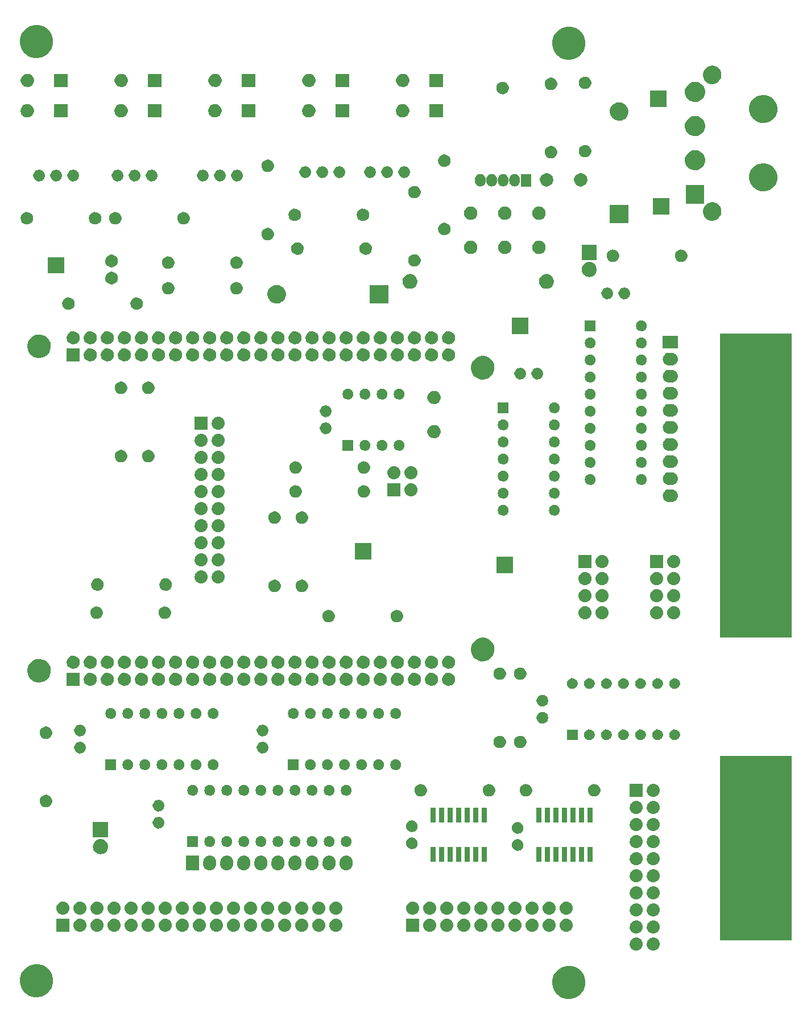
<source format=gts>
G04 #@! TF.FileFunction,Soldermask,Top*
%FSLAX46Y46*%
G04 Gerber Fmt 4.6, Leading zero omitted, Abs format (unit mm)*
G04 Created by KiCad (PCBNEW no-vcs-found-product) date Tue 04 Aug 2015 07:37:07 AM EDT*
%MOMM*%
G01*
G04 APERTURE LIST*
%ADD10C,0.152400*%
G04 APERTURE END LIST*
D10*
G36*
X201682116Y-155640148D02*
X202157866Y-155737805D01*
X202605585Y-155926009D01*
X203008216Y-156197587D01*
X203350440Y-156542209D01*
X203619201Y-156946726D01*
X203804275Y-157395751D01*
X203898556Y-157871902D01*
X203898556Y-157871914D01*
X203898606Y-157872167D01*
X203890861Y-158426890D01*
X203890803Y-158427145D01*
X203890803Y-158427152D01*
X203783264Y-158900487D01*
X203585724Y-159344168D01*
X203305772Y-159741025D01*
X202954063Y-160075954D01*
X202544003Y-160336184D01*
X202544001Y-160336185D01*
X202528622Y-160342150D01*
X202091200Y-160511815D01*
X201612917Y-160596150D01*
X201127350Y-160585978D01*
X200653015Y-160481689D01*
X200207971Y-160287255D01*
X199809163Y-160010075D01*
X199471793Y-159660719D01*
X199208700Y-159252478D01*
X199029916Y-158800920D01*
X198942243Y-158323229D01*
X198949024Y-157837610D01*
X199049999Y-157362559D01*
X199241324Y-156916164D01*
X199515711Y-156515431D01*
X199862704Y-156175632D01*
X200269094Y-155909697D01*
X200719401Y-155727761D01*
X201196462Y-155636757D01*
X201682116Y-155640148D01*
X201682116Y-155640148D01*
G37*
G36*
X122434116Y-155386148D02*
X122909866Y-155483805D01*
X123357585Y-155672009D01*
X123760216Y-155943587D01*
X124102440Y-156288209D01*
X124371201Y-156692726D01*
X124556275Y-157141751D01*
X124650556Y-157617902D01*
X124650556Y-157617914D01*
X124650606Y-157618167D01*
X124642861Y-158172890D01*
X124642803Y-158173145D01*
X124642803Y-158173152D01*
X124535264Y-158646487D01*
X124337724Y-159090168D01*
X124057772Y-159487025D01*
X123706063Y-159821954D01*
X123296003Y-160082184D01*
X123296001Y-160082185D01*
X123069601Y-160170000D01*
X122843200Y-160257815D01*
X122364917Y-160342150D01*
X121879350Y-160331978D01*
X121405015Y-160227689D01*
X120959971Y-160033255D01*
X120561163Y-159756075D01*
X120223793Y-159406719D01*
X119960700Y-158998478D01*
X119781916Y-158546920D01*
X119694243Y-158069229D01*
X119701024Y-157583610D01*
X119801999Y-157108559D01*
X119993324Y-156662164D01*
X120267711Y-156261431D01*
X120614704Y-155921632D01*
X121021094Y-155655697D01*
X121471401Y-155473761D01*
X121948462Y-155382757D01*
X122434116Y-155386148D01*
X122434116Y-155386148D01*
G37*
G36*
X214189042Y-151449837D02*
X214189057Y-151449842D01*
X214189080Y-151449844D01*
X214369030Y-151505548D01*
X214534733Y-151595143D01*
X214679878Y-151715217D01*
X214798936Y-151861196D01*
X214887372Y-152027521D01*
X214941818Y-152207855D01*
X214960200Y-152395330D01*
X214960200Y-152404670D01*
X214960106Y-152418146D01*
X214939108Y-152605346D01*
X214882149Y-152784903D01*
X214791400Y-152949976D01*
X214670315Y-153094279D01*
X214523508Y-153212315D01*
X214356570Y-153299588D01*
X214175860Y-153352774D01*
X214175839Y-153352776D01*
X214175825Y-153352780D01*
X213988263Y-153369849D01*
X213800958Y-153350163D01*
X213800943Y-153350158D01*
X213800920Y-153350156D01*
X213620970Y-153294452D01*
X213455267Y-153204857D01*
X213310122Y-153084783D01*
X213191064Y-152938804D01*
X213102628Y-152772479D01*
X213048182Y-152592145D01*
X213029800Y-152404670D01*
X213029800Y-152395330D01*
X213029894Y-152381854D01*
X213050892Y-152194654D01*
X213107851Y-152015097D01*
X213198600Y-151850024D01*
X213319685Y-151705721D01*
X213466492Y-151587685D01*
X213633430Y-151500412D01*
X213814140Y-151447226D01*
X213814161Y-151447224D01*
X213814175Y-151447220D01*
X214001737Y-151430151D01*
X214189042Y-151449837D01*
X214189042Y-151449837D01*
G37*
G36*
X211649042Y-151449837D02*
X211649057Y-151449842D01*
X211649080Y-151449844D01*
X211829030Y-151505548D01*
X211994733Y-151595143D01*
X212139878Y-151715217D01*
X212258936Y-151861196D01*
X212347372Y-152027521D01*
X212401818Y-152207855D01*
X212420200Y-152395330D01*
X212420200Y-152404670D01*
X212420106Y-152418146D01*
X212399108Y-152605346D01*
X212342149Y-152784903D01*
X212251400Y-152949976D01*
X212130315Y-153094279D01*
X211983508Y-153212315D01*
X211816570Y-153299588D01*
X211635860Y-153352774D01*
X211635839Y-153352776D01*
X211635825Y-153352780D01*
X211448263Y-153369849D01*
X211260958Y-153350163D01*
X211260943Y-153350158D01*
X211260920Y-153350156D01*
X211080970Y-153294452D01*
X210915267Y-153204857D01*
X210770122Y-153084783D01*
X210651064Y-152938804D01*
X210562628Y-152772479D01*
X210508182Y-152592145D01*
X210489800Y-152404670D01*
X210489800Y-152395330D01*
X210489894Y-152381854D01*
X210510892Y-152194654D01*
X210567851Y-152015097D01*
X210658600Y-151850024D01*
X210779685Y-151705721D01*
X210926492Y-151587685D01*
X211093430Y-151500412D01*
X211274140Y-151447226D01*
X211274161Y-151447224D01*
X211274175Y-151447220D01*
X211461737Y-151430151D01*
X211649042Y-151449837D01*
X211649042Y-151449837D01*
G37*
G36*
X234569000Y-151892000D02*
X223901000Y-151892000D01*
X223901000Y-124460000D01*
X234569000Y-124460000D01*
X234569000Y-151892000D01*
X234569000Y-151892000D01*
G37*
G36*
X211649042Y-148909837D02*
X211649057Y-148909842D01*
X211649080Y-148909844D01*
X211829030Y-148965548D01*
X211994733Y-149055143D01*
X212139878Y-149175217D01*
X212258936Y-149321196D01*
X212347372Y-149487521D01*
X212401818Y-149667855D01*
X212420200Y-149855330D01*
X212420200Y-149864670D01*
X212420106Y-149878146D01*
X212399108Y-150065346D01*
X212342149Y-150244903D01*
X212251400Y-150409976D01*
X212130315Y-150554279D01*
X211983508Y-150672315D01*
X211816570Y-150759588D01*
X211635860Y-150812774D01*
X211635839Y-150812776D01*
X211635825Y-150812780D01*
X211448263Y-150829849D01*
X211260958Y-150810163D01*
X211260943Y-150810158D01*
X211260920Y-150810156D01*
X211080970Y-150754452D01*
X210915267Y-150664857D01*
X210770122Y-150544783D01*
X210651064Y-150398804D01*
X210562628Y-150232479D01*
X210508182Y-150052145D01*
X210489800Y-149864670D01*
X210489800Y-149855330D01*
X210489894Y-149841854D01*
X210510892Y-149654654D01*
X210567851Y-149475097D01*
X210658600Y-149310024D01*
X210779685Y-149165721D01*
X210926492Y-149047685D01*
X211093430Y-148960412D01*
X211274140Y-148907226D01*
X211274161Y-148907224D01*
X211274175Y-148907220D01*
X211461737Y-148890151D01*
X211649042Y-148909837D01*
X211649042Y-148909837D01*
G37*
G36*
X214189042Y-148909837D02*
X214189057Y-148909842D01*
X214189080Y-148909844D01*
X214369030Y-148965548D01*
X214534733Y-149055143D01*
X214679878Y-149175217D01*
X214798936Y-149321196D01*
X214887372Y-149487521D01*
X214941818Y-149667855D01*
X214960200Y-149855330D01*
X214960200Y-149864670D01*
X214960106Y-149878146D01*
X214939108Y-150065346D01*
X214882149Y-150244903D01*
X214791400Y-150409976D01*
X214670315Y-150554279D01*
X214523508Y-150672315D01*
X214356570Y-150759588D01*
X214175860Y-150812774D01*
X214175839Y-150812776D01*
X214175825Y-150812780D01*
X213988263Y-150829849D01*
X213800958Y-150810163D01*
X213800943Y-150810158D01*
X213800920Y-150810156D01*
X213620970Y-150754452D01*
X213455267Y-150664857D01*
X213310122Y-150544783D01*
X213191064Y-150398804D01*
X213102628Y-150232479D01*
X213048182Y-150052145D01*
X213029800Y-149864670D01*
X213029800Y-149855330D01*
X213029894Y-149841854D01*
X213050892Y-149654654D01*
X213107851Y-149475097D01*
X213198600Y-149310024D01*
X213319685Y-149165721D01*
X213466492Y-149047685D01*
X213633430Y-148960412D01*
X213814140Y-148907226D01*
X213814161Y-148907224D01*
X213814175Y-148907220D01*
X214001737Y-148890151D01*
X214189042Y-148909837D01*
X214189042Y-148909837D01*
G37*
G36*
X127076200Y-150571200D02*
X125145800Y-150571200D01*
X125145800Y-148640800D01*
X127076200Y-148640800D01*
X127076200Y-150571200D01*
X127076200Y-150571200D01*
G37*
G36*
X161687595Y-148640883D02*
X161687597Y-148640883D01*
X161689146Y-148640894D01*
X161876346Y-148661892D01*
X162055903Y-148718851D01*
X162220976Y-148809600D01*
X162365279Y-148930685D01*
X162483315Y-149077492D01*
X162570588Y-149244430D01*
X162623774Y-149425140D01*
X162623776Y-149425161D01*
X162623780Y-149425175D01*
X162640849Y-149612737D01*
X162621163Y-149800042D01*
X162621158Y-149800057D01*
X162621156Y-149800080D01*
X162565452Y-149980030D01*
X162475857Y-150145733D01*
X162355783Y-150290878D01*
X162209804Y-150409936D01*
X162043479Y-150498372D01*
X161863145Y-150552818D01*
X161675670Y-150571200D01*
X161666269Y-150571200D01*
X161654405Y-150571117D01*
X161654403Y-150571117D01*
X161652854Y-150571106D01*
X161465654Y-150550108D01*
X161286097Y-150493149D01*
X161121024Y-150402400D01*
X160976721Y-150281315D01*
X160858685Y-150134508D01*
X160771412Y-149967570D01*
X160718226Y-149786860D01*
X160718224Y-149786839D01*
X160718220Y-149786825D01*
X160701151Y-149599263D01*
X160720837Y-149411958D01*
X160720842Y-149411943D01*
X160720844Y-149411920D01*
X160776548Y-149231970D01*
X160866143Y-149066267D01*
X160986217Y-148921122D01*
X161132196Y-148802064D01*
X161298521Y-148713628D01*
X161478855Y-148659182D01*
X161666330Y-148640800D01*
X161675731Y-148640800D01*
X161687595Y-148640883D01*
X161687595Y-148640883D01*
G37*
G36*
X159147595Y-148640883D02*
X159147597Y-148640883D01*
X159149146Y-148640894D01*
X159336346Y-148661892D01*
X159515903Y-148718851D01*
X159680976Y-148809600D01*
X159825279Y-148930685D01*
X159943315Y-149077492D01*
X160030588Y-149244430D01*
X160083774Y-149425140D01*
X160083776Y-149425161D01*
X160083780Y-149425175D01*
X160100849Y-149612737D01*
X160081163Y-149800042D01*
X160081158Y-149800057D01*
X160081156Y-149800080D01*
X160025452Y-149980030D01*
X159935857Y-150145733D01*
X159815783Y-150290878D01*
X159669804Y-150409936D01*
X159503479Y-150498372D01*
X159323145Y-150552818D01*
X159135670Y-150571200D01*
X159126269Y-150571200D01*
X159114405Y-150571117D01*
X159114403Y-150571117D01*
X159112854Y-150571106D01*
X158925654Y-150550108D01*
X158746097Y-150493149D01*
X158581024Y-150402400D01*
X158436721Y-150281315D01*
X158318685Y-150134508D01*
X158231412Y-149967570D01*
X158178226Y-149786860D01*
X158178224Y-149786839D01*
X158178220Y-149786825D01*
X158161151Y-149599263D01*
X158180837Y-149411958D01*
X158180842Y-149411943D01*
X158180844Y-149411920D01*
X158236548Y-149231970D01*
X158326143Y-149066267D01*
X158446217Y-148921122D01*
X158592196Y-148802064D01*
X158758521Y-148713628D01*
X158938855Y-148659182D01*
X159126330Y-148640800D01*
X159135731Y-148640800D01*
X159147595Y-148640883D01*
X159147595Y-148640883D01*
G37*
G36*
X156607595Y-148640883D02*
X156607597Y-148640883D01*
X156609146Y-148640894D01*
X156796346Y-148661892D01*
X156975903Y-148718851D01*
X157140976Y-148809600D01*
X157285279Y-148930685D01*
X157403315Y-149077492D01*
X157490588Y-149244430D01*
X157543774Y-149425140D01*
X157543776Y-149425161D01*
X157543780Y-149425175D01*
X157560849Y-149612737D01*
X157541163Y-149800042D01*
X157541158Y-149800057D01*
X157541156Y-149800080D01*
X157485452Y-149980030D01*
X157395857Y-150145733D01*
X157275783Y-150290878D01*
X157129804Y-150409936D01*
X156963479Y-150498372D01*
X156783145Y-150552818D01*
X156595670Y-150571200D01*
X156586269Y-150571200D01*
X156574405Y-150571117D01*
X156574403Y-150571117D01*
X156572854Y-150571106D01*
X156385654Y-150550108D01*
X156206097Y-150493149D01*
X156041024Y-150402400D01*
X155896721Y-150281315D01*
X155778685Y-150134508D01*
X155691412Y-149967570D01*
X155638226Y-149786860D01*
X155638224Y-149786839D01*
X155638220Y-149786825D01*
X155621151Y-149599263D01*
X155640837Y-149411958D01*
X155640842Y-149411943D01*
X155640844Y-149411920D01*
X155696548Y-149231970D01*
X155786143Y-149066267D01*
X155906217Y-148921122D01*
X156052196Y-148802064D01*
X156218521Y-148713628D01*
X156398855Y-148659182D01*
X156586330Y-148640800D01*
X156595731Y-148640800D01*
X156607595Y-148640883D01*
X156607595Y-148640883D01*
G37*
G36*
X154067595Y-148640883D02*
X154067597Y-148640883D01*
X154069146Y-148640894D01*
X154256346Y-148661892D01*
X154435903Y-148718851D01*
X154600976Y-148809600D01*
X154745279Y-148930685D01*
X154863315Y-149077492D01*
X154950588Y-149244430D01*
X155003774Y-149425140D01*
X155003776Y-149425161D01*
X155003780Y-149425175D01*
X155020849Y-149612737D01*
X155001163Y-149800042D01*
X155001158Y-149800057D01*
X155001156Y-149800080D01*
X154945452Y-149980030D01*
X154855857Y-150145733D01*
X154735783Y-150290878D01*
X154589804Y-150409936D01*
X154423479Y-150498372D01*
X154243145Y-150552818D01*
X154055670Y-150571200D01*
X154046269Y-150571200D01*
X154034405Y-150571117D01*
X154034403Y-150571117D01*
X154032854Y-150571106D01*
X153845654Y-150550108D01*
X153666097Y-150493149D01*
X153501024Y-150402400D01*
X153356721Y-150281315D01*
X153238685Y-150134508D01*
X153151412Y-149967570D01*
X153098226Y-149786860D01*
X153098224Y-149786839D01*
X153098220Y-149786825D01*
X153081151Y-149599263D01*
X153100837Y-149411958D01*
X153100842Y-149411943D01*
X153100844Y-149411920D01*
X153156548Y-149231970D01*
X153246143Y-149066267D01*
X153366217Y-148921122D01*
X153512196Y-148802064D01*
X153678521Y-148713628D01*
X153858855Y-148659182D01*
X154046330Y-148640800D01*
X154055731Y-148640800D01*
X154067595Y-148640883D01*
X154067595Y-148640883D01*
G37*
G36*
X151527595Y-148640883D02*
X151527597Y-148640883D01*
X151529146Y-148640894D01*
X151716346Y-148661892D01*
X151895903Y-148718851D01*
X152060976Y-148809600D01*
X152205279Y-148930685D01*
X152323315Y-149077492D01*
X152410588Y-149244430D01*
X152463774Y-149425140D01*
X152463776Y-149425161D01*
X152463780Y-149425175D01*
X152480849Y-149612737D01*
X152461163Y-149800042D01*
X152461158Y-149800057D01*
X152461156Y-149800080D01*
X152405452Y-149980030D01*
X152315857Y-150145733D01*
X152195783Y-150290878D01*
X152049804Y-150409936D01*
X151883479Y-150498372D01*
X151703145Y-150552818D01*
X151515670Y-150571200D01*
X151506269Y-150571200D01*
X151494405Y-150571117D01*
X151494403Y-150571117D01*
X151492854Y-150571106D01*
X151305654Y-150550108D01*
X151126097Y-150493149D01*
X150961024Y-150402400D01*
X150816721Y-150281315D01*
X150698685Y-150134508D01*
X150611412Y-149967570D01*
X150558226Y-149786860D01*
X150558224Y-149786839D01*
X150558220Y-149786825D01*
X150541151Y-149599263D01*
X150560837Y-149411958D01*
X150560842Y-149411943D01*
X150560844Y-149411920D01*
X150616548Y-149231970D01*
X150706143Y-149066267D01*
X150826217Y-148921122D01*
X150972196Y-148802064D01*
X151138521Y-148713628D01*
X151318855Y-148659182D01*
X151506330Y-148640800D01*
X151515731Y-148640800D01*
X151527595Y-148640883D01*
X151527595Y-148640883D01*
G37*
G36*
X148987595Y-148640883D02*
X148987597Y-148640883D01*
X148989146Y-148640894D01*
X149176346Y-148661892D01*
X149355903Y-148718851D01*
X149520976Y-148809600D01*
X149665279Y-148930685D01*
X149783315Y-149077492D01*
X149870588Y-149244430D01*
X149923774Y-149425140D01*
X149923776Y-149425161D01*
X149923780Y-149425175D01*
X149940849Y-149612737D01*
X149921163Y-149800042D01*
X149921158Y-149800057D01*
X149921156Y-149800080D01*
X149865452Y-149980030D01*
X149775857Y-150145733D01*
X149655783Y-150290878D01*
X149509804Y-150409936D01*
X149343479Y-150498372D01*
X149163145Y-150552818D01*
X148975670Y-150571200D01*
X148966269Y-150571200D01*
X148954405Y-150571117D01*
X148954403Y-150571117D01*
X148952854Y-150571106D01*
X148765654Y-150550108D01*
X148586097Y-150493149D01*
X148421024Y-150402400D01*
X148276721Y-150281315D01*
X148158685Y-150134508D01*
X148071412Y-149967570D01*
X148018226Y-149786860D01*
X148018224Y-149786839D01*
X148018220Y-149786825D01*
X148001151Y-149599263D01*
X148020837Y-149411958D01*
X148020842Y-149411943D01*
X148020844Y-149411920D01*
X148076548Y-149231970D01*
X148166143Y-149066267D01*
X148286217Y-148921122D01*
X148432196Y-148802064D01*
X148598521Y-148713628D01*
X148778855Y-148659182D01*
X148966330Y-148640800D01*
X148975731Y-148640800D01*
X148987595Y-148640883D01*
X148987595Y-148640883D01*
G37*
G36*
X146447595Y-148640883D02*
X146447597Y-148640883D01*
X146449146Y-148640894D01*
X146636346Y-148661892D01*
X146815903Y-148718851D01*
X146980976Y-148809600D01*
X147125279Y-148930685D01*
X147243315Y-149077492D01*
X147330588Y-149244430D01*
X147383774Y-149425140D01*
X147383776Y-149425161D01*
X147383780Y-149425175D01*
X147400849Y-149612737D01*
X147381163Y-149800042D01*
X147381158Y-149800057D01*
X147381156Y-149800080D01*
X147325452Y-149980030D01*
X147235857Y-150145733D01*
X147115783Y-150290878D01*
X146969804Y-150409936D01*
X146803479Y-150498372D01*
X146623145Y-150552818D01*
X146435670Y-150571200D01*
X146426269Y-150571200D01*
X146414405Y-150571117D01*
X146414403Y-150571117D01*
X146412854Y-150571106D01*
X146225654Y-150550108D01*
X146046097Y-150493149D01*
X145881024Y-150402400D01*
X145736721Y-150281315D01*
X145618685Y-150134508D01*
X145531412Y-149967570D01*
X145478226Y-149786860D01*
X145478224Y-149786839D01*
X145478220Y-149786825D01*
X145461151Y-149599263D01*
X145480837Y-149411958D01*
X145480842Y-149411943D01*
X145480844Y-149411920D01*
X145536548Y-149231970D01*
X145626143Y-149066267D01*
X145746217Y-148921122D01*
X145892196Y-148802064D01*
X146058521Y-148713628D01*
X146238855Y-148659182D01*
X146426330Y-148640800D01*
X146435731Y-148640800D01*
X146447595Y-148640883D01*
X146447595Y-148640883D01*
G37*
G36*
X143907595Y-148640883D02*
X143907597Y-148640883D01*
X143909146Y-148640894D01*
X144096346Y-148661892D01*
X144275903Y-148718851D01*
X144440976Y-148809600D01*
X144585279Y-148930685D01*
X144703315Y-149077492D01*
X144790588Y-149244430D01*
X144843774Y-149425140D01*
X144843776Y-149425161D01*
X144843780Y-149425175D01*
X144860849Y-149612737D01*
X144841163Y-149800042D01*
X144841158Y-149800057D01*
X144841156Y-149800080D01*
X144785452Y-149980030D01*
X144695857Y-150145733D01*
X144575783Y-150290878D01*
X144429804Y-150409936D01*
X144263479Y-150498372D01*
X144083145Y-150552818D01*
X143895670Y-150571200D01*
X143886269Y-150571200D01*
X143874405Y-150571117D01*
X143874403Y-150571117D01*
X143872854Y-150571106D01*
X143685654Y-150550108D01*
X143506097Y-150493149D01*
X143341024Y-150402400D01*
X143196721Y-150281315D01*
X143078685Y-150134508D01*
X142991412Y-149967570D01*
X142938226Y-149786860D01*
X142938224Y-149786839D01*
X142938220Y-149786825D01*
X142921151Y-149599263D01*
X142940837Y-149411958D01*
X142940842Y-149411943D01*
X142940844Y-149411920D01*
X142996548Y-149231970D01*
X143086143Y-149066267D01*
X143206217Y-148921122D01*
X143352196Y-148802064D01*
X143518521Y-148713628D01*
X143698855Y-148659182D01*
X143886330Y-148640800D01*
X143895731Y-148640800D01*
X143907595Y-148640883D01*
X143907595Y-148640883D01*
G37*
G36*
X141367595Y-148640883D02*
X141367597Y-148640883D01*
X141369146Y-148640894D01*
X141556346Y-148661892D01*
X141735903Y-148718851D01*
X141900976Y-148809600D01*
X142045279Y-148930685D01*
X142163315Y-149077492D01*
X142250588Y-149244430D01*
X142303774Y-149425140D01*
X142303776Y-149425161D01*
X142303780Y-149425175D01*
X142320849Y-149612737D01*
X142301163Y-149800042D01*
X142301158Y-149800057D01*
X142301156Y-149800080D01*
X142245452Y-149980030D01*
X142155857Y-150145733D01*
X142035783Y-150290878D01*
X141889804Y-150409936D01*
X141723479Y-150498372D01*
X141543145Y-150552818D01*
X141355670Y-150571200D01*
X141346269Y-150571200D01*
X141334405Y-150571117D01*
X141334403Y-150571117D01*
X141332854Y-150571106D01*
X141145654Y-150550108D01*
X140966097Y-150493149D01*
X140801024Y-150402400D01*
X140656721Y-150281315D01*
X140538685Y-150134508D01*
X140451412Y-149967570D01*
X140398226Y-149786860D01*
X140398224Y-149786839D01*
X140398220Y-149786825D01*
X140381151Y-149599263D01*
X140400837Y-149411958D01*
X140400842Y-149411943D01*
X140400844Y-149411920D01*
X140456548Y-149231970D01*
X140546143Y-149066267D01*
X140666217Y-148921122D01*
X140812196Y-148802064D01*
X140978521Y-148713628D01*
X141158855Y-148659182D01*
X141346330Y-148640800D01*
X141355731Y-148640800D01*
X141367595Y-148640883D01*
X141367595Y-148640883D01*
G37*
G36*
X138827595Y-148640883D02*
X138827597Y-148640883D01*
X138829146Y-148640894D01*
X139016346Y-148661892D01*
X139195903Y-148718851D01*
X139360976Y-148809600D01*
X139505279Y-148930685D01*
X139623315Y-149077492D01*
X139710588Y-149244430D01*
X139763774Y-149425140D01*
X139763776Y-149425161D01*
X139763780Y-149425175D01*
X139780849Y-149612737D01*
X139761163Y-149800042D01*
X139761158Y-149800057D01*
X139761156Y-149800080D01*
X139705452Y-149980030D01*
X139615857Y-150145733D01*
X139495783Y-150290878D01*
X139349804Y-150409936D01*
X139183479Y-150498372D01*
X139003145Y-150552818D01*
X138815670Y-150571200D01*
X138806269Y-150571200D01*
X138794405Y-150571117D01*
X138794403Y-150571117D01*
X138792854Y-150571106D01*
X138605654Y-150550108D01*
X138426097Y-150493149D01*
X138261024Y-150402400D01*
X138116721Y-150281315D01*
X137998685Y-150134508D01*
X137911412Y-149967570D01*
X137858226Y-149786860D01*
X137858224Y-149786839D01*
X137858220Y-149786825D01*
X137841151Y-149599263D01*
X137860837Y-149411958D01*
X137860842Y-149411943D01*
X137860844Y-149411920D01*
X137916548Y-149231970D01*
X138006143Y-149066267D01*
X138126217Y-148921122D01*
X138272196Y-148802064D01*
X138438521Y-148713628D01*
X138618855Y-148659182D01*
X138806330Y-148640800D01*
X138815731Y-148640800D01*
X138827595Y-148640883D01*
X138827595Y-148640883D01*
G37*
G36*
X136287595Y-148640883D02*
X136287597Y-148640883D01*
X136289146Y-148640894D01*
X136476346Y-148661892D01*
X136655903Y-148718851D01*
X136820976Y-148809600D01*
X136965279Y-148930685D01*
X137083315Y-149077492D01*
X137170588Y-149244430D01*
X137223774Y-149425140D01*
X137223776Y-149425161D01*
X137223780Y-149425175D01*
X137240849Y-149612737D01*
X137221163Y-149800042D01*
X137221158Y-149800057D01*
X137221156Y-149800080D01*
X137165452Y-149980030D01*
X137075857Y-150145733D01*
X136955783Y-150290878D01*
X136809804Y-150409936D01*
X136643479Y-150498372D01*
X136463145Y-150552818D01*
X136275670Y-150571200D01*
X136266269Y-150571200D01*
X136254405Y-150571117D01*
X136254403Y-150571117D01*
X136252854Y-150571106D01*
X136065654Y-150550108D01*
X135886097Y-150493149D01*
X135721024Y-150402400D01*
X135576721Y-150281315D01*
X135458685Y-150134508D01*
X135371412Y-149967570D01*
X135318226Y-149786860D01*
X135318224Y-149786839D01*
X135318220Y-149786825D01*
X135301151Y-149599263D01*
X135320837Y-149411958D01*
X135320842Y-149411943D01*
X135320844Y-149411920D01*
X135376548Y-149231970D01*
X135466143Y-149066267D01*
X135586217Y-148921122D01*
X135732196Y-148802064D01*
X135898521Y-148713628D01*
X136078855Y-148659182D01*
X136266330Y-148640800D01*
X136275731Y-148640800D01*
X136287595Y-148640883D01*
X136287595Y-148640883D01*
G37*
G36*
X133747595Y-148640883D02*
X133747597Y-148640883D01*
X133749146Y-148640894D01*
X133936346Y-148661892D01*
X134115903Y-148718851D01*
X134280976Y-148809600D01*
X134425279Y-148930685D01*
X134543315Y-149077492D01*
X134630588Y-149244430D01*
X134683774Y-149425140D01*
X134683776Y-149425161D01*
X134683780Y-149425175D01*
X134700849Y-149612737D01*
X134681163Y-149800042D01*
X134681158Y-149800057D01*
X134681156Y-149800080D01*
X134625452Y-149980030D01*
X134535857Y-150145733D01*
X134415783Y-150290878D01*
X134269804Y-150409936D01*
X134103479Y-150498372D01*
X133923145Y-150552818D01*
X133735670Y-150571200D01*
X133726269Y-150571200D01*
X133714405Y-150571117D01*
X133714403Y-150571117D01*
X133712854Y-150571106D01*
X133525654Y-150550108D01*
X133346097Y-150493149D01*
X133181024Y-150402400D01*
X133036721Y-150281315D01*
X132918685Y-150134508D01*
X132831412Y-149967570D01*
X132778226Y-149786860D01*
X132778224Y-149786839D01*
X132778220Y-149786825D01*
X132761151Y-149599263D01*
X132780837Y-149411958D01*
X132780842Y-149411943D01*
X132780844Y-149411920D01*
X132836548Y-149231970D01*
X132926143Y-149066267D01*
X133046217Y-148921122D01*
X133192196Y-148802064D01*
X133358521Y-148713628D01*
X133538855Y-148659182D01*
X133726330Y-148640800D01*
X133735731Y-148640800D01*
X133747595Y-148640883D01*
X133747595Y-148640883D01*
G37*
G36*
X131207595Y-148640883D02*
X131207597Y-148640883D01*
X131209146Y-148640894D01*
X131396346Y-148661892D01*
X131575903Y-148718851D01*
X131740976Y-148809600D01*
X131885279Y-148930685D01*
X132003315Y-149077492D01*
X132090588Y-149244430D01*
X132143774Y-149425140D01*
X132143776Y-149425161D01*
X132143780Y-149425175D01*
X132160849Y-149612737D01*
X132141163Y-149800042D01*
X132141158Y-149800057D01*
X132141156Y-149800080D01*
X132085452Y-149980030D01*
X131995857Y-150145733D01*
X131875783Y-150290878D01*
X131729804Y-150409936D01*
X131563479Y-150498372D01*
X131383145Y-150552818D01*
X131195670Y-150571200D01*
X131186269Y-150571200D01*
X131174405Y-150571117D01*
X131174403Y-150571117D01*
X131172854Y-150571106D01*
X130985654Y-150550108D01*
X130806097Y-150493149D01*
X130641024Y-150402400D01*
X130496721Y-150281315D01*
X130378685Y-150134508D01*
X130291412Y-149967570D01*
X130238226Y-149786860D01*
X130238224Y-149786839D01*
X130238220Y-149786825D01*
X130221151Y-149599263D01*
X130240837Y-149411958D01*
X130240842Y-149411943D01*
X130240844Y-149411920D01*
X130296548Y-149231970D01*
X130386143Y-149066267D01*
X130506217Y-148921122D01*
X130652196Y-148802064D01*
X130818521Y-148713628D01*
X130998855Y-148659182D01*
X131186330Y-148640800D01*
X131195731Y-148640800D01*
X131207595Y-148640883D01*
X131207595Y-148640883D01*
G37*
G36*
X128667595Y-148640883D02*
X128667597Y-148640883D01*
X128669146Y-148640894D01*
X128856346Y-148661892D01*
X129035903Y-148718851D01*
X129200976Y-148809600D01*
X129345279Y-148930685D01*
X129463315Y-149077492D01*
X129550588Y-149244430D01*
X129603774Y-149425140D01*
X129603776Y-149425161D01*
X129603780Y-149425175D01*
X129620849Y-149612737D01*
X129601163Y-149800042D01*
X129601158Y-149800057D01*
X129601156Y-149800080D01*
X129545452Y-149980030D01*
X129455857Y-150145733D01*
X129335783Y-150290878D01*
X129189804Y-150409936D01*
X129023479Y-150498372D01*
X128843145Y-150552818D01*
X128655670Y-150571200D01*
X128646269Y-150571200D01*
X128634405Y-150571117D01*
X128634403Y-150571117D01*
X128632854Y-150571106D01*
X128445654Y-150550108D01*
X128266097Y-150493149D01*
X128101024Y-150402400D01*
X127956721Y-150281315D01*
X127838685Y-150134508D01*
X127751412Y-149967570D01*
X127698226Y-149786860D01*
X127698224Y-149786839D01*
X127698220Y-149786825D01*
X127681151Y-149599263D01*
X127700837Y-149411958D01*
X127700842Y-149411943D01*
X127700844Y-149411920D01*
X127756548Y-149231970D01*
X127846143Y-149066267D01*
X127966217Y-148921122D01*
X128112196Y-148802064D01*
X128278521Y-148713628D01*
X128458855Y-148659182D01*
X128646330Y-148640800D01*
X128655731Y-148640800D01*
X128667595Y-148640883D01*
X128667595Y-148640883D01*
G37*
G36*
X164227595Y-148640883D02*
X164227597Y-148640883D01*
X164229146Y-148640894D01*
X164416346Y-148661892D01*
X164595903Y-148718851D01*
X164760976Y-148809600D01*
X164905279Y-148930685D01*
X165023315Y-149077492D01*
X165110588Y-149244430D01*
X165163774Y-149425140D01*
X165163776Y-149425161D01*
X165163780Y-149425175D01*
X165180849Y-149612737D01*
X165161163Y-149800042D01*
X165161158Y-149800057D01*
X165161156Y-149800080D01*
X165105452Y-149980030D01*
X165015857Y-150145733D01*
X164895783Y-150290878D01*
X164749804Y-150409936D01*
X164583479Y-150498372D01*
X164403145Y-150552818D01*
X164215670Y-150571200D01*
X164206269Y-150571200D01*
X164194405Y-150571117D01*
X164194403Y-150571117D01*
X164192854Y-150571106D01*
X164005654Y-150550108D01*
X163826097Y-150493149D01*
X163661024Y-150402400D01*
X163516721Y-150281315D01*
X163398685Y-150134508D01*
X163311412Y-149967570D01*
X163258226Y-149786860D01*
X163258224Y-149786839D01*
X163258220Y-149786825D01*
X163241151Y-149599263D01*
X163260837Y-149411958D01*
X163260842Y-149411943D01*
X163260844Y-149411920D01*
X163316548Y-149231970D01*
X163406143Y-149066267D01*
X163526217Y-148921122D01*
X163672196Y-148802064D01*
X163838521Y-148713628D01*
X164018855Y-148659182D01*
X164206330Y-148640800D01*
X164215731Y-148640800D01*
X164227595Y-148640883D01*
X164227595Y-148640883D01*
G37*
G36*
X195977595Y-148640883D02*
X195977597Y-148640883D01*
X195979146Y-148640894D01*
X196166346Y-148661892D01*
X196345903Y-148718851D01*
X196510976Y-148809600D01*
X196655279Y-148930685D01*
X196773315Y-149077492D01*
X196860588Y-149244430D01*
X196913774Y-149425140D01*
X196913776Y-149425161D01*
X196913780Y-149425175D01*
X196930849Y-149612737D01*
X196911163Y-149800042D01*
X196911158Y-149800057D01*
X196911156Y-149800080D01*
X196855452Y-149980030D01*
X196765857Y-150145733D01*
X196645783Y-150290878D01*
X196499804Y-150409936D01*
X196333479Y-150498372D01*
X196153145Y-150552818D01*
X195965670Y-150571200D01*
X195956269Y-150571200D01*
X195944405Y-150571117D01*
X195944403Y-150571117D01*
X195942854Y-150571106D01*
X195755654Y-150550108D01*
X195576097Y-150493149D01*
X195411024Y-150402400D01*
X195266721Y-150281315D01*
X195148685Y-150134508D01*
X195061412Y-149967570D01*
X195008226Y-149786860D01*
X195008224Y-149786839D01*
X195008220Y-149786825D01*
X194991151Y-149599263D01*
X195010837Y-149411958D01*
X195010842Y-149411943D01*
X195010844Y-149411920D01*
X195066548Y-149231970D01*
X195156143Y-149066267D01*
X195276217Y-148921122D01*
X195422196Y-148802064D01*
X195588521Y-148713628D01*
X195768855Y-148659182D01*
X195956330Y-148640800D01*
X195965731Y-148640800D01*
X195977595Y-148640883D01*
X195977595Y-148640883D01*
G37*
G36*
X190897595Y-148640883D02*
X190897597Y-148640883D01*
X190899146Y-148640894D01*
X191086346Y-148661892D01*
X191265903Y-148718851D01*
X191430976Y-148809600D01*
X191575279Y-148930685D01*
X191693315Y-149077492D01*
X191780588Y-149244430D01*
X191833774Y-149425140D01*
X191833776Y-149425161D01*
X191833780Y-149425175D01*
X191850849Y-149612737D01*
X191831163Y-149800042D01*
X191831158Y-149800057D01*
X191831156Y-149800080D01*
X191775452Y-149980030D01*
X191685857Y-150145733D01*
X191565783Y-150290878D01*
X191419804Y-150409936D01*
X191253479Y-150498372D01*
X191073145Y-150552818D01*
X190885670Y-150571200D01*
X190876269Y-150571200D01*
X190864405Y-150571117D01*
X190864403Y-150571117D01*
X190862854Y-150571106D01*
X190675654Y-150550108D01*
X190496097Y-150493149D01*
X190331024Y-150402400D01*
X190186721Y-150281315D01*
X190068685Y-150134508D01*
X189981412Y-149967570D01*
X189928226Y-149786860D01*
X189928224Y-149786839D01*
X189928220Y-149786825D01*
X189911151Y-149599263D01*
X189930837Y-149411958D01*
X189930842Y-149411943D01*
X189930844Y-149411920D01*
X189986548Y-149231970D01*
X190076143Y-149066267D01*
X190196217Y-148921122D01*
X190342196Y-148802064D01*
X190508521Y-148713628D01*
X190688855Y-148659182D01*
X190876330Y-148640800D01*
X190885731Y-148640800D01*
X190897595Y-148640883D01*
X190897595Y-148640883D01*
G37*
G36*
X188357595Y-148640883D02*
X188357597Y-148640883D01*
X188359146Y-148640894D01*
X188546346Y-148661892D01*
X188725903Y-148718851D01*
X188890976Y-148809600D01*
X189035279Y-148930685D01*
X189153315Y-149077492D01*
X189240588Y-149244430D01*
X189293774Y-149425140D01*
X189293776Y-149425161D01*
X189293780Y-149425175D01*
X189310849Y-149612737D01*
X189291163Y-149800042D01*
X189291158Y-149800057D01*
X189291156Y-149800080D01*
X189235452Y-149980030D01*
X189145857Y-150145733D01*
X189025783Y-150290878D01*
X188879804Y-150409936D01*
X188713479Y-150498372D01*
X188533145Y-150552818D01*
X188345670Y-150571200D01*
X188336269Y-150571200D01*
X188324405Y-150571117D01*
X188324403Y-150571117D01*
X188322854Y-150571106D01*
X188135654Y-150550108D01*
X187956097Y-150493149D01*
X187791024Y-150402400D01*
X187646721Y-150281315D01*
X187528685Y-150134508D01*
X187441412Y-149967570D01*
X187388226Y-149786860D01*
X187388224Y-149786839D01*
X187388220Y-149786825D01*
X187371151Y-149599263D01*
X187390837Y-149411958D01*
X187390842Y-149411943D01*
X187390844Y-149411920D01*
X187446548Y-149231970D01*
X187536143Y-149066267D01*
X187656217Y-148921122D01*
X187802196Y-148802064D01*
X187968521Y-148713628D01*
X188148855Y-148659182D01*
X188336330Y-148640800D01*
X188345731Y-148640800D01*
X188357595Y-148640883D01*
X188357595Y-148640883D01*
G37*
G36*
X185817595Y-148640883D02*
X185817597Y-148640883D01*
X185819146Y-148640894D01*
X186006346Y-148661892D01*
X186185903Y-148718851D01*
X186350976Y-148809600D01*
X186495279Y-148930685D01*
X186613315Y-149077492D01*
X186700588Y-149244430D01*
X186753774Y-149425140D01*
X186753776Y-149425161D01*
X186753780Y-149425175D01*
X186770849Y-149612737D01*
X186751163Y-149800042D01*
X186751158Y-149800057D01*
X186751156Y-149800080D01*
X186695452Y-149980030D01*
X186605857Y-150145733D01*
X186485783Y-150290878D01*
X186339804Y-150409936D01*
X186173479Y-150498372D01*
X185993145Y-150552818D01*
X185805670Y-150571200D01*
X185796269Y-150571200D01*
X185784405Y-150571117D01*
X185784403Y-150571117D01*
X185782854Y-150571106D01*
X185595654Y-150550108D01*
X185416097Y-150493149D01*
X185251024Y-150402400D01*
X185106721Y-150281315D01*
X184988685Y-150134508D01*
X184901412Y-149967570D01*
X184848226Y-149786860D01*
X184848224Y-149786839D01*
X184848220Y-149786825D01*
X184831151Y-149599263D01*
X184850837Y-149411958D01*
X184850842Y-149411943D01*
X184850844Y-149411920D01*
X184906548Y-149231970D01*
X184996143Y-149066267D01*
X185116217Y-148921122D01*
X185262196Y-148802064D01*
X185428521Y-148713628D01*
X185608855Y-148659182D01*
X185796330Y-148640800D01*
X185805731Y-148640800D01*
X185817595Y-148640883D01*
X185817595Y-148640883D01*
G37*
G36*
X183277595Y-148640883D02*
X183277597Y-148640883D01*
X183279146Y-148640894D01*
X183466346Y-148661892D01*
X183645903Y-148718851D01*
X183810976Y-148809600D01*
X183955279Y-148930685D01*
X184073315Y-149077492D01*
X184160588Y-149244430D01*
X184213774Y-149425140D01*
X184213776Y-149425161D01*
X184213780Y-149425175D01*
X184230849Y-149612737D01*
X184211163Y-149800042D01*
X184211158Y-149800057D01*
X184211156Y-149800080D01*
X184155452Y-149980030D01*
X184065857Y-150145733D01*
X183945783Y-150290878D01*
X183799804Y-150409936D01*
X183633479Y-150498372D01*
X183453145Y-150552818D01*
X183265670Y-150571200D01*
X183256269Y-150571200D01*
X183244405Y-150571117D01*
X183244403Y-150571117D01*
X183242854Y-150571106D01*
X183055654Y-150550108D01*
X182876097Y-150493149D01*
X182711024Y-150402400D01*
X182566721Y-150281315D01*
X182448685Y-150134508D01*
X182361412Y-149967570D01*
X182308226Y-149786860D01*
X182308224Y-149786839D01*
X182308220Y-149786825D01*
X182291151Y-149599263D01*
X182310837Y-149411958D01*
X182310842Y-149411943D01*
X182310844Y-149411920D01*
X182366548Y-149231970D01*
X182456143Y-149066267D01*
X182576217Y-148921122D01*
X182722196Y-148802064D01*
X182888521Y-148713628D01*
X183068855Y-148659182D01*
X183256330Y-148640800D01*
X183265731Y-148640800D01*
X183277595Y-148640883D01*
X183277595Y-148640883D01*
G37*
G36*
X180737595Y-148640883D02*
X180737597Y-148640883D01*
X180739146Y-148640894D01*
X180926346Y-148661892D01*
X181105903Y-148718851D01*
X181270976Y-148809600D01*
X181415279Y-148930685D01*
X181533315Y-149077492D01*
X181620588Y-149244430D01*
X181673774Y-149425140D01*
X181673776Y-149425161D01*
X181673780Y-149425175D01*
X181690849Y-149612737D01*
X181671163Y-149800042D01*
X181671158Y-149800057D01*
X181671156Y-149800080D01*
X181615452Y-149980030D01*
X181525857Y-150145733D01*
X181405783Y-150290878D01*
X181259804Y-150409936D01*
X181093479Y-150498372D01*
X180913145Y-150552818D01*
X180725670Y-150571200D01*
X180716269Y-150571200D01*
X180704405Y-150571117D01*
X180704403Y-150571117D01*
X180702854Y-150571106D01*
X180515654Y-150550108D01*
X180336097Y-150493149D01*
X180171024Y-150402400D01*
X180026721Y-150281315D01*
X179908685Y-150134508D01*
X179821412Y-149967570D01*
X179768226Y-149786860D01*
X179768224Y-149786839D01*
X179768220Y-149786825D01*
X179751151Y-149599263D01*
X179770837Y-149411958D01*
X179770842Y-149411943D01*
X179770844Y-149411920D01*
X179826548Y-149231970D01*
X179916143Y-149066267D01*
X180036217Y-148921122D01*
X180182196Y-148802064D01*
X180348521Y-148713628D01*
X180528855Y-148659182D01*
X180716330Y-148640800D01*
X180725731Y-148640800D01*
X180737595Y-148640883D01*
X180737595Y-148640883D01*
G37*
G36*
X179146200Y-150571200D02*
X177215800Y-150571200D01*
X177215800Y-148640800D01*
X179146200Y-148640800D01*
X179146200Y-150571200D01*
X179146200Y-150571200D01*
G37*
G36*
X201057595Y-148640883D02*
X201057597Y-148640883D01*
X201059146Y-148640894D01*
X201246346Y-148661892D01*
X201425903Y-148718851D01*
X201590976Y-148809600D01*
X201735279Y-148930685D01*
X201853315Y-149077492D01*
X201940588Y-149244430D01*
X201993774Y-149425140D01*
X201993776Y-149425161D01*
X201993780Y-149425175D01*
X202010849Y-149612737D01*
X201991163Y-149800042D01*
X201991158Y-149800057D01*
X201991156Y-149800080D01*
X201935452Y-149980030D01*
X201845857Y-150145733D01*
X201725783Y-150290878D01*
X201579804Y-150409936D01*
X201413479Y-150498372D01*
X201233145Y-150552818D01*
X201045670Y-150571200D01*
X201036269Y-150571200D01*
X201024405Y-150571117D01*
X201024403Y-150571117D01*
X201022854Y-150571106D01*
X200835654Y-150550108D01*
X200656097Y-150493149D01*
X200491024Y-150402400D01*
X200346721Y-150281315D01*
X200228685Y-150134508D01*
X200141412Y-149967570D01*
X200088226Y-149786860D01*
X200088224Y-149786839D01*
X200088220Y-149786825D01*
X200071151Y-149599263D01*
X200090837Y-149411958D01*
X200090842Y-149411943D01*
X200090844Y-149411920D01*
X200146548Y-149231970D01*
X200236143Y-149066267D01*
X200356217Y-148921122D01*
X200502196Y-148802064D01*
X200668521Y-148713628D01*
X200848855Y-148659182D01*
X201036330Y-148640800D01*
X201045731Y-148640800D01*
X201057595Y-148640883D01*
X201057595Y-148640883D01*
G37*
G36*
X198517595Y-148640883D02*
X198517597Y-148640883D01*
X198519146Y-148640894D01*
X198706346Y-148661892D01*
X198885903Y-148718851D01*
X199050976Y-148809600D01*
X199195279Y-148930685D01*
X199313315Y-149077492D01*
X199400588Y-149244430D01*
X199453774Y-149425140D01*
X199453776Y-149425161D01*
X199453780Y-149425175D01*
X199470849Y-149612737D01*
X199451163Y-149800042D01*
X199451158Y-149800057D01*
X199451156Y-149800080D01*
X199395452Y-149980030D01*
X199305857Y-150145733D01*
X199185783Y-150290878D01*
X199039804Y-150409936D01*
X198873479Y-150498372D01*
X198693145Y-150552818D01*
X198505670Y-150571200D01*
X198496269Y-150571200D01*
X198484405Y-150571117D01*
X198484403Y-150571117D01*
X198482854Y-150571106D01*
X198295654Y-150550108D01*
X198116097Y-150493149D01*
X197951024Y-150402400D01*
X197806721Y-150281315D01*
X197688685Y-150134508D01*
X197601412Y-149967570D01*
X197548226Y-149786860D01*
X197548224Y-149786839D01*
X197548220Y-149786825D01*
X197531151Y-149599263D01*
X197550837Y-149411958D01*
X197550842Y-149411943D01*
X197550844Y-149411920D01*
X197606548Y-149231970D01*
X197696143Y-149066267D01*
X197816217Y-148921122D01*
X197962196Y-148802064D01*
X198128521Y-148713628D01*
X198308855Y-148659182D01*
X198496330Y-148640800D01*
X198505731Y-148640800D01*
X198517595Y-148640883D01*
X198517595Y-148640883D01*
G37*
G36*
X166767595Y-148640883D02*
X166767597Y-148640883D01*
X166769146Y-148640894D01*
X166956346Y-148661892D01*
X167135903Y-148718851D01*
X167300976Y-148809600D01*
X167445279Y-148930685D01*
X167563315Y-149077492D01*
X167650588Y-149244430D01*
X167703774Y-149425140D01*
X167703776Y-149425161D01*
X167703780Y-149425175D01*
X167720849Y-149612737D01*
X167701163Y-149800042D01*
X167701158Y-149800057D01*
X167701156Y-149800080D01*
X167645452Y-149980030D01*
X167555857Y-150145733D01*
X167435783Y-150290878D01*
X167289804Y-150409936D01*
X167123479Y-150498372D01*
X166943145Y-150552818D01*
X166755670Y-150571200D01*
X166746269Y-150571200D01*
X166734405Y-150571117D01*
X166734403Y-150571117D01*
X166732854Y-150571106D01*
X166545654Y-150550108D01*
X166366097Y-150493149D01*
X166201024Y-150402400D01*
X166056721Y-150281315D01*
X165938685Y-150134508D01*
X165851412Y-149967570D01*
X165798226Y-149786860D01*
X165798224Y-149786839D01*
X165798220Y-149786825D01*
X165781151Y-149599263D01*
X165800837Y-149411958D01*
X165800842Y-149411943D01*
X165800844Y-149411920D01*
X165856548Y-149231970D01*
X165946143Y-149066267D01*
X166066217Y-148921122D01*
X166212196Y-148802064D01*
X166378521Y-148713628D01*
X166558855Y-148659182D01*
X166746330Y-148640800D01*
X166755731Y-148640800D01*
X166767595Y-148640883D01*
X166767595Y-148640883D01*
G37*
G36*
X193437595Y-148640883D02*
X193437597Y-148640883D01*
X193439146Y-148640894D01*
X193626346Y-148661892D01*
X193805903Y-148718851D01*
X193970976Y-148809600D01*
X194115279Y-148930685D01*
X194233315Y-149077492D01*
X194320588Y-149244430D01*
X194373774Y-149425140D01*
X194373776Y-149425161D01*
X194373780Y-149425175D01*
X194390849Y-149612737D01*
X194371163Y-149800042D01*
X194371158Y-149800057D01*
X194371156Y-149800080D01*
X194315452Y-149980030D01*
X194225857Y-150145733D01*
X194105783Y-150290878D01*
X193959804Y-150409936D01*
X193793479Y-150498372D01*
X193613145Y-150552818D01*
X193425670Y-150571200D01*
X193416269Y-150571200D01*
X193404405Y-150571117D01*
X193404403Y-150571117D01*
X193402854Y-150571106D01*
X193215654Y-150550108D01*
X193036097Y-150493149D01*
X192871024Y-150402400D01*
X192726721Y-150281315D01*
X192608685Y-150134508D01*
X192521412Y-149967570D01*
X192468226Y-149786860D01*
X192468224Y-149786839D01*
X192468220Y-149786825D01*
X192451151Y-149599263D01*
X192470837Y-149411958D01*
X192470842Y-149411943D01*
X192470844Y-149411920D01*
X192526548Y-149231970D01*
X192616143Y-149066267D01*
X192736217Y-148921122D01*
X192882196Y-148802064D01*
X193048521Y-148713628D01*
X193228855Y-148659182D01*
X193416330Y-148640800D01*
X193425731Y-148640800D01*
X193437595Y-148640883D01*
X193437595Y-148640883D01*
G37*
G36*
X211649042Y-146369837D02*
X211649057Y-146369842D01*
X211649080Y-146369844D01*
X211829030Y-146425548D01*
X211994733Y-146515143D01*
X212139878Y-146635217D01*
X212258936Y-146781196D01*
X212347372Y-146947521D01*
X212401818Y-147127855D01*
X212420200Y-147315330D01*
X212420200Y-147324670D01*
X212420106Y-147338146D01*
X212399108Y-147525346D01*
X212342149Y-147704903D01*
X212251400Y-147869976D01*
X212130315Y-148014279D01*
X211983508Y-148132315D01*
X211816570Y-148219588D01*
X211635860Y-148272774D01*
X211635839Y-148272776D01*
X211635825Y-148272780D01*
X211448263Y-148289849D01*
X211260958Y-148270163D01*
X211260943Y-148270158D01*
X211260920Y-148270156D01*
X211080970Y-148214452D01*
X210915267Y-148124857D01*
X210770122Y-148004783D01*
X210651064Y-147858804D01*
X210562628Y-147692479D01*
X210508182Y-147512145D01*
X210489800Y-147324670D01*
X210489800Y-147315330D01*
X210489894Y-147301854D01*
X210510892Y-147114654D01*
X210567851Y-146935097D01*
X210658600Y-146770024D01*
X210779685Y-146625721D01*
X210926492Y-146507685D01*
X211093430Y-146420412D01*
X211274140Y-146367226D01*
X211274161Y-146367224D01*
X211274175Y-146367220D01*
X211461737Y-146350151D01*
X211649042Y-146369837D01*
X211649042Y-146369837D01*
G37*
G36*
X214189042Y-146369837D02*
X214189057Y-146369842D01*
X214189080Y-146369844D01*
X214369030Y-146425548D01*
X214534733Y-146515143D01*
X214679878Y-146635217D01*
X214798936Y-146781196D01*
X214887372Y-146947521D01*
X214941818Y-147127855D01*
X214960200Y-147315330D01*
X214960200Y-147324670D01*
X214960106Y-147338146D01*
X214939108Y-147525346D01*
X214882149Y-147704903D01*
X214791400Y-147869976D01*
X214670315Y-148014279D01*
X214523508Y-148132315D01*
X214356570Y-148219588D01*
X214175860Y-148272774D01*
X214175839Y-148272776D01*
X214175825Y-148272780D01*
X213988263Y-148289849D01*
X213800958Y-148270163D01*
X213800943Y-148270158D01*
X213800920Y-148270156D01*
X213620970Y-148214452D01*
X213455267Y-148124857D01*
X213310122Y-148004783D01*
X213191064Y-147858804D01*
X213102628Y-147692479D01*
X213048182Y-147512145D01*
X213029800Y-147324670D01*
X213029800Y-147315330D01*
X213029894Y-147301854D01*
X213050892Y-147114654D01*
X213107851Y-146935097D01*
X213198600Y-146770024D01*
X213319685Y-146625721D01*
X213466492Y-146507685D01*
X213633430Y-146420412D01*
X213814140Y-146367226D01*
X213814161Y-146367224D01*
X213814175Y-146367220D01*
X214001737Y-146350151D01*
X214189042Y-146369837D01*
X214189042Y-146369837D01*
G37*
G36*
X195977595Y-146100883D02*
X195977597Y-146100883D01*
X195979146Y-146100894D01*
X196166346Y-146121892D01*
X196345903Y-146178851D01*
X196510976Y-146269600D01*
X196655279Y-146390685D01*
X196773315Y-146537492D01*
X196860588Y-146704430D01*
X196913774Y-146885140D01*
X196913776Y-146885161D01*
X196913780Y-146885175D01*
X196930849Y-147072737D01*
X196911163Y-147260042D01*
X196911158Y-147260057D01*
X196911156Y-147260080D01*
X196855452Y-147440030D01*
X196765857Y-147605733D01*
X196645783Y-147750878D01*
X196499804Y-147869936D01*
X196333479Y-147958372D01*
X196153145Y-148012818D01*
X195965670Y-148031200D01*
X195956269Y-148031200D01*
X195944405Y-148031117D01*
X195944403Y-148031117D01*
X195942854Y-148031106D01*
X195755654Y-148010108D01*
X195576097Y-147953149D01*
X195411024Y-147862400D01*
X195266721Y-147741315D01*
X195148685Y-147594508D01*
X195061412Y-147427570D01*
X195008226Y-147246860D01*
X195008224Y-147246839D01*
X195008220Y-147246825D01*
X194991151Y-147059263D01*
X195010837Y-146871958D01*
X195010842Y-146871943D01*
X195010844Y-146871920D01*
X195066548Y-146691970D01*
X195156143Y-146526267D01*
X195276217Y-146381122D01*
X195422196Y-146262064D01*
X195588521Y-146173628D01*
X195768855Y-146119182D01*
X195956330Y-146100800D01*
X195965731Y-146100800D01*
X195977595Y-146100883D01*
X195977595Y-146100883D01*
G37*
G36*
X156607595Y-146100883D02*
X156607597Y-146100883D01*
X156609146Y-146100894D01*
X156796346Y-146121892D01*
X156975903Y-146178851D01*
X157140976Y-146269600D01*
X157285279Y-146390685D01*
X157403315Y-146537492D01*
X157490588Y-146704430D01*
X157543774Y-146885140D01*
X157543776Y-146885161D01*
X157543780Y-146885175D01*
X157560849Y-147072737D01*
X157541163Y-147260042D01*
X157541158Y-147260057D01*
X157541156Y-147260080D01*
X157485452Y-147440030D01*
X157395857Y-147605733D01*
X157275783Y-147750878D01*
X157129804Y-147869936D01*
X156963479Y-147958372D01*
X156783145Y-148012818D01*
X156595670Y-148031200D01*
X156586269Y-148031200D01*
X156574405Y-148031117D01*
X156574403Y-148031117D01*
X156572854Y-148031106D01*
X156385654Y-148010108D01*
X156206097Y-147953149D01*
X156041024Y-147862400D01*
X155896721Y-147741315D01*
X155778685Y-147594508D01*
X155691412Y-147427570D01*
X155638226Y-147246860D01*
X155638224Y-147246839D01*
X155638220Y-147246825D01*
X155621151Y-147059263D01*
X155640837Y-146871958D01*
X155640842Y-146871943D01*
X155640844Y-146871920D01*
X155696548Y-146691970D01*
X155786143Y-146526267D01*
X155906217Y-146381122D01*
X156052196Y-146262064D01*
X156218521Y-146173628D01*
X156398855Y-146119182D01*
X156586330Y-146100800D01*
X156595731Y-146100800D01*
X156607595Y-146100883D01*
X156607595Y-146100883D01*
G37*
G36*
X143907595Y-146100883D02*
X143907597Y-146100883D01*
X143909146Y-146100894D01*
X144096346Y-146121892D01*
X144275903Y-146178851D01*
X144440976Y-146269600D01*
X144585279Y-146390685D01*
X144703315Y-146537492D01*
X144790588Y-146704430D01*
X144843774Y-146885140D01*
X144843776Y-146885161D01*
X144843780Y-146885175D01*
X144860849Y-147072737D01*
X144841163Y-147260042D01*
X144841158Y-147260057D01*
X144841156Y-147260080D01*
X144785452Y-147440030D01*
X144695857Y-147605733D01*
X144575783Y-147750878D01*
X144429804Y-147869936D01*
X144263479Y-147958372D01*
X144083145Y-148012818D01*
X143895670Y-148031200D01*
X143886269Y-148031200D01*
X143874405Y-148031117D01*
X143874403Y-148031117D01*
X143872854Y-148031106D01*
X143685654Y-148010108D01*
X143506097Y-147953149D01*
X143341024Y-147862400D01*
X143196721Y-147741315D01*
X143078685Y-147594508D01*
X142991412Y-147427570D01*
X142938226Y-147246860D01*
X142938224Y-147246839D01*
X142938220Y-147246825D01*
X142921151Y-147059263D01*
X142940837Y-146871958D01*
X142940842Y-146871943D01*
X142940844Y-146871920D01*
X142996548Y-146691970D01*
X143086143Y-146526267D01*
X143206217Y-146381122D01*
X143352196Y-146262064D01*
X143518521Y-146173628D01*
X143698855Y-146119182D01*
X143886330Y-146100800D01*
X143895731Y-146100800D01*
X143907595Y-146100883D01*
X143907595Y-146100883D01*
G37*
G36*
X141367595Y-146100883D02*
X141367597Y-146100883D01*
X141369146Y-146100894D01*
X141556346Y-146121892D01*
X141735903Y-146178851D01*
X141900976Y-146269600D01*
X142045279Y-146390685D01*
X142163315Y-146537492D01*
X142250588Y-146704430D01*
X142303774Y-146885140D01*
X142303776Y-146885161D01*
X142303780Y-146885175D01*
X142320849Y-147072737D01*
X142301163Y-147260042D01*
X142301158Y-147260057D01*
X142301156Y-147260080D01*
X142245452Y-147440030D01*
X142155857Y-147605733D01*
X142035783Y-147750878D01*
X141889804Y-147869936D01*
X141723479Y-147958372D01*
X141543145Y-148012818D01*
X141355670Y-148031200D01*
X141346269Y-148031200D01*
X141334405Y-148031117D01*
X141334403Y-148031117D01*
X141332854Y-148031106D01*
X141145654Y-148010108D01*
X140966097Y-147953149D01*
X140801024Y-147862400D01*
X140656721Y-147741315D01*
X140538685Y-147594508D01*
X140451412Y-147427570D01*
X140398226Y-147246860D01*
X140398224Y-147246839D01*
X140398220Y-147246825D01*
X140381151Y-147059263D01*
X140400837Y-146871958D01*
X140400842Y-146871943D01*
X140400844Y-146871920D01*
X140456548Y-146691970D01*
X140546143Y-146526267D01*
X140666217Y-146381122D01*
X140812196Y-146262064D01*
X140978521Y-146173628D01*
X141158855Y-146119182D01*
X141346330Y-146100800D01*
X141355731Y-146100800D01*
X141367595Y-146100883D01*
X141367595Y-146100883D01*
G37*
G36*
X136287595Y-146100883D02*
X136287597Y-146100883D01*
X136289146Y-146100894D01*
X136476346Y-146121892D01*
X136655903Y-146178851D01*
X136820976Y-146269600D01*
X136965279Y-146390685D01*
X137083315Y-146537492D01*
X137170588Y-146704430D01*
X137223774Y-146885140D01*
X137223776Y-146885161D01*
X137223780Y-146885175D01*
X137240849Y-147072737D01*
X137221163Y-147260042D01*
X137221158Y-147260057D01*
X137221156Y-147260080D01*
X137165452Y-147440030D01*
X137075857Y-147605733D01*
X136955783Y-147750878D01*
X136809804Y-147869936D01*
X136643479Y-147958372D01*
X136463145Y-148012818D01*
X136275670Y-148031200D01*
X136266269Y-148031200D01*
X136254405Y-148031117D01*
X136254403Y-148031117D01*
X136252854Y-148031106D01*
X136065654Y-148010108D01*
X135886097Y-147953149D01*
X135721024Y-147862400D01*
X135576721Y-147741315D01*
X135458685Y-147594508D01*
X135371412Y-147427570D01*
X135318226Y-147246860D01*
X135318224Y-147246839D01*
X135318220Y-147246825D01*
X135301151Y-147059263D01*
X135320837Y-146871958D01*
X135320842Y-146871943D01*
X135320844Y-146871920D01*
X135376548Y-146691970D01*
X135466143Y-146526267D01*
X135586217Y-146381122D01*
X135732196Y-146262064D01*
X135898521Y-146173628D01*
X136078855Y-146119182D01*
X136266330Y-146100800D01*
X136275731Y-146100800D01*
X136287595Y-146100883D01*
X136287595Y-146100883D01*
G37*
G36*
X126127595Y-146100883D02*
X126127597Y-146100883D01*
X126129146Y-146100894D01*
X126316346Y-146121892D01*
X126495903Y-146178851D01*
X126660976Y-146269600D01*
X126805279Y-146390685D01*
X126923315Y-146537492D01*
X127010588Y-146704430D01*
X127063774Y-146885140D01*
X127063776Y-146885161D01*
X127063780Y-146885175D01*
X127080849Y-147072737D01*
X127061163Y-147260042D01*
X127061158Y-147260057D01*
X127061156Y-147260080D01*
X127005452Y-147440030D01*
X126915857Y-147605733D01*
X126795783Y-147750878D01*
X126649804Y-147869936D01*
X126483479Y-147958372D01*
X126303145Y-148012818D01*
X126115670Y-148031200D01*
X126106269Y-148031200D01*
X126094405Y-148031117D01*
X126094403Y-148031117D01*
X126092854Y-148031106D01*
X125905654Y-148010108D01*
X125726097Y-147953149D01*
X125561024Y-147862400D01*
X125416721Y-147741315D01*
X125298685Y-147594508D01*
X125211412Y-147427570D01*
X125158226Y-147246860D01*
X125158224Y-147246839D01*
X125158220Y-147246825D01*
X125141151Y-147059263D01*
X125160837Y-146871958D01*
X125160842Y-146871943D01*
X125160844Y-146871920D01*
X125216548Y-146691970D01*
X125306143Y-146526267D01*
X125426217Y-146381122D01*
X125572196Y-146262064D01*
X125738521Y-146173628D01*
X125918855Y-146119182D01*
X126106330Y-146100800D01*
X126115731Y-146100800D01*
X126127595Y-146100883D01*
X126127595Y-146100883D01*
G37*
G36*
X159147595Y-146100883D02*
X159147597Y-146100883D01*
X159149146Y-146100894D01*
X159336346Y-146121892D01*
X159515903Y-146178851D01*
X159680976Y-146269600D01*
X159825279Y-146390685D01*
X159943315Y-146537492D01*
X160030588Y-146704430D01*
X160083774Y-146885140D01*
X160083776Y-146885161D01*
X160083780Y-146885175D01*
X160100849Y-147072737D01*
X160081163Y-147260042D01*
X160081158Y-147260057D01*
X160081156Y-147260080D01*
X160025452Y-147440030D01*
X159935857Y-147605733D01*
X159815783Y-147750878D01*
X159669804Y-147869936D01*
X159503479Y-147958372D01*
X159323145Y-148012818D01*
X159135670Y-148031200D01*
X159126269Y-148031200D01*
X159114405Y-148031117D01*
X159114403Y-148031117D01*
X159112854Y-148031106D01*
X158925654Y-148010108D01*
X158746097Y-147953149D01*
X158581024Y-147862400D01*
X158436721Y-147741315D01*
X158318685Y-147594508D01*
X158231412Y-147427570D01*
X158178226Y-147246860D01*
X158178224Y-147246839D01*
X158178220Y-147246825D01*
X158161151Y-147059263D01*
X158180837Y-146871958D01*
X158180842Y-146871943D01*
X158180844Y-146871920D01*
X158236548Y-146691970D01*
X158326143Y-146526267D01*
X158446217Y-146381122D01*
X158592196Y-146262064D01*
X158758521Y-146173628D01*
X158938855Y-146119182D01*
X159126330Y-146100800D01*
X159135731Y-146100800D01*
X159147595Y-146100883D01*
X159147595Y-146100883D01*
G37*
G36*
X128667595Y-146100883D02*
X128667597Y-146100883D01*
X128669146Y-146100894D01*
X128856346Y-146121892D01*
X129035903Y-146178851D01*
X129200976Y-146269600D01*
X129345279Y-146390685D01*
X129463315Y-146537492D01*
X129550588Y-146704430D01*
X129603774Y-146885140D01*
X129603776Y-146885161D01*
X129603780Y-146885175D01*
X129620849Y-147072737D01*
X129601163Y-147260042D01*
X129601158Y-147260057D01*
X129601156Y-147260080D01*
X129545452Y-147440030D01*
X129455857Y-147605733D01*
X129335783Y-147750878D01*
X129189804Y-147869936D01*
X129023479Y-147958372D01*
X128843145Y-148012818D01*
X128655670Y-148031200D01*
X128646269Y-148031200D01*
X128634405Y-148031117D01*
X128634403Y-148031117D01*
X128632854Y-148031106D01*
X128445654Y-148010108D01*
X128266097Y-147953149D01*
X128101024Y-147862400D01*
X127956721Y-147741315D01*
X127838685Y-147594508D01*
X127751412Y-147427570D01*
X127698226Y-147246860D01*
X127698224Y-147246839D01*
X127698220Y-147246825D01*
X127681151Y-147059263D01*
X127700837Y-146871958D01*
X127700842Y-146871943D01*
X127700844Y-146871920D01*
X127756548Y-146691970D01*
X127846143Y-146526267D01*
X127966217Y-146381122D01*
X128112196Y-146262064D01*
X128278521Y-146173628D01*
X128458855Y-146119182D01*
X128646330Y-146100800D01*
X128655731Y-146100800D01*
X128667595Y-146100883D01*
X128667595Y-146100883D01*
G37*
G36*
X164227595Y-146100883D02*
X164227597Y-146100883D01*
X164229146Y-146100894D01*
X164416346Y-146121892D01*
X164595903Y-146178851D01*
X164760976Y-146269600D01*
X164905279Y-146390685D01*
X165023315Y-146537492D01*
X165110588Y-146704430D01*
X165163774Y-146885140D01*
X165163776Y-146885161D01*
X165163780Y-146885175D01*
X165180849Y-147072737D01*
X165161163Y-147260042D01*
X165161158Y-147260057D01*
X165161156Y-147260080D01*
X165105452Y-147440030D01*
X165015857Y-147605733D01*
X164895783Y-147750878D01*
X164749804Y-147869936D01*
X164583479Y-147958372D01*
X164403145Y-148012818D01*
X164215670Y-148031200D01*
X164206269Y-148031200D01*
X164194405Y-148031117D01*
X164194403Y-148031117D01*
X164192854Y-148031106D01*
X164005654Y-148010108D01*
X163826097Y-147953149D01*
X163661024Y-147862400D01*
X163516721Y-147741315D01*
X163398685Y-147594508D01*
X163311412Y-147427570D01*
X163258226Y-147246860D01*
X163258224Y-147246839D01*
X163258220Y-147246825D01*
X163241151Y-147059263D01*
X163260837Y-146871958D01*
X163260842Y-146871943D01*
X163260844Y-146871920D01*
X163316548Y-146691970D01*
X163406143Y-146526267D01*
X163526217Y-146381122D01*
X163672196Y-146262064D01*
X163838521Y-146173628D01*
X164018855Y-146119182D01*
X164206330Y-146100800D01*
X164215731Y-146100800D01*
X164227595Y-146100883D01*
X164227595Y-146100883D01*
G37*
G36*
X131207595Y-146100883D02*
X131207597Y-146100883D01*
X131209146Y-146100894D01*
X131396346Y-146121892D01*
X131575903Y-146178851D01*
X131740976Y-146269600D01*
X131885279Y-146390685D01*
X132003315Y-146537492D01*
X132090588Y-146704430D01*
X132143774Y-146885140D01*
X132143776Y-146885161D01*
X132143780Y-146885175D01*
X132160849Y-147072737D01*
X132141163Y-147260042D01*
X132141158Y-147260057D01*
X132141156Y-147260080D01*
X132085452Y-147440030D01*
X131995857Y-147605733D01*
X131875783Y-147750878D01*
X131729804Y-147869936D01*
X131563479Y-147958372D01*
X131383145Y-148012818D01*
X131195670Y-148031200D01*
X131186269Y-148031200D01*
X131174405Y-148031117D01*
X131174403Y-148031117D01*
X131172854Y-148031106D01*
X130985654Y-148010108D01*
X130806097Y-147953149D01*
X130641024Y-147862400D01*
X130496721Y-147741315D01*
X130378685Y-147594508D01*
X130291412Y-147427570D01*
X130238226Y-147246860D01*
X130238224Y-147246839D01*
X130238220Y-147246825D01*
X130221151Y-147059263D01*
X130240837Y-146871958D01*
X130240842Y-146871943D01*
X130240844Y-146871920D01*
X130296548Y-146691970D01*
X130386143Y-146526267D01*
X130506217Y-146381122D01*
X130652196Y-146262064D01*
X130818521Y-146173628D01*
X130998855Y-146119182D01*
X131186330Y-146100800D01*
X131195731Y-146100800D01*
X131207595Y-146100883D01*
X131207595Y-146100883D01*
G37*
G36*
X138827595Y-146100883D02*
X138827597Y-146100883D01*
X138829146Y-146100894D01*
X139016346Y-146121892D01*
X139195903Y-146178851D01*
X139360976Y-146269600D01*
X139505279Y-146390685D01*
X139623315Y-146537492D01*
X139710588Y-146704430D01*
X139763774Y-146885140D01*
X139763776Y-146885161D01*
X139763780Y-146885175D01*
X139780849Y-147072737D01*
X139761163Y-147260042D01*
X139761158Y-147260057D01*
X139761156Y-147260080D01*
X139705452Y-147440030D01*
X139615857Y-147605733D01*
X139495783Y-147750878D01*
X139349804Y-147869936D01*
X139183479Y-147958372D01*
X139003145Y-148012818D01*
X138815670Y-148031200D01*
X138806269Y-148031200D01*
X138794405Y-148031117D01*
X138794403Y-148031117D01*
X138792854Y-148031106D01*
X138605654Y-148010108D01*
X138426097Y-147953149D01*
X138261024Y-147862400D01*
X138116721Y-147741315D01*
X137998685Y-147594508D01*
X137911412Y-147427570D01*
X137858226Y-147246860D01*
X137858224Y-147246839D01*
X137858220Y-147246825D01*
X137841151Y-147059263D01*
X137860837Y-146871958D01*
X137860842Y-146871943D01*
X137860844Y-146871920D01*
X137916548Y-146691970D01*
X138006143Y-146526267D01*
X138126217Y-146381122D01*
X138272196Y-146262064D01*
X138438521Y-146173628D01*
X138618855Y-146119182D01*
X138806330Y-146100800D01*
X138815731Y-146100800D01*
X138827595Y-146100883D01*
X138827595Y-146100883D01*
G37*
G36*
X133747595Y-146100883D02*
X133747597Y-146100883D01*
X133749146Y-146100894D01*
X133936346Y-146121892D01*
X134115903Y-146178851D01*
X134280976Y-146269600D01*
X134425279Y-146390685D01*
X134543315Y-146537492D01*
X134630588Y-146704430D01*
X134683774Y-146885140D01*
X134683776Y-146885161D01*
X134683780Y-146885175D01*
X134700849Y-147072737D01*
X134681163Y-147260042D01*
X134681158Y-147260057D01*
X134681156Y-147260080D01*
X134625452Y-147440030D01*
X134535857Y-147605733D01*
X134415783Y-147750878D01*
X134269804Y-147869936D01*
X134103479Y-147958372D01*
X133923145Y-148012818D01*
X133735670Y-148031200D01*
X133726269Y-148031200D01*
X133714405Y-148031117D01*
X133714403Y-148031117D01*
X133712854Y-148031106D01*
X133525654Y-148010108D01*
X133346097Y-147953149D01*
X133181024Y-147862400D01*
X133036721Y-147741315D01*
X132918685Y-147594508D01*
X132831412Y-147427570D01*
X132778226Y-147246860D01*
X132778224Y-147246839D01*
X132778220Y-147246825D01*
X132761151Y-147059263D01*
X132780837Y-146871958D01*
X132780842Y-146871943D01*
X132780844Y-146871920D01*
X132836548Y-146691970D01*
X132926143Y-146526267D01*
X133046217Y-146381122D01*
X133192196Y-146262064D01*
X133358521Y-146173628D01*
X133538855Y-146119182D01*
X133726330Y-146100800D01*
X133735731Y-146100800D01*
X133747595Y-146100883D01*
X133747595Y-146100883D01*
G37*
G36*
X161687595Y-146100883D02*
X161687597Y-146100883D01*
X161689146Y-146100894D01*
X161876346Y-146121892D01*
X162055903Y-146178851D01*
X162220976Y-146269600D01*
X162365279Y-146390685D01*
X162483315Y-146537492D01*
X162570588Y-146704430D01*
X162623774Y-146885140D01*
X162623776Y-146885161D01*
X162623780Y-146885175D01*
X162640849Y-147072737D01*
X162621163Y-147260042D01*
X162621158Y-147260057D01*
X162621156Y-147260080D01*
X162565452Y-147440030D01*
X162475857Y-147605733D01*
X162355783Y-147750878D01*
X162209804Y-147869936D01*
X162043479Y-147958372D01*
X161863145Y-148012818D01*
X161675670Y-148031200D01*
X161666269Y-148031200D01*
X161654405Y-148031117D01*
X161654403Y-148031117D01*
X161652854Y-148031106D01*
X161465654Y-148010108D01*
X161286097Y-147953149D01*
X161121024Y-147862400D01*
X160976721Y-147741315D01*
X160858685Y-147594508D01*
X160771412Y-147427570D01*
X160718226Y-147246860D01*
X160718224Y-147246839D01*
X160718220Y-147246825D01*
X160701151Y-147059263D01*
X160720837Y-146871958D01*
X160720842Y-146871943D01*
X160720844Y-146871920D01*
X160776548Y-146691970D01*
X160866143Y-146526267D01*
X160986217Y-146381122D01*
X161132196Y-146262064D01*
X161298521Y-146173628D01*
X161478855Y-146119182D01*
X161666330Y-146100800D01*
X161675731Y-146100800D01*
X161687595Y-146100883D01*
X161687595Y-146100883D01*
G37*
G36*
X166767595Y-146100883D02*
X166767597Y-146100883D01*
X166769146Y-146100894D01*
X166956346Y-146121892D01*
X167135903Y-146178851D01*
X167300976Y-146269600D01*
X167445279Y-146390685D01*
X167563315Y-146537492D01*
X167650588Y-146704430D01*
X167703774Y-146885140D01*
X167703776Y-146885161D01*
X167703780Y-146885175D01*
X167720849Y-147072737D01*
X167701163Y-147260042D01*
X167701158Y-147260057D01*
X167701156Y-147260080D01*
X167645452Y-147440030D01*
X167555857Y-147605733D01*
X167435783Y-147750878D01*
X167289804Y-147869936D01*
X167123479Y-147958372D01*
X166943145Y-148012818D01*
X166755670Y-148031200D01*
X166746269Y-148031200D01*
X166734405Y-148031117D01*
X166734403Y-148031117D01*
X166732854Y-148031106D01*
X166545654Y-148010108D01*
X166366097Y-147953149D01*
X166201024Y-147862400D01*
X166056721Y-147741315D01*
X165938685Y-147594508D01*
X165851412Y-147427570D01*
X165798226Y-147246860D01*
X165798224Y-147246839D01*
X165798220Y-147246825D01*
X165781151Y-147059263D01*
X165800837Y-146871958D01*
X165800842Y-146871943D01*
X165800844Y-146871920D01*
X165856548Y-146691970D01*
X165946143Y-146526267D01*
X166066217Y-146381122D01*
X166212196Y-146262064D01*
X166378521Y-146173628D01*
X166558855Y-146119182D01*
X166746330Y-146100800D01*
X166755731Y-146100800D01*
X166767595Y-146100883D01*
X166767595Y-146100883D01*
G37*
G36*
X151527595Y-146100883D02*
X151527597Y-146100883D01*
X151529146Y-146100894D01*
X151716346Y-146121892D01*
X151895903Y-146178851D01*
X152060976Y-146269600D01*
X152205279Y-146390685D01*
X152323315Y-146537492D01*
X152410588Y-146704430D01*
X152463774Y-146885140D01*
X152463776Y-146885161D01*
X152463780Y-146885175D01*
X152480849Y-147072737D01*
X152461163Y-147260042D01*
X152461158Y-147260057D01*
X152461156Y-147260080D01*
X152405452Y-147440030D01*
X152315857Y-147605733D01*
X152195783Y-147750878D01*
X152049804Y-147869936D01*
X151883479Y-147958372D01*
X151703145Y-148012818D01*
X151515670Y-148031200D01*
X151506269Y-148031200D01*
X151494405Y-148031117D01*
X151494403Y-148031117D01*
X151492854Y-148031106D01*
X151305654Y-148010108D01*
X151126097Y-147953149D01*
X150961024Y-147862400D01*
X150816721Y-147741315D01*
X150698685Y-147594508D01*
X150611412Y-147427570D01*
X150558226Y-147246860D01*
X150558224Y-147246839D01*
X150558220Y-147246825D01*
X150541151Y-147059263D01*
X150560837Y-146871958D01*
X150560842Y-146871943D01*
X150560844Y-146871920D01*
X150616548Y-146691970D01*
X150706143Y-146526267D01*
X150826217Y-146381122D01*
X150972196Y-146262064D01*
X151138521Y-146173628D01*
X151318855Y-146119182D01*
X151506330Y-146100800D01*
X151515731Y-146100800D01*
X151527595Y-146100883D01*
X151527595Y-146100883D01*
G37*
G36*
X154067595Y-146100883D02*
X154067597Y-146100883D01*
X154069146Y-146100894D01*
X154256346Y-146121892D01*
X154435903Y-146178851D01*
X154600976Y-146269600D01*
X154745279Y-146390685D01*
X154863315Y-146537492D01*
X154950588Y-146704430D01*
X155003774Y-146885140D01*
X155003776Y-146885161D01*
X155003780Y-146885175D01*
X155020849Y-147072737D01*
X155001163Y-147260042D01*
X155001158Y-147260057D01*
X155001156Y-147260080D01*
X154945452Y-147440030D01*
X154855857Y-147605733D01*
X154735783Y-147750878D01*
X154589804Y-147869936D01*
X154423479Y-147958372D01*
X154243145Y-148012818D01*
X154055670Y-148031200D01*
X154046269Y-148031200D01*
X154034405Y-148031117D01*
X154034403Y-148031117D01*
X154032854Y-148031106D01*
X153845654Y-148010108D01*
X153666097Y-147953149D01*
X153501024Y-147862400D01*
X153356721Y-147741315D01*
X153238685Y-147594508D01*
X153151412Y-147427570D01*
X153098226Y-147246860D01*
X153098224Y-147246839D01*
X153098220Y-147246825D01*
X153081151Y-147059263D01*
X153100837Y-146871958D01*
X153100842Y-146871943D01*
X153100844Y-146871920D01*
X153156548Y-146691970D01*
X153246143Y-146526267D01*
X153366217Y-146381122D01*
X153512196Y-146262064D01*
X153678521Y-146173628D01*
X153858855Y-146119182D01*
X154046330Y-146100800D01*
X154055731Y-146100800D01*
X154067595Y-146100883D01*
X154067595Y-146100883D01*
G37*
G36*
X193437595Y-146100883D02*
X193437597Y-146100883D01*
X193439146Y-146100894D01*
X193626346Y-146121892D01*
X193805903Y-146178851D01*
X193970976Y-146269600D01*
X194115279Y-146390685D01*
X194233315Y-146537492D01*
X194320588Y-146704430D01*
X194373774Y-146885140D01*
X194373776Y-146885161D01*
X194373780Y-146885175D01*
X194390849Y-147072737D01*
X194371163Y-147260042D01*
X194371158Y-147260057D01*
X194371156Y-147260080D01*
X194315452Y-147440030D01*
X194225857Y-147605733D01*
X194105783Y-147750878D01*
X193959804Y-147869936D01*
X193793479Y-147958372D01*
X193613145Y-148012818D01*
X193425670Y-148031200D01*
X193416269Y-148031200D01*
X193404405Y-148031117D01*
X193404403Y-148031117D01*
X193402854Y-148031106D01*
X193215654Y-148010108D01*
X193036097Y-147953149D01*
X192871024Y-147862400D01*
X192726721Y-147741315D01*
X192608685Y-147594508D01*
X192521412Y-147427570D01*
X192468226Y-147246860D01*
X192468224Y-147246839D01*
X192468220Y-147246825D01*
X192451151Y-147059263D01*
X192470837Y-146871958D01*
X192470842Y-146871943D01*
X192470844Y-146871920D01*
X192526548Y-146691970D01*
X192616143Y-146526267D01*
X192736217Y-146381122D01*
X192882196Y-146262064D01*
X193048521Y-146173628D01*
X193228855Y-146119182D01*
X193416330Y-146100800D01*
X193425731Y-146100800D01*
X193437595Y-146100883D01*
X193437595Y-146100883D01*
G37*
G36*
X178197595Y-146100883D02*
X178197597Y-146100883D01*
X178199146Y-146100894D01*
X178386346Y-146121892D01*
X178565903Y-146178851D01*
X178730976Y-146269600D01*
X178875279Y-146390685D01*
X178993315Y-146537492D01*
X179080588Y-146704430D01*
X179133774Y-146885140D01*
X179133776Y-146885161D01*
X179133780Y-146885175D01*
X179150849Y-147072737D01*
X179131163Y-147260042D01*
X179131158Y-147260057D01*
X179131156Y-147260080D01*
X179075452Y-147440030D01*
X178985857Y-147605733D01*
X178865783Y-147750878D01*
X178719804Y-147869936D01*
X178553479Y-147958372D01*
X178373145Y-148012818D01*
X178185670Y-148031200D01*
X178176269Y-148031200D01*
X178164405Y-148031117D01*
X178164403Y-148031117D01*
X178162854Y-148031106D01*
X177975654Y-148010108D01*
X177796097Y-147953149D01*
X177631024Y-147862400D01*
X177486721Y-147741315D01*
X177368685Y-147594508D01*
X177281412Y-147427570D01*
X177228226Y-147246860D01*
X177228224Y-147246839D01*
X177228220Y-147246825D01*
X177211151Y-147059263D01*
X177230837Y-146871958D01*
X177230842Y-146871943D01*
X177230844Y-146871920D01*
X177286548Y-146691970D01*
X177376143Y-146526267D01*
X177496217Y-146381122D01*
X177642196Y-146262064D01*
X177808521Y-146173628D01*
X177988855Y-146119182D01*
X178176330Y-146100800D01*
X178185731Y-146100800D01*
X178197595Y-146100883D01*
X178197595Y-146100883D01*
G37*
G36*
X190897595Y-146100883D02*
X190897597Y-146100883D01*
X190899146Y-146100894D01*
X191086346Y-146121892D01*
X191265903Y-146178851D01*
X191430976Y-146269600D01*
X191575279Y-146390685D01*
X191693315Y-146537492D01*
X191780588Y-146704430D01*
X191833774Y-146885140D01*
X191833776Y-146885161D01*
X191833780Y-146885175D01*
X191850849Y-147072737D01*
X191831163Y-147260042D01*
X191831158Y-147260057D01*
X191831156Y-147260080D01*
X191775452Y-147440030D01*
X191685857Y-147605733D01*
X191565783Y-147750878D01*
X191419804Y-147869936D01*
X191253479Y-147958372D01*
X191073145Y-148012818D01*
X190885670Y-148031200D01*
X190876269Y-148031200D01*
X190864405Y-148031117D01*
X190864403Y-148031117D01*
X190862854Y-148031106D01*
X190675654Y-148010108D01*
X190496097Y-147953149D01*
X190331024Y-147862400D01*
X190186721Y-147741315D01*
X190068685Y-147594508D01*
X189981412Y-147427570D01*
X189928226Y-147246860D01*
X189928224Y-147246839D01*
X189928220Y-147246825D01*
X189911151Y-147059263D01*
X189930837Y-146871958D01*
X189930842Y-146871943D01*
X189930844Y-146871920D01*
X189986548Y-146691970D01*
X190076143Y-146526267D01*
X190196217Y-146381122D01*
X190342196Y-146262064D01*
X190508521Y-146173628D01*
X190688855Y-146119182D01*
X190876330Y-146100800D01*
X190885731Y-146100800D01*
X190897595Y-146100883D01*
X190897595Y-146100883D01*
G37*
G36*
X180737595Y-146100883D02*
X180737597Y-146100883D01*
X180739146Y-146100894D01*
X180926346Y-146121892D01*
X181105903Y-146178851D01*
X181270976Y-146269600D01*
X181415279Y-146390685D01*
X181533315Y-146537492D01*
X181620588Y-146704430D01*
X181673774Y-146885140D01*
X181673776Y-146885161D01*
X181673780Y-146885175D01*
X181690849Y-147072737D01*
X181671163Y-147260042D01*
X181671158Y-147260057D01*
X181671156Y-147260080D01*
X181615452Y-147440030D01*
X181525857Y-147605733D01*
X181405783Y-147750878D01*
X181259804Y-147869936D01*
X181093479Y-147958372D01*
X180913145Y-148012818D01*
X180725670Y-148031200D01*
X180716269Y-148031200D01*
X180704405Y-148031117D01*
X180704403Y-148031117D01*
X180702854Y-148031106D01*
X180515654Y-148010108D01*
X180336097Y-147953149D01*
X180171024Y-147862400D01*
X180026721Y-147741315D01*
X179908685Y-147594508D01*
X179821412Y-147427570D01*
X179768226Y-147246860D01*
X179768224Y-147246839D01*
X179768220Y-147246825D01*
X179751151Y-147059263D01*
X179770837Y-146871958D01*
X179770842Y-146871943D01*
X179770844Y-146871920D01*
X179826548Y-146691970D01*
X179916143Y-146526267D01*
X180036217Y-146381122D01*
X180182196Y-146262064D01*
X180348521Y-146173628D01*
X180528855Y-146119182D01*
X180716330Y-146100800D01*
X180725731Y-146100800D01*
X180737595Y-146100883D01*
X180737595Y-146100883D01*
G37*
G36*
X198517595Y-146100883D02*
X198517597Y-146100883D01*
X198519146Y-146100894D01*
X198706346Y-146121892D01*
X198885903Y-146178851D01*
X199050976Y-146269600D01*
X199195279Y-146390685D01*
X199313315Y-146537492D01*
X199400588Y-146704430D01*
X199453774Y-146885140D01*
X199453776Y-146885161D01*
X199453780Y-146885175D01*
X199470849Y-147072737D01*
X199451163Y-147260042D01*
X199451158Y-147260057D01*
X199451156Y-147260080D01*
X199395452Y-147440030D01*
X199305857Y-147605733D01*
X199185783Y-147750878D01*
X199039804Y-147869936D01*
X198873479Y-147958372D01*
X198693145Y-148012818D01*
X198505670Y-148031200D01*
X198496269Y-148031200D01*
X198484405Y-148031117D01*
X198484403Y-148031117D01*
X198482854Y-148031106D01*
X198295654Y-148010108D01*
X198116097Y-147953149D01*
X197951024Y-147862400D01*
X197806721Y-147741315D01*
X197688685Y-147594508D01*
X197601412Y-147427570D01*
X197548226Y-147246860D01*
X197548224Y-147246839D01*
X197548220Y-147246825D01*
X197531151Y-147059263D01*
X197550837Y-146871958D01*
X197550842Y-146871943D01*
X197550844Y-146871920D01*
X197606548Y-146691970D01*
X197696143Y-146526267D01*
X197816217Y-146381122D01*
X197962196Y-146262064D01*
X198128521Y-146173628D01*
X198308855Y-146119182D01*
X198496330Y-146100800D01*
X198505731Y-146100800D01*
X198517595Y-146100883D01*
X198517595Y-146100883D01*
G37*
G36*
X183277595Y-146100883D02*
X183277597Y-146100883D01*
X183279146Y-146100894D01*
X183466346Y-146121892D01*
X183645903Y-146178851D01*
X183810976Y-146269600D01*
X183955279Y-146390685D01*
X184073315Y-146537492D01*
X184160588Y-146704430D01*
X184213774Y-146885140D01*
X184213776Y-146885161D01*
X184213780Y-146885175D01*
X184230849Y-147072737D01*
X184211163Y-147260042D01*
X184211158Y-147260057D01*
X184211156Y-147260080D01*
X184155452Y-147440030D01*
X184065857Y-147605733D01*
X183945783Y-147750878D01*
X183799804Y-147869936D01*
X183633479Y-147958372D01*
X183453145Y-148012818D01*
X183265670Y-148031200D01*
X183256269Y-148031200D01*
X183244405Y-148031117D01*
X183244403Y-148031117D01*
X183242854Y-148031106D01*
X183055654Y-148010108D01*
X182876097Y-147953149D01*
X182711024Y-147862400D01*
X182566721Y-147741315D01*
X182448685Y-147594508D01*
X182361412Y-147427570D01*
X182308226Y-147246860D01*
X182308224Y-147246839D01*
X182308220Y-147246825D01*
X182291151Y-147059263D01*
X182310837Y-146871958D01*
X182310842Y-146871943D01*
X182310844Y-146871920D01*
X182366548Y-146691970D01*
X182456143Y-146526267D01*
X182576217Y-146381122D01*
X182722196Y-146262064D01*
X182888521Y-146173628D01*
X183068855Y-146119182D01*
X183256330Y-146100800D01*
X183265731Y-146100800D01*
X183277595Y-146100883D01*
X183277595Y-146100883D01*
G37*
G36*
X201057595Y-146100883D02*
X201057597Y-146100883D01*
X201059146Y-146100894D01*
X201246346Y-146121892D01*
X201425903Y-146178851D01*
X201590976Y-146269600D01*
X201735279Y-146390685D01*
X201853315Y-146537492D01*
X201940588Y-146704430D01*
X201993774Y-146885140D01*
X201993776Y-146885161D01*
X201993780Y-146885175D01*
X202010849Y-147072737D01*
X201991163Y-147260042D01*
X201991158Y-147260057D01*
X201991156Y-147260080D01*
X201935452Y-147440030D01*
X201845857Y-147605733D01*
X201725783Y-147750878D01*
X201579804Y-147869936D01*
X201413479Y-147958372D01*
X201233145Y-148012818D01*
X201045670Y-148031200D01*
X201036269Y-148031200D01*
X201024405Y-148031117D01*
X201024403Y-148031117D01*
X201022854Y-148031106D01*
X200835654Y-148010108D01*
X200656097Y-147953149D01*
X200491024Y-147862400D01*
X200346721Y-147741315D01*
X200228685Y-147594508D01*
X200141412Y-147427570D01*
X200088226Y-147246860D01*
X200088224Y-147246839D01*
X200088220Y-147246825D01*
X200071151Y-147059263D01*
X200090837Y-146871958D01*
X200090842Y-146871943D01*
X200090844Y-146871920D01*
X200146548Y-146691970D01*
X200236143Y-146526267D01*
X200356217Y-146381122D01*
X200502196Y-146262064D01*
X200668521Y-146173628D01*
X200848855Y-146119182D01*
X201036330Y-146100800D01*
X201045731Y-146100800D01*
X201057595Y-146100883D01*
X201057595Y-146100883D01*
G37*
G36*
X185817595Y-146100883D02*
X185817597Y-146100883D01*
X185819146Y-146100894D01*
X186006346Y-146121892D01*
X186185903Y-146178851D01*
X186350976Y-146269600D01*
X186495279Y-146390685D01*
X186613315Y-146537492D01*
X186700588Y-146704430D01*
X186753774Y-146885140D01*
X186753776Y-146885161D01*
X186753780Y-146885175D01*
X186770849Y-147072737D01*
X186751163Y-147260042D01*
X186751158Y-147260057D01*
X186751156Y-147260080D01*
X186695452Y-147440030D01*
X186605857Y-147605733D01*
X186485783Y-147750878D01*
X186339804Y-147869936D01*
X186173479Y-147958372D01*
X185993145Y-148012818D01*
X185805670Y-148031200D01*
X185796269Y-148031200D01*
X185784405Y-148031117D01*
X185784403Y-148031117D01*
X185782854Y-148031106D01*
X185595654Y-148010108D01*
X185416097Y-147953149D01*
X185251024Y-147862400D01*
X185106721Y-147741315D01*
X184988685Y-147594508D01*
X184901412Y-147427570D01*
X184848226Y-147246860D01*
X184848224Y-147246839D01*
X184848220Y-147246825D01*
X184831151Y-147059263D01*
X184850837Y-146871958D01*
X184850842Y-146871943D01*
X184850844Y-146871920D01*
X184906548Y-146691970D01*
X184996143Y-146526267D01*
X185116217Y-146381122D01*
X185262196Y-146262064D01*
X185428521Y-146173628D01*
X185608855Y-146119182D01*
X185796330Y-146100800D01*
X185805731Y-146100800D01*
X185817595Y-146100883D01*
X185817595Y-146100883D01*
G37*
G36*
X148987595Y-146100883D02*
X148987597Y-146100883D01*
X148989146Y-146100894D01*
X149176346Y-146121892D01*
X149355903Y-146178851D01*
X149520976Y-146269600D01*
X149665279Y-146390685D01*
X149783315Y-146537492D01*
X149870588Y-146704430D01*
X149923774Y-146885140D01*
X149923776Y-146885161D01*
X149923780Y-146885175D01*
X149940849Y-147072737D01*
X149921163Y-147260042D01*
X149921158Y-147260057D01*
X149921156Y-147260080D01*
X149865452Y-147440030D01*
X149775857Y-147605733D01*
X149655783Y-147750878D01*
X149509804Y-147869936D01*
X149343479Y-147958372D01*
X149163145Y-148012818D01*
X148975670Y-148031200D01*
X148966269Y-148031200D01*
X148954405Y-148031117D01*
X148954403Y-148031117D01*
X148952854Y-148031106D01*
X148765654Y-148010108D01*
X148586097Y-147953149D01*
X148421024Y-147862400D01*
X148276721Y-147741315D01*
X148158685Y-147594508D01*
X148071412Y-147427570D01*
X148018226Y-147246860D01*
X148018224Y-147246839D01*
X148018220Y-147246825D01*
X148001151Y-147059263D01*
X148020837Y-146871958D01*
X148020842Y-146871943D01*
X148020844Y-146871920D01*
X148076548Y-146691970D01*
X148166143Y-146526267D01*
X148286217Y-146381122D01*
X148432196Y-146262064D01*
X148598521Y-146173628D01*
X148778855Y-146119182D01*
X148966330Y-146100800D01*
X148975731Y-146100800D01*
X148987595Y-146100883D01*
X148987595Y-146100883D01*
G37*
G36*
X188357595Y-146100883D02*
X188357597Y-146100883D01*
X188359146Y-146100894D01*
X188546346Y-146121892D01*
X188725903Y-146178851D01*
X188890976Y-146269600D01*
X189035279Y-146390685D01*
X189153315Y-146537492D01*
X189240588Y-146704430D01*
X189293774Y-146885140D01*
X189293776Y-146885161D01*
X189293780Y-146885175D01*
X189310849Y-147072737D01*
X189291163Y-147260042D01*
X189291158Y-147260057D01*
X189291156Y-147260080D01*
X189235452Y-147440030D01*
X189145857Y-147605733D01*
X189025783Y-147750878D01*
X188879804Y-147869936D01*
X188713479Y-147958372D01*
X188533145Y-148012818D01*
X188345670Y-148031200D01*
X188336269Y-148031200D01*
X188324405Y-148031117D01*
X188324403Y-148031117D01*
X188322854Y-148031106D01*
X188135654Y-148010108D01*
X187956097Y-147953149D01*
X187791024Y-147862400D01*
X187646721Y-147741315D01*
X187528685Y-147594508D01*
X187441412Y-147427570D01*
X187388226Y-147246860D01*
X187388224Y-147246839D01*
X187388220Y-147246825D01*
X187371151Y-147059263D01*
X187390837Y-146871958D01*
X187390842Y-146871943D01*
X187390844Y-146871920D01*
X187446548Y-146691970D01*
X187536143Y-146526267D01*
X187656217Y-146381122D01*
X187802196Y-146262064D01*
X187968521Y-146173628D01*
X188148855Y-146119182D01*
X188336330Y-146100800D01*
X188345731Y-146100800D01*
X188357595Y-146100883D01*
X188357595Y-146100883D01*
G37*
G36*
X146447595Y-146100883D02*
X146447597Y-146100883D01*
X146449146Y-146100894D01*
X146636346Y-146121892D01*
X146815903Y-146178851D01*
X146980976Y-146269600D01*
X147125279Y-146390685D01*
X147243315Y-146537492D01*
X147330588Y-146704430D01*
X147383774Y-146885140D01*
X147383776Y-146885161D01*
X147383780Y-146885175D01*
X147400849Y-147072737D01*
X147381163Y-147260042D01*
X147381158Y-147260057D01*
X147381156Y-147260080D01*
X147325452Y-147440030D01*
X147235857Y-147605733D01*
X147115783Y-147750878D01*
X146969804Y-147869936D01*
X146803479Y-147958372D01*
X146623145Y-148012818D01*
X146435670Y-148031200D01*
X146426269Y-148031200D01*
X146414405Y-148031117D01*
X146414403Y-148031117D01*
X146412854Y-148031106D01*
X146225654Y-148010108D01*
X146046097Y-147953149D01*
X145881024Y-147862400D01*
X145736721Y-147741315D01*
X145618685Y-147594508D01*
X145531412Y-147427570D01*
X145478226Y-147246860D01*
X145478224Y-147246839D01*
X145478220Y-147246825D01*
X145461151Y-147059263D01*
X145480837Y-146871958D01*
X145480842Y-146871943D01*
X145480844Y-146871920D01*
X145536548Y-146691970D01*
X145626143Y-146526267D01*
X145746217Y-146381122D01*
X145892196Y-146262064D01*
X146058521Y-146173628D01*
X146238855Y-146119182D01*
X146426330Y-146100800D01*
X146435731Y-146100800D01*
X146447595Y-146100883D01*
X146447595Y-146100883D01*
G37*
G36*
X214189042Y-143829837D02*
X214189057Y-143829842D01*
X214189080Y-143829844D01*
X214369030Y-143885548D01*
X214534733Y-143975143D01*
X214679878Y-144095217D01*
X214798936Y-144241196D01*
X214887372Y-144407521D01*
X214941818Y-144587855D01*
X214960200Y-144775330D01*
X214960200Y-144784670D01*
X214960106Y-144798146D01*
X214939108Y-144985346D01*
X214882149Y-145164903D01*
X214791400Y-145329976D01*
X214670315Y-145474279D01*
X214523508Y-145592315D01*
X214356570Y-145679588D01*
X214175860Y-145732774D01*
X214175839Y-145732776D01*
X214175825Y-145732780D01*
X213988263Y-145749849D01*
X213800958Y-145730163D01*
X213800943Y-145730158D01*
X213800920Y-145730156D01*
X213620970Y-145674452D01*
X213455267Y-145584857D01*
X213310122Y-145464783D01*
X213191064Y-145318804D01*
X213102628Y-145152479D01*
X213048182Y-144972145D01*
X213029800Y-144784670D01*
X213029800Y-144775330D01*
X213029894Y-144761854D01*
X213050892Y-144574654D01*
X213107851Y-144395097D01*
X213198600Y-144230024D01*
X213319685Y-144085721D01*
X213466492Y-143967685D01*
X213633430Y-143880412D01*
X213814140Y-143827226D01*
X213814161Y-143827224D01*
X213814175Y-143827220D01*
X214001737Y-143810151D01*
X214189042Y-143829837D01*
X214189042Y-143829837D01*
G37*
G36*
X211649042Y-143829837D02*
X211649057Y-143829842D01*
X211649080Y-143829844D01*
X211829030Y-143885548D01*
X211994733Y-143975143D01*
X212139878Y-144095217D01*
X212258936Y-144241196D01*
X212347372Y-144407521D01*
X212401818Y-144587855D01*
X212420200Y-144775330D01*
X212420200Y-144784670D01*
X212420106Y-144798146D01*
X212399108Y-144985346D01*
X212342149Y-145164903D01*
X212251400Y-145329976D01*
X212130315Y-145474279D01*
X211983508Y-145592315D01*
X211816570Y-145679588D01*
X211635860Y-145732774D01*
X211635839Y-145732776D01*
X211635825Y-145732780D01*
X211448263Y-145749849D01*
X211260958Y-145730163D01*
X211260943Y-145730158D01*
X211260920Y-145730156D01*
X211080970Y-145674452D01*
X210915267Y-145584857D01*
X210770122Y-145464783D01*
X210651064Y-145318804D01*
X210562628Y-145152479D01*
X210508182Y-144972145D01*
X210489800Y-144784670D01*
X210489800Y-144775330D01*
X210489894Y-144761854D01*
X210510892Y-144574654D01*
X210567851Y-144395097D01*
X210658600Y-144230024D01*
X210779685Y-144085721D01*
X210926492Y-143967685D01*
X211093430Y-143880412D01*
X211274140Y-143827226D01*
X211274161Y-143827224D01*
X211274175Y-143827220D01*
X211461737Y-143810151D01*
X211649042Y-143829837D01*
X211649042Y-143829837D01*
G37*
G36*
X214189042Y-141289837D02*
X214189057Y-141289842D01*
X214189080Y-141289844D01*
X214369030Y-141345548D01*
X214534733Y-141435143D01*
X214679878Y-141555217D01*
X214798936Y-141701196D01*
X214887372Y-141867521D01*
X214941818Y-142047855D01*
X214960200Y-142235330D01*
X214960200Y-142244670D01*
X214960106Y-142258146D01*
X214939108Y-142445346D01*
X214882149Y-142624903D01*
X214791400Y-142789976D01*
X214670315Y-142934279D01*
X214523508Y-143052315D01*
X214356570Y-143139588D01*
X214175860Y-143192774D01*
X214175839Y-143192776D01*
X214175825Y-143192780D01*
X213988263Y-143209849D01*
X213800958Y-143190163D01*
X213800943Y-143190158D01*
X213800920Y-143190156D01*
X213620970Y-143134452D01*
X213455267Y-143044857D01*
X213310122Y-142924783D01*
X213191064Y-142778804D01*
X213102628Y-142612479D01*
X213048182Y-142432145D01*
X213029800Y-142244670D01*
X213029800Y-142235330D01*
X213029894Y-142221854D01*
X213050892Y-142034654D01*
X213107851Y-141855097D01*
X213198600Y-141690024D01*
X213319685Y-141545721D01*
X213466492Y-141427685D01*
X213633430Y-141340412D01*
X213814140Y-141287226D01*
X213814161Y-141287224D01*
X213814175Y-141287220D01*
X214001737Y-141270151D01*
X214189042Y-141289837D01*
X214189042Y-141289837D01*
G37*
G36*
X211649042Y-141289837D02*
X211649057Y-141289842D01*
X211649080Y-141289844D01*
X211829030Y-141345548D01*
X211994733Y-141435143D01*
X212139878Y-141555217D01*
X212258936Y-141701196D01*
X212347372Y-141867521D01*
X212401818Y-142047855D01*
X212420200Y-142235330D01*
X212420200Y-142244670D01*
X212420106Y-142258146D01*
X212399108Y-142445346D01*
X212342149Y-142624903D01*
X212251400Y-142789976D01*
X212130315Y-142934279D01*
X211983508Y-143052315D01*
X211816570Y-143139588D01*
X211635860Y-143192774D01*
X211635839Y-143192776D01*
X211635825Y-143192780D01*
X211448263Y-143209849D01*
X211260958Y-143190163D01*
X211260943Y-143190158D01*
X211260920Y-143190156D01*
X211080970Y-143134452D01*
X210915267Y-143044857D01*
X210770122Y-142924783D01*
X210651064Y-142778804D01*
X210562628Y-142612479D01*
X210508182Y-142432145D01*
X210489800Y-142244670D01*
X210489800Y-142235330D01*
X210489894Y-142221854D01*
X210510892Y-142034654D01*
X210567851Y-141855097D01*
X210658600Y-141690024D01*
X210779685Y-141545721D01*
X210926492Y-141427685D01*
X211093430Y-141340412D01*
X211274140Y-141287226D01*
X211274161Y-141287224D01*
X211274175Y-141287220D01*
X211461737Y-141270151D01*
X211649042Y-141289837D01*
X211649042Y-141289837D01*
G37*
G36*
X165929042Y-139231700D02*
X165929052Y-139231703D01*
X165929080Y-139231706D01*
X166109030Y-139287410D01*
X166274733Y-139377005D01*
X166419878Y-139497079D01*
X166538936Y-139643058D01*
X166627372Y-139809383D01*
X166681818Y-139989717D01*
X166700200Y-140177192D01*
X166700200Y-140492808D01*
X166700106Y-140506284D01*
X166679108Y-140693484D01*
X166622149Y-140873041D01*
X166531400Y-141038114D01*
X166410315Y-141182417D01*
X166263508Y-141300453D01*
X166096570Y-141387726D01*
X165915860Y-141440912D01*
X165915834Y-141440914D01*
X165915825Y-141440917D01*
X165728263Y-141457986D01*
X165540958Y-141438300D01*
X165540948Y-141438297D01*
X165540920Y-141438294D01*
X165360970Y-141382590D01*
X165195267Y-141292995D01*
X165050122Y-141172921D01*
X164931064Y-141026942D01*
X164842628Y-140860617D01*
X164788182Y-140680283D01*
X164769800Y-140492808D01*
X164769800Y-140177192D01*
X164769894Y-140163716D01*
X164790892Y-139976516D01*
X164847851Y-139796959D01*
X164938600Y-139631886D01*
X165059685Y-139487583D01*
X165206492Y-139369547D01*
X165373430Y-139282274D01*
X165554140Y-139229088D01*
X165554166Y-139229086D01*
X165554175Y-139229083D01*
X165741737Y-139212014D01*
X165929042Y-139231700D01*
X165929042Y-139231700D01*
G37*
G36*
X168469042Y-139231700D02*
X168469052Y-139231703D01*
X168469080Y-139231706D01*
X168649030Y-139287410D01*
X168814733Y-139377005D01*
X168959878Y-139497079D01*
X169078936Y-139643058D01*
X169167372Y-139809383D01*
X169221818Y-139989717D01*
X169240200Y-140177192D01*
X169240200Y-140492808D01*
X169240106Y-140506284D01*
X169219108Y-140693484D01*
X169162149Y-140873041D01*
X169071400Y-141038114D01*
X168950315Y-141182417D01*
X168803508Y-141300453D01*
X168636570Y-141387726D01*
X168455860Y-141440912D01*
X168455834Y-141440914D01*
X168455825Y-141440917D01*
X168268263Y-141457986D01*
X168080958Y-141438300D01*
X168080948Y-141438297D01*
X168080920Y-141438294D01*
X167900970Y-141382590D01*
X167735267Y-141292995D01*
X167590122Y-141172921D01*
X167471064Y-141026942D01*
X167382628Y-140860617D01*
X167328182Y-140680283D01*
X167309800Y-140492808D01*
X167309800Y-140177192D01*
X167309894Y-140163716D01*
X167330892Y-139976516D01*
X167387851Y-139796959D01*
X167478600Y-139631886D01*
X167599685Y-139487583D01*
X167746492Y-139369547D01*
X167913430Y-139282274D01*
X168094140Y-139229088D01*
X168094166Y-139229086D01*
X168094175Y-139229083D01*
X168281737Y-139212014D01*
X168469042Y-139231700D01*
X168469042Y-139231700D01*
G37*
G36*
X148149042Y-139231700D02*
X148149052Y-139231703D01*
X148149080Y-139231706D01*
X148329030Y-139287410D01*
X148494733Y-139377005D01*
X148639878Y-139497079D01*
X148758936Y-139643058D01*
X148847372Y-139809383D01*
X148901818Y-139989717D01*
X148920200Y-140177192D01*
X148920200Y-140492808D01*
X148920106Y-140506284D01*
X148899108Y-140693484D01*
X148842149Y-140873041D01*
X148751400Y-141038114D01*
X148630315Y-141182417D01*
X148483508Y-141300453D01*
X148316570Y-141387726D01*
X148135860Y-141440912D01*
X148135834Y-141440914D01*
X148135825Y-141440917D01*
X147948263Y-141457986D01*
X147760958Y-141438300D01*
X147760948Y-141438297D01*
X147760920Y-141438294D01*
X147580970Y-141382590D01*
X147415267Y-141292995D01*
X147270122Y-141172921D01*
X147151064Y-141026942D01*
X147062628Y-140860617D01*
X147008182Y-140680283D01*
X146989800Y-140492808D01*
X146989800Y-140177192D01*
X146989894Y-140163716D01*
X147010892Y-139976516D01*
X147067851Y-139796959D01*
X147158600Y-139631886D01*
X147279685Y-139487583D01*
X147426492Y-139369547D01*
X147593430Y-139282274D01*
X147774140Y-139229088D01*
X147774166Y-139229086D01*
X147774175Y-139229083D01*
X147961737Y-139212014D01*
X148149042Y-139231700D01*
X148149042Y-139231700D01*
G37*
G36*
X150689042Y-139231700D02*
X150689052Y-139231703D01*
X150689080Y-139231706D01*
X150869030Y-139287410D01*
X151034733Y-139377005D01*
X151179878Y-139497079D01*
X151298936Y-139643058D01*
X151387372Y-139809383D01*
X151441818Y-139989717D01*
X151460200Y-140177192D01*
X151460200Y-140492808D01*
X151460106Y-140506284D01*
X151439108Y-140693484D01*
X151382149Y-140873041D01*
X151291400Y-141038114D01*
X151170315Y-141182417D01*
X151023508Y-141300453D01*
X150856570Y-141387726D01*
X150675860Y-141440912D01*
X150675834Y-141440914D01*
X150675825Y-141440917D01*
X150488263Y-141457986D01*
X150300958Y-141438300D01*
X150300948Y-141438297D01*
X150300920Y-141438294D01*
X150120970Y-141382590D01*
X149955267Y-141292995D01*
X149810122Y-141172921D01*
X149691064Y-141026942D01*
X149602628Y-140860617D01*
X149548182Y-140680283D01*
X149529800Y-140492808D01*
X149529800Y-140177192D01*
X149529894Y-140163716D01*
X149550892Y-139976516D01*
X149607851Y-139796959D01*
X149698600Y-139631886D01*
X149819685Y-139487583D01*
X149966492Y-139369547D01*
X150133430Y-139282274D01*
X150314140Y-139229088D01*
X150314166Y-139229086D01*
X150314175Y-139229083D01*
X150501737Y-139212014D01*
X150689042Y-139231700D01*
X150689042Y-139231700D01*
G37*
G36*
X153229042Y-139231700D02*
X153229052Y-139231703D01*
X153229080Y-139231706D01*
X153409030Y-139287410D01*
X153574733Y-139377005D01*
X153719878Y-139497079D01*
X153838936Y-139643058D01*
X153927372Y-139809383D01*
X153981818Y-139989717D01*
X154000200Y-140177192D01*
X154000200Y-140492808D01*
X154000106Y-140506284D01*
X153979108Y-140693484D01*
X153922149Y-140873041D01*
X153831400Y-141038114D01*
X153710315Y-141182417D01*
X153563508Y-141300453D01*
X153396570Y-141387726D01*
X153215860Y-141440912D01*
X153215834Y-141440914D01*
X153215825Y-141440917D01*
X153028263Y-141457986D01*
X152840958Y-141438300D01*
X152840948Y-141438297D01*
X152840920Y-141438294D01*
X152660970Y-141382590D01*
X152495267Y-141292995D01*
X152350122Y-141172921D01*
X152231064Y-141026942D01*
X152142628Y-140860617D01*
X152088182Y-140680283D01*
X152069800Y-140492808D01*
X152069800Y-140177192D01*
X152069894Y-140163716D01*
X152090892Y-139976516D01*
X152147851Y-139796959D01*
X152238600Y-139631886D01*
X152359685Y-139487583D01*
X152506492Y-139369547D01*
X152673430Y-139282274D01*
X152854140Y-139229088D01*
X152854166Y-139229086D01*
X152854175Y-139229083D01*
X153041737Y-139212014D01*
X153229042Y-139231700D01*
X153229042Y-139231700D01*
G37*
G36*
X155769042Y-139231700D02*
X155769052Y-139231703D01*
X155769080Y-139231706D01*
X155949030Y-139287410D01*
X156114733Y-139377005D01*
X156259878Y-139497079D01*
X156378936Y-139643058D01*
X156467372Y-139809383D01*
X156521818Y-139989717D01*
X156540200Y-140177192D01*
X156540200Y-140492808D01*
X156540106Y-140506284D01*
X156519108Y-140693484D01*
X156462149Y-140873041D01*
X156371400Y-141038114D01*
X156250315Y-141182417D01*
X156103508Y-141300453D01*
X155936570Y-141387726D01*
X155755860Y-141440912D01*
X155755834Y-141440914D01*
X155755825Y-141440917D01*
X155568263Y-141457986D01*
X155380958Y-141438300D01*
X155380948Y-141438297D01*
X155380920Y-141438294D01*
X155200970Y-141382590D01*
X155035267Y-141292995D01*
X154890122Y-141172921D01*
X154771064Y-141026942D01*
X154682628Y-140860617D01*
X154628182Y-140680283D01*
X154609800Y-140492808D01*
X154609800Y-140177192D01*
X154609894Y-140163716D01*
X154630892Y-139976516D01*
X154687851Y-139796959D01*
X154778600Y-139631886D01*
X154899685Y-139487583D01*
X155046492Y-139369547D01*
X155213430Y-139282274D01*
X155394140Y-139229088D01*
X155394166Y-139229086D01*
X155394175Y-139229083D01*
X155581737Y-139212014D01*
X155769042Y-139231700D01*
X155769042Y-139231700D01*
G37*
G36*
X163389042Y-139231700D02*
X163389052Y-139231703D01*
X163389080Y-139231706D01*
X163569030Y-139287410D01*
X163734733Y-139377005D01*
X163879878Y-139497079D01*
X163998936Y-139643058D01*
X164087372Y-139809383D01*
X164141818Y-139989717D01*
X164160200Y-140177192D01*
X164160200Y-140492808D01*
X164160106Y-140506284D01*
X164139108Y-140693484D01*
X164082149Y-140873041D01*
X163991400Y-141038114D01*
X163870315Y-141182417D01*
X163723508Y-141300453D01*
X163556570Y-141387726D01*
X163375860Y-141440912D01*
X163375834Y-141440914D01*
X163375825Y-141440917D01*
X163188263Y-141457986D01*
X163000958Y-141438300D01*
X163000948Y-141438297D01*
X163000920Y-141438294D01*
X162820970Y-141382590D01*
X162655267Y-141292995D01*
X162510122Y-141172921D01*
X162391064Y-141026942D01*
X162302628Y-140860617D01*
X162248182Y-140680283D01*
X162229800Y-140492808D01*
X162229800Y-140177192D01*
X162229894Y-140163716D01*
X162250892Y-139976516D01*
X162307851Y-139796959D01*
X162398600Y-139631886D01*
X162519685Y-139487583D01*
X162666492Y-139369547D01*
X162833430Y-139282274D01*
X163014140Y-139229088D01*
X163014166Y-139229086D01*
X163014175Y-139229083D01*
X163201737Y-139212014D01*
X163389042Y-139231700D01*
X163389042Y-139231700D01*
G37*
G36*
X160849042Y-139231700D02*
X160849052Y-139231703D01*
X160849080Y-139231706D01*
X161029030Y-139287410D01*
X161194733Y-139377005D01*
X161339878Y-139497079D01*
X161458936Y-139643058D01*
X161547372Y-139809383D01*
X161601818Y-139989717D01*
X161620200Y-140177192D01*
X161620200Y-140492808D01*
X161620106Y-140506284D01*
X161599108Y-140693484D01*
X161542149Y-140873041D01*
X161451400Y-141038114D01*
X161330315Y-141182417D01*
X161183508Y-141300453D01*
X161016570Y-141387726D01*
X160835860Y-141440912D01*
X160835834Y-141440914D01*
X160835825Y-141440917D01*
X160648263Y-141457986D01*
X160460958Y-141438300D01*
X160460948Y-141438297D01*
X160460920Y-141438294D01*
X160280970Y-141382590D01*
X160115267Y-141292995D01*
X159970122Y-141172921D01*
X159851064Y-141026942D01*
X159762628Y-140860617D01*
X159708182Y-140680283D01*
X159689800Y-140492808D01*
X159689800Y-140177192D01*
X159689894Y-140163716D01*
X159710892Y-139976516D01*
X159767851Y-139796959D01*
X159858600Y-139631886D01*
X159979685Y-139487583D01*
X160126492Y-139369547D01*
X160293430Y-139282274D01*
X160474140Y-139229088D01*
X160474166Y-139229086D01*
X160474175Y-139229083D01*
X160661737Y-139212014D01*
X160849042Y-139231700D01*
X160849042Y-139231700D01*
G37*
G36*
X158309042Y-139231700D02*
X158309052Y-139231703D01*
X158309080Y-139231706D01*
X158489030Y-139287410D01*
X158654733Y-139377005D01*
X158799878Y-139497079D01*
X158918936Y-139643058D01*
X159007372Y-139809383D01*
X159061818Y-139989717D01*
X159080200Y-140177192D01*
X159080200Y-140492808D01*
X159080106Y-140506284D01*
X159059108Y-140693484D01*
X159002149Y-140873041D01*
X158911400Y-141038114D01*
X158790315Y-141182417D01*
X158643508Y-141300453D01*
X158476570Y-141387726D01*
X158295860Y-141440912D01*
X158295834Y-141440914D01*
X158295825Y-141440917D01*
X158108263Y-141457986D01*
X157920958Y-141438300D01*
X157920948Y-141438297D01*
X157920920Y-141438294D01*
X157740970Y-141382590D01*
X157575267Y-141292995D01*
X157430122Y-141172921D01*
X157311064Y-141026942D01*
X157222628Y-140860617D01*
X157168182Y-140680283D01*
X157149800Y-140492808D01*
X157149800Y-140177192D01*
X157149894Y-140163716D01*
X157170892Y-139976516D01*
X157227851Y-139796959D01*
X157318600Y-139631886D01*
X157439685Y-139487583D01*
X157586492Y-139369547D01*
X157753430Y-139282274D01*
X157934140Y-139229088D01*
X157934166Y-139229086D01*
X157934175Y-139229083D01*
X158121737Y-139212014D01*
X158309042Y-139231700D01*
X158309042Y-139231700D01*
G37*
G36*
X146380200Y-141452600D02*
X144449800Y-141452600D01*
X144449800Y-139217400D01*
X146380200Y-139217400D01*
X146380200Y-141452600D01*
X146380200Y-141452600D01*
G37*
G36*
X211649042Y-138749837D02*
X211649057Y-138749842D01*
X211649080Y-138749844D01*
X211829030Y-138805548D01*
X211994733Y-138895143D01*
X212139878Y-139015217D01*
X212258936Y-139161196D01*
X212347372Y-139327521D01*
X212401818Y-139507855D01*
X212420200Y-139695330D01*
X212420200Y-139704670D01*
X212420106Y-139718146D01*
X212399108Y-139905346D01*
X212342149Y-140084903D01*
X212251400Y-140249976D01*
X212130315Y-140394279D01*
X211983508Y-140512315D01*
X211816570Y-140599588D01*
X211635860Y-140652774D01*
X211635839Y-140652776D01*
X211635825Y-140652780D01*
X211448263Y-140669849D01*
X211260958Y-140650163D01*
X211260943Y-140650158D01*
X211260920Y-140650156D01*
X211080970Y-140594452D01*
X210915267Y-140504857D01*
X210770122Y-140384783D01*
X210651064Y-140238804D01*
X210562628Y-140072479D01*
X210508182Y-139892145D01*
X210489800Y-139704670D01*
X210489800Y-139695330D01*
X210489894Y-139681854D01*
X210510892Y-139494654D01*
X210567851Y-139315097D01*
X210658600Y-139150024D01*
X210779685Y-139005721D01*
X210926492Y-138887685D01*
X211093430Y-138800412D01*
X211274140Y-138747226D01*
X211274161Y-138747224D01*
X211274175Y-138747220D01*
X211461737Y-138730151D01*
X211649042Y-138749837D01*
X211649042Y-138749837D01*
G37*
G36*
X214189042Y-138749837D02*
X214189057Y-138749842D01*
X214189080Y-138749844D01*
X214369030Y-138805548D01*
X214534733Y-138895143D01*
X214679878Y-139015217D01*
X214798936Y-139161196D01*
X214887372Y-139327521D01*
X214941818Y-139507855D01*
X214960200Y-139695330D01*
X214960200Y-139704670D01*
X214960106Y-139718146D01*
X214939108Y-139905346D01*
X214882149Y-140084903D01*
X214791400Y-140249976D01*
X214670315Y-140394279D01*
X214523508Y-140512315D01*
X214356570Y-140599588D01*
X214175860Y-140652774D01*
X214175839Y-140652776D01*
X214175825Y-140652780D01*
X213988263Y-140669849D01*
X213800958Y-140650163D01*
X213800943Y-140650158D01*
X213800920Y-140650156D01*
X213620970Y-140594452D01*
X213455267Y-140504857D01*
X213310122Y-140384783D01*
X213191064Y-140238804D01*
X213102628Y-140072479D01*
X213048182Y-139892145D01*
X213029800Y-139704670D01*
X213029800Y-139695330D01*
X213029894Y-139681854D01*
X213050892Y-139494654D01*
X213107851Y-139315097D01*
X213198600Y-139150024D01*
X213319685Y-139005721D01*
X213466492Y-138887685D01*
X213633430Y-138800412D01*
X213814140Y-138747226D01*
X213814161Y-138747224D01*
X213814175Y-138747220D01*
X214001737Y-138730151D01*
X214189042Y-138749837D01*
X214189042Y-138749837D01*
G37*
G36*
X186710600Y-140145600D02*
X185907400Y-140145600D01*
X185907400Y-137942400D01*
X186710600Y-137942400D01*
X186710600Y-140145600D01*
X186710600Y-140145600D01*
G37*
G36*
X202458600Y-140145600D02*
X201655400Y-140145600D01*
X201655400Y-137942400D01*
X202458600Y-137942400D01*
X202458600Y-140145600D01*
X202458600Y-140145600D01*
G37*
G36*
X201188600Y-140145600D02*
X200385400Y-140145600D01*
X200385400Y-137942400D01*
X201188600Y-137942400D01*
X201188600Y-140145600D01*
X201188600Y-140145600D01*
G37*
G36*
X204998600Y-140145600D02*
X204195400Y-140145600D01*
X204195400Y-137942400D01*
X204998600Y-137942400D01*
X204998600Y-140145600D01*
X204998600Y-140145600D01*
G37*
G36*
X203728600Y-140145600D02*
X202925400Y-140145600D01*
X202925400Y-137942400D01*
X203728600Y-137942400D01*
X203728600Y-140145600D01*
X203728600Y-140145600D01*
G37*
G36*
X198648600Y-140145600D02*
X197845400Y-140145600D01*
X197845400Y-137942400D01*
X198648600Y-137942400D01*
X198648600Y-140145600D01*
X198648600Y-140145600D01*
G37*
G36*
X182900600Y-140145600D02*
X182097400Y-140145600D01*
X182097400Y-137942400D01*
X182900600Y-137942400D01*
X182900600Y-140145600D01*
X182900600Y-140145600D01*
G37*
G36*
X185440600Y-140145600D02*
X184637400Y-140145600D01*
X184637400Y-137942400D01*
X185440600Y-137942400D01*
X185440600Y-140145600D01*
X185440600Y-140145600D01*
G37*
G36*
X181630600Y-140145600D02*
X180827400Y-140145600D01*
X180827400Y-137942400D01*
X181630600Y-137942400D01*
X181630600Y-140145600D01*
X181630600Y-140145600D01*
G37*
G36*
X187980600Y-140145600D02*
X187177400Y-140145600D01*
X187177400Y-137942400D01*
X187980600Y-137942400D01*
X187980600Y-140145600D01*
X187980600Y-140145600D01*
G37*
G36*
X189250600Y-140145600D02*
X188447400Y-140145600D01*
X188447400Y-137942400D01*
X189250600Y-137942400D01*
X189250600Y-140145600D01*
X189250600Y-140145600D01*
G37*
G36*
X197378600Y-140145600D02*
X196575400Y-140145600D01*
X196575400Y-137942400D01*
X197378600Y-137942400D01*
X197378600Y-140145600D01*
X197378600Y-140145600D01*
G37*
G36*
X199918600Y-140145600D02*
X199115400Y-140145600D01*
X199115400Y-137942400D01*
X199918600Y-137942400D01*
X199918600Y-140145600D01*
X199918600Y-140145600D01*
G37*
G36*
X184170600Y-140145600D02*
X183367400Y-140145600D01*
X183367400Y-137942400D01*
X184170600Y-137942400D01*
X184170600Y-140145600D01*
X184170600Y-140145600D01*
G37*
G36*
X131923688Y-136821814D02*
X131923693Y-136821816D01*
X131923725Y-136821819D01*
X132132087Y-136886318D01*
X132323954Y-136990060D01*
X132492016Y-137129093D01*
X132629873Y-137298122D01*
X132732273Y-137490708D01*
X132795315Y-137699516D01*
X132816600Y-137916592D01*
X132816600Y-137927468D01*
X132816502Y-137941460D01*
X132816491Y-137943012D01*
X132792178Y-138159770D01*
X132726226Y-138367677D01*
X132621147Y-138558815D01*
X132480944Y-138725903D01*
X132310957Y-138862576D01*
X132117660Y-138963629D01*
X131908417Y-139025212D01*
X131908391Y-139025214D01*
X131908382Y-139025217D01*
X131691199Y-139044982D01*
X131474312Y-139022186D01*
X131474307Y-139022184D01*
X131474275Y-139022181D01*
X131265913Y-138957682D01*
X131074046Y-138853940D01*
X130905984Y-138714907D01*
X130768127Y-138545878D01*
X130665727Y-138353292D01*
X130602685Y-138144484D01*
X130581400Y-137927408D01*
X130581400Y-137916592D01*
X130581498Y-137902540D01*
X130581498Y-137902538D01*
X130581509Y-137900988D01*
X130605822Y-137684230D01*
X130671774Y-137476323D01*
X130776853Y-137285185D01*
X130917056Y-137118097D01*
X131087043Y-136981424D01*
X131280340Y-136880371D01*
X131489583Y-136818788D01*
X131489609Y-136818786D01*
X131489618Y-136818783D01*
X131706801Y-136799018D01*
X131923688Y-136821814D01*
X131923688Y-136821814D01*
G37*
G36*
X193892706Y-136804974D02*
X194058611Y-136839029D01*
X194214738Y-136904659D01*
X194355140Y-136999360D01*
X194474485Y-137119542D01*
X194568204Y-137260600D01*
X194632744Y-137417186D01*
X194665587Y-137583055D01*
X194665587Y-137583067D01*
X194665637Y-137583320D01*
X194662936Y-137776762D01*
X194662878Y-137777017D01*
X194662878Y-137777023D01*
X194625416Y-137941913D01*
X194556530Y-138096634D01*
X194458907Y-138235023D01*
X194336257Y-138351821D01*
X194193264Y-138442567D01*
X194035360Y-138503814D01*
X193868578Y-138533223D01*
X193699249Y-138529675D01*
X193533840Y-138493308D01*
X193378647Y-138425506D01*
X193239576Y-138328849D01*
X193121926Y-138207019D01*
X193030181Y-138064658D01*
X192967836Y-137907194D01*
X192937263Y-137740612D01*
X192939628Y-137571268D01*
X192974839Y-137405611D01*
X193041558Y-137249944D01*
X193137243Y-137110200D01*
X193258243Y-136991708D01*
X193399960Y-136898971D01*
X193556993Y-136835525D01*
X193723350Y-136803791D01*
X193892706Y-136804974D01*
X193892706Y-136804974D01*
G37*
G36*
X178144706Y-136550974D02*
X178310611Y-136585029D01*
X178466738Y-136650659D01*
X178607140Y-136745360D01*
X178726485Y-136865542D01*
X178820204Y-137006600D01*
X178884744Y-137163186D01*
X178917587Y-137329055D01*
X178917587Y-137329067D01*
X178917637Y-137329320D01*
X178914936Y-137522762D01*
X178914878Y-137523017D01*
X178914878Y-137523023D01*
X178877416Y-137687913D01*
X178808530Y-137842634D01*
X178710907Y-137981023D01*
X178588257Y-138097821D01*
X178445264Y-138188567D01*
X178287360Y-138249814D01*
X178120578Y-138279223D01*
X177951249Y-138275675D01*
X177785840Y-138239308D01*
X177630647Y-138171506D01*
X177491576Y-138074849D01*
X177373926Y-137953019D01*
X177282181Y-137810658D01*
X177219836Y-137653194D01*
X177189263Y-137486612D01*
X177191628Y-137317268D01*
X177226839Y-137151611D01*
X177293558Y-136995944D01*
X177389243Y-136856200D01*
X177510243Y-136737708D01*
X177651960Y-136644971D01*
X177808993Y-136581525D01*
X177975350Y-136549791D01*
X178144706Y-136550974D01*
X178144706Y-136550974D01*
G37*
G36*
X211649042Y-136209837D02*
X211649057Y-136209842D01*
X211649080Y-136209844D01*
X211829030Y-136265548D01*
X211994733Y-136355143D01*
X212139878Y-136475217D01*
X212258936Y-136621196D01*
X212347372Y-136787521D01*
X212401818Y-136967855D01*
X212420200Y-137155330D01*
X212420200Y-137164670D01*
X212420106Y-137178146D01*
X212399108Y-137365346D01*
X212342149Y-137544903D01*
X212251400Y-137709976D01*
X212130315Y-137854279D01*
X211983508Y-137972315D01*
X211816570Y-138059588D01*
X211635860Y-138112774D01*
X211635839Y-138112776D01*
X211635825Y-138112780D01*
X211448263Y-138129849D01*
X211260958Y-138110163D01*
X211260943Y-138110158D01*
X211260920Y-138110156D01*
X211080970Y-138054452D01*
X210915267Y-137964857D01*
X210770122Y-137844783D01*
X210651064Y-137698804D01*
X210562628Y-137532479D01*
X210508182Y-137352145D01*
X210489800Y-137164670D01*
X210489800Y-137155330D01*
X210489894Y-137141854D01*
X210510892Y-136954654D01*
X210567851Y-136775097D01*
X210658600Y-136610024D01*
X210779685Y-136465721D01*
X210926492Y-136347685D01*
X211093430Y-136260412D01*
X211274140Y-136207226D01*
X211274161Y-136207224D01*
X211274175Y-136207220D01*
X211461737Y-136190151D01*
X211649042Y-136209837D01*
X211649042Y-136209837D01*
G37*
G36*
X214189042Y-136209837D02*
X214189057Y-136209842D01*
X214189080Y-136209844D01*
X214369030Y-136265548D01*
X214534733Y-136355143D01*
X214679878Y-136475217D01*
X214798936Y-136621196D01*
X214887372Y-136787521D01*
X214941818Y-136967855D01*
X214960200Y-137155330D01*
X214960200Y-137164670D01*
X214960106Y-137178146D01*
X214939108Y-137365346D01*
X214882149Y-137544903D01*
X214791400Y-137709976D01*
X214670315Y-137854279D01*
X214523508Y-137972315D01*
X214356570Y-138059588D01*
X214175860Y-138112774D01*
X214175839Y-138112776D01*
X214175825Y-138112780D01*
X213988263Y-138129849D01*
X213800958Y-138110163D01*
X213800943Y-138110158D01*
X213800920Y-138110156D01*
X213620970Y-138054452D01*
X213455267Y-137964857D01*
X213310122Y-137844783D01*
X213191064Y-137698804D01*
X213102628Y-137532479D01*
X213048182Y-137352145D01*
X213029800Y-137164670D01*
X213029800Y-137155330D01*
X213029894Y-137141854D01*
X213050892Y-136954654D01*
X213107851Y-136775097D01*
X213198600Y-136610024D01*
X213319685Y-136465721D01*
X213466492Y-136347685D01*
X213633430Y-136260412D01*
X213814140Y-136207226D01*
X213814161Y-136207224D01*
X213814175Y-136207220D01*
X214001737Y-136190151D01*
X214189042Y-136209837D01*
X214189042Y-136209837D01*
G37*
G36*
X148039037Y-136360431D02*
X148192743Y-136391982D01*
X148337390Y-136452787D01*
X148467468Y-136540525D01*
X148578038Y-136651870D01*
X148664866Y-136782556D01*
X148724660Y-136927628D01*
X148755084Y-137081281D01*
X148755084Y-137081293D01*
X148755134Y-137081546D01*
X148752631Y-137260764D01*
X148752575Y-137261009D01*
X148752575Y-137261027D01*
X148717872Y-137413772D01*
X148654050Y-137557118D01*
X148563606Y-137685330D01*
X148449974Y-137793541D01*
X148317495Y-137877614D01*
X148171201Y-137934357D01*
X148016683Y-137961604D01*
X147859804Y-137958317D01*
X147706558Y-137924624D01*
X147562776Y-137861808D01*
X147433928Y-137772255D01*
X147324933Y-137659388D01*
X147239932Y-137527491D01*
X147182172Y-137381606D01*
X147153846Y-137227273D01*
X147156037Y-137070381D01*
X147188659Y-136916904D01*
X147250472Y-136772683D01*
X147339121Y-136643214D01*
X147451225Y-136533435D01*
X147582521Y-136447517D01*
X147728008Y-136388736D01*
X147882133Y-136359335D01*
X148039037Y-136360431D01*
X148039037Y-136360431D01*
G37*
G36*
X168359037Y-136360431D02*
X168512743Y-136391982D01*
X168657390Y-136452787D01*
X168787468Y-136540525D01*
X168898038Y-136651870D01*
X168984866Y-136782556D01*
X169044660Y-136927628D01*
X169075084Y-137081281D01*
X169075084Y-137081293D01*
X169075134Y-137081546D01*
X169072631Y-137260764D01*
X169072575Y-137261009D01*
X169072575Y-137261027D01*
X169037872Y-137413772D01*
X168974050Y-137557118D01*
X168883606Y-137685330D01*
X168769974Y-137793541D01*
X168637495Y-137877614D01*
X168491201Y-137934357D01*
X168336683Y-137961604D01*
X168179804Y-137958317D01*
X168026558Y-137924624D01*
X167882776Y-137861808D01*
X167753928Y-137772255D01*
X167644933Y-137659388D01*
X167559932Y-137527491D01*
X167502172Y-137381606D01*
X167473846Y-137227273D01*
X167476037Y-137070381D01*
X167508659Y-136916904D01*
X167570472Y-136772683D01*
X167659121Y-136643214D01*
X167771225Y-136533435D01*
X167902521Y-136447517D01*
X168048008Y-136388736D01*
X168202133Y-136359335D01*
X168359037Y-136360431D01*
X168359037Y-136360431D01*
G37*
G36*
X165819037Y-136360431D02*
X165972743Y-136391982D01*
X166117390Y-136452787D01*
X166247468Y-136540525D01*
X166358038Y-136651870D01*
X166444866Y-136782556D01*
X166504660Y-136927628D01*
X166535084Y-137081281D01*
X166535084Y-137081293D01*
X166535134Y-137081546D01*
X166532631Y-137260764D01*
X166532575Y-137261009D01*
X166532575Y-137261027D01*
X166497872Y-137413772D01*
X166434050Y-137557118D01*
X166343606Y-137685330D01*
X166229974Y-137793541D01*
X166097495Y-137877614D01*
X165951201Y-137934357D01*
X165796683Y-137961604D01*
X165639804Y-137958317D01*
X165486558Y-137924624D01*
X165342776Y-137861808D01*
X165213928Y-137772255D01*
X165104933Y-137659388D01*
X165019932Y-137527491D01*
X164962172Y-137381606D01*
X164933846Y-137227273D01*
X164936037Y-137070381D01*
X164968659Y-136916904D01*
X165030472Y-136772683D01*
X165119121Y-136643214D01*
X165231225Y-136533435D01*
X165362521Y-136447517D01*
X165508008Y-136388736D01*
X165662133Y-136359335D01*
X165819037Y-136360431D01*
X165819037Y-136360431D01*
G37*
G36*
X163279037Y-136360431D02*
X163432743Y-136391982D01*
X163577390Y-136452787D01*
X163707468Y-136540525D01*
X163818038Y-136651870D01*
X163904866Y-136782556D01*
X163964660Y-136927628D01*
X163995084Y-137081281D01*
X163995084Y-137081293D01*
X163995134Y-137081546D01*
X163992631Y-137260764D01*
X163992575Y-137261009D01*
X163992575Y-137261027D01*
X163957872Y-137413772D01*
X163894050Y-137557118D01*
X163803606Y-137685330D01*
X163689974Y-137793541D01*
X163557495Y-137877614D01*
X163411201Y-137934357D01*
X163256683Y-137961604D01*
X163099804Y-137958317D01*
X162946558Y-137924624D01*
X162802776Y-137861808D01*
X162673928Y-137772255D01*
X162564933Y-137659388D01*
X162479932Y-137527491D01*
X162422172Y-137381606D01*
X162393846Y-137227273D01*
X162396037Y-137070381D01*
X162428659Y-136916904D01*
X162490472Y-136772683D01*
X162579121Y-136643214D01*
X162691225Y-136533435D01*
X162822521Y-136447517D01*
X162968008Y-136388736D01*
X163122133Y-136359335D01*
X163279037Y-136360431D01*
X163279037Y-136360431D01*
G37*
G36*
X160739037Y-136360431D02*
X160892743Y-136391982D01*
X161037390Y-136452787D01*
X161167468Y-136540525D01*
X161278038Y-136651870D01*
X161364866Y-136782556D01*
X161424660Y-136927628D01*
X161455084Y-137081281D01*
X161455084Y-137081293D01*
X161455134Y-137081546D01*
X161452631Y-137260764D01*
X161452575Y-137261009D01*
X161452575Y-137261027D01*
X161417872Y-137413772D01*
X161354050Y-137557118D01*
X161263606Y-137685330D01*
X161149974Y-137793541D01*
X161017495Y-137877614D01*
X160871201Y-137934357D01*
X160716683Y-137961604D01*
X160559804Y-137958317D01*
X160406558Y-137924624D01*
X160262776Y-137861808D01*
X160133928Y-137772255D01*
X160024933Y-137659388D01*
X159939932Y-137527491D01*
X159882172Y-137381606D01*
X159853846Y-137227273D01*
X159856037Y-137070381D01*
X159888659Y-136916904D01*
X159950472Y-136772683D01*
X160039121Y-136643214D01*
X160151225Y-136533435D01*
X160282521Y-136447517D01*
X160428008Y-136388736D01*
X160582133Y-136359335D01*
X160739037Y-136360431D01*
X160739037Y-136360431D01*
G37*
G36*
X155659037Y-136360431D02*
X155812743Y-136391982D01*
X155957390Y-136452787D01*
X156087468Y-136540525D01*
X156198038Y-136651870D01*
X156284866Y-136782556D01*
X156344660Y-136927628D01*
X156375084Y-137081281D01*
X156375084Y-137081293D01*
X156375134Y-137081546D01*
X156372631Y-137260764D01*
X156372575Y-137261009D01*
X156372575Y-137261027D01*
X156337872Y-137413772D01*
X156274050Y-137557118D01*
X156183606Y-137685330D01*
X156069974Y-137793541D01*
X155937495Y-137877614D01*
X155791201Y-137934357D01*
X155636683Y-137961604D01*
X155479804Y-137958317D01*
X155326558Y-137924624D01*
X155182776Y-137861808D01*
X155053928Y-137772255D01*
X154944933Y-137659388D01*
X154859932Y-137527491D01*
X154802172Y-137381606D01*
X154773846Y-137227273D01*
X154776037Y-137070381D01*
X154808659Y-136916904D01*
X154870472Y-136772683D01*
X154959121Y-136643214D01*
X155071225Y-136533435D01*
X155202521Y-136447517D01*
X155348008Y-136388736D01*
X155502133Y-136359335D01*
X155659037Y-136360431D01*
X155659037Y-136360431D01*
G37*
G36*
X153119037Y-136360431D02*
X153272743Y-136391982D01*
X153417390Y-136452787D01*
X153547468Y-136540525D01*
X153658038Y-136651870D01*
X153744866Y-136782556D01*
X153804660Y-136927628D01*
X153835084Y-137081281D01*
X153835084Y-137081293D01*
X153835134Y-137081546D01*
X153832631Y-137260764D01*
X153832575Y-137261009D01*
X153832575Y-137261027D01*
X153797872Y-137413772D01*
X153734050Y-137557118D01*
X153643606Y-137685330D01*
X153529974Y-137793541D01*
X153397495Y-137877614D01*
X153251201Y-137934357D01*
X153096683Y-137961604D01*
X152939804Y-137958317D01*
X152786558Y-137924624D01*
X152642776Y-137861808D01*
X152513928Y-137772255D01*
X152404933Y-137659388D01*
X152319932Y-137527491D01*
X152262172Y-137381606D01*
X152233846Y-137227273D01*
X152236037Y-137070381D01*
X152268659Y-136916904D01*
X152330472Y-136772683D01*
X152419121Y-136643214D01*
X152531225Y-136533435D01*
X152662521Y-136447517D01*
X152808008Y-136388736D01*
X152962133Y-136359335D01*
X153119037Y-136360431D01*
X153119037Y-136360431D01*
G37*
G36*
X150579037Y-136360431D02*
X150732743Y-136391982D01*
X150877390Y-136452787D01*
X151007468Y-136540525D01*
X151118038Y-136651870D01*
X151204866Y-136782556D01*
X151264660Y-136927628D01*
X151295084Y-137081281D01*
X151295084Y-137081293D01*
X151295134Y-137081546D01*
X151292631Y-137260764D01*
X151292575Y-137261009D01*
X151292575Y-137261027D01*
X151257872Y-137413772D01*
X151194050Y-137557118D01*
X151103606Y-137685330D01*
X150989974Y-137793541D01*
X150857495Y-137877614D01*
X150711201Y-137934357D01*
X150556683Y-137961604D01*
X150399804Y-137958317D01*
X150246558Y-137924624D01*
X150102776Y-137861808D01*
X149973928Y-137772255D01*
X149864933Y-137659388D01*
X149779932Y-137527491D01*
X149722172Y-137381606D01*
X149693846Y-137227273D01*
X149696037Y-137070381D01*
X149728659Y-136916904D01*
X149790472Y-136772683D01*
X149879121Y-136643214D01*
X149991225Y-136533435D01*
X150122521Y-136447517D01*
X150268008Y-136388736D01*
X150422133Y-136359335D01*
X150579037Y-136360431D01*
X150579037Y-136360431D01*
G37*
G36*
X158199037Y-136360431D02*
X158352743Y-136391982D01*
X158497390Y-136452787D01*
X158627468Y-136540525D01*
X158738038Y-136651870D01*
X158824866Y-136782556D01*
X158884660Y-136927628D01*
X158915084Y-137081281D01*
X158915084Y-137081293D01*
X158915134Y-137081546D01*
X158912631Y-137260764D01*
X158912575Y-137261009D01*
X158912575Y-137261027D01*
X158877872Y-137413772D01*
X158814050Y-137557118D01*
X158723606Y-137685330D01*
X158609974Y-137793541D01*
X158477495Y-137877614D01*
X158331201Y-137934357D01*
X158176683Y-137961604D01*
X158019804Y-137958317D01*
X157866558Y-137924624D01*
X157722776Y-137861808D01*
X157593928Y-137772255D01*
X157484933Y-137659388D01*
X157399932Y-137527491D01*
X157342172Y-137381606D01*
X157313846Y-137227273D01*
X157316037Y-137070381D01*
X157348659Y-136916904D01*
X157410472Y-136772683D01*
X157499121Y-136643214D01*
X157611225Y-136533435D01*
X157742521Y-136447517D01*
X157888008Y-136388736D01*
X158042133Y-136359335D01*
X158199037Y-136360431D01*
X158199037Y-136360431D01*
G37*
G36*
X146215100Y-137960100D02*
X144614900Y-137960100D01*
X144614900Y-136359900D01*
X146215100Y-136359900D01*
X146215100Y-137960100D01*
X146215100Y-137960100D01*
G37*
G36*
X132816600Y-136499600D02*
X130581400Y-136499600D01*
X130581400Y-134264400D01*
X132816600Y-134264400D01*
X132816600Y-136499600D01*
X132816600Y-136499600D01*
G37*
G36*
X193892706Y-134264974D02*
X194058611Y-134299029D01*
X194214738Y-134364659D01*
X194355140Y-134459360D01*
X194474485Y-134579542D01*
X194568204Y-134720600D01*
X194632744Y-134877186D01*
X194665587Y-135043055D01*
X194665587Y-135043067D01*
X194665637Y-135043320D01*
X194662936Y-135236762D01*
X194662878Y-135237017D01*
X194662878Y-135237023D01*
X194625416Y-135401913D01*
X194556530Y-135556634D01*
X194458907Y-135695023D01*
X194336257Y-135811821D01*
X194193264Y-135902567D01*
X194035360Y-135963814D01*
X193868578Y-135993223D01*
X193699249Y-135989675D01*
X193533840Y-135953308D01*
X193378647Y-135885506D01*
X193239576Y-135788849D01*
X193121926Y-135667019D01*
X193030181Y-135524658D01*
X192967836Y-135367194D01*
X192937263Y-135200612D01*
X192939628Y-135031268D01*
X192974839Y-134865611D01*
X193041558Y-134709944D01*
X193137243Y-134570200D01*
X193258243Y-134451708D01*
X193399960Y-134358971D01*
X193556993Y-134295525D01*
X193723350Y-134263791D01*
X193892706Y-134264974D01*
X193892706Y-134264974D01*
G37*
G36*
X178144706Y-134010974D02*
X178310611Y-134045029D01*
X178466738Y-134110659D01*
X178607140Y-134205360D01*
X178726485Y-134325542D01*
X178820204Y-134466600D01*
X178884744Y-134623186D01*
X178917587Y-134789055D01*
X178917587Y-134789067D01*
X178917637Y-134789320D01*
X178914936Y-134982762D01*
X178914878Y-134983017D01*
X178914878Y-134983023D01*
X178877416Y-135147913D01*
X178808530Y-135302634D01*
X178710907Y-135441023D01*
X178588257Y-135557821D01*
X178445264Y-135648567D01*
X178287360Y-135709814D01*
X178120578Y-135739223D01*
X177951249Y-135735675D01*
X177785840Y-135699308D01*
X177630647Y-135631506D01*
X177491576Y-135534849D01*
X177373926Y-135413019D01*
X177282181Y-135270658D01*
X177219836Y-135113194D01*
X177189263Y-134946612D01*
X177191628Y-134777268D01*
X177226839Y-134611611D01*
X177293558Y-134455944D01*
X177389243Y-134316200D01*
X177510243Y-134197708D01*
X177651960Y-134104971D01*
X177808993Y-134041525D01*
X177975350Y-134009791D01*
X178144706Y-134010974D01*
X178144706Y-134010974D01*
G37*
G36*
X214189042Y-133669837D02*
X214189057Y-133669842D01*
X214189080Y-133669844D01*
X214369030Y-133725548D01*
X214534733Y-133815143D01*
X214679878Y-133935217D01*
X214798936Y-134081196D01*
X214887372Y-134247521D01*
X214941818Y-134427855D01*
X214960200Y-134615330D01*
X214960200Y-134624670D01*
X214960106Y-134638146D01*
X214939108Y-134825346D01*
X214882149Y-135004903D01*
X214791400Y-135169976D01*
X214670315Y-135314279D01*
X214523508Y-135432315D01*
X214356570Y-135519588D01*
X214175860Y-135572774D01*
X214175839Y-135572776D01*
X214175825Y-135572780D01*
X213988263Y-135589849D01*
X213800958Y-135570163D01*
X213800943Y-135570158D01*
X213800920Y-135570156D01*
X213620970Y-135514452D01*
X213455267Y-135424857D01*
X213310122Y-135304783D01*
X213191064Y-135158804D01*
X213102628Y-134992479D01*
X213048182Y-134812145D01*
X213029800Y-134624670D01*
X213029800Y-134615330D01*
X213029883Y-134603405D01*
X213029883Y-134603403D01*
X213029894Y-134601854D01*
X213050892Y-134414654D01*
X213107851Y-134235097D01*
X213198600Y-134070024D01*
X213319685Y-133925721D01*
X213466492Y-133807685D01*
X213633430Y-133720412D01*
X213814140Y-133667226D01*
X213814161Y-133667224D01*
X213814175Y-133667220D01*
X214001737Y-133650151D01*
X214189042Y-133669837D01*
X214189042Y-133669837D01*
G37*
G36*
X211649042Y-133669837D02*
X211649057Y-133669842D01*
X211649080Y-133669844D01*
X211829030Y-133725548D01*
X211994733Y-133815143D01*
X212139878Y-133935217D01*
X212258936Y-134081196D01*
X212347372Y-134247521D01*
X212401818Y-134427855D01*
X212420200Y-134615330D01*
X212420200Y-134624670D01*
X212420106Y-134638146D01*
X212399108Y-134825346D01*
X212342149Y-135004903D01*
X212251400Y-135169976D01*
X212130315Y-135314279D01*
X211983508Y-135432315D01*
X211816570Y-135519588D01*
X211635860Y-135572774D01*
X211635839Y-135572776D01*
X211635825Y-135572780D01*
X211448263Y-135589849D01*
X211260958Y-135570163D01*
X211260943Y-135570158D01*
X211260920Y-135570156D01*
X211080970Y-135514452D01*
X210915267Y-135424857D01*
X210770122Y-135304783D01*
X210651064Y-135158804D01*
X210562628Y-134992479D01*
X210508182Y-134812145D01*
X210489800Y-134624670D01*
X210489800Y-134615330D01*
X210489883Y-134603405D01*
X210489883Y-134603403D01*
X210489894Y-134601854D01*
X210510892Y-134414654D01*
X210567851Y-134235097D01*
X210658600Y-134070024D01*
X210779685Y-133925721D01*
X210926492Y-133807685D01*
X211093430Y-133720412D01*
X211274140Y-133667226D01*
X211274161Y-133667224D01*
X211274175Y-133667220D01*
X211461737Y-133650151D01*
X211649042Y-133669837D01*
X211649042Y-133669837D01*
G37*
G36*
X140425706Y-133502974D02*
X140591611Y-133537029D01*
X140747738Y-133602659D01*
X140888140Y-133697360D01*
X141007485Y-133817542D01*
X141101204Y-133958600D01*
X141165744Y-134115186D01*
X141198587Y-134281055D01*
X141198587Y-134281067D01*
X141198637Y-134281320D01*
X141195936Y-134474762D01*
X141195878Y-134475017D01*
X141195878Y-134475023D01*
X141158416Y-134639913D01*
X141089530Y-134794634D01*
X140991907Y-134933023D01*
X140869257Y-135049821D01*
X140726264Y-135140567D01*
X140568360Y-135201814D01*
X140401578Y-135231223D01*
X140232249Y-135227675D01*
X140066840Y-135191308D01*
X139911647Y-135123506D01*
X139772576Y-135026849D01*
X139654926Y-134905019D01*
X139563181Y-134762658D01*
X139500836Y-134605194D01*
X139470263Y-134438612D01*
X139472628Y-134269268D01*
X139507839Y-134103611D01*
X139574558Y-133947944D01*
X139670243Y-133808200D01*
X139791243Y-133689708D01*
X139932960Y-133596971D01*
X140089993Y-133533525D01*
X140256350Y-133501791D01*
X140425706Y-133502974D01*
X140425706Y-133502974D01*
G37*
G36*
X186710600Y-134345600D02*
X185907400Y-134345600D01*
X185907400Y-132142400D01*
X186710600Y-132142400D01*
X186710600Y-134345600D01*
X186710600Y-134345600D01*
G37*
G36*
X202458600Y-134345600D02*
X201655400Y-134345600D01*
X201655400Y-132142400D01*
X202458600Y-132142400D01*
X202458600Y-134345600D01*
X202458600Y-134345600D01*
G37*
G36*
X201188600Y-134345600D02*
X200385400Y-134345600D01*
X200385400Y-132142400D01*
X201188600Y-132142400D01*
X201188600Y-134345600D01*
X201188600Y-134345600D01*
G37*
G36*
X199918600Y-134345600D02*
X199115400Y-134345600D01*
X199115400Y-132142400D01*
X199918600Y-132142400D01*
X199918600Y-134345600D01*
X199918600Y-134345600D01*
G37*
G36*
X198648600Y-134345600D02*
X197845400Y-134345600D01*
X197845400Y-132142400D01*
X198648600Y-132142400D01*
X198648600Y-134345600D01*
X198648600Y-134345600D01*
G37*
G36*
X197378600Y-134345600D02*
X196575400Y-134345600D01*
X196575400Y-132142400D01*
X197378600Y-132142400D01*
X197378600Y-134345600D01*
X197378600Y-134345600D01*
G37*
G36*
X181630600Y-134345600D02*
X180827400Y-134345600D01*
X180827400Y-132142400D01*
X181630600Y-132142400D01*
X181630600Y-134345600D01*
X181630600Y-134345600D01*
G37*
G36*
X184170600Y-134345600D02*
X183367400Y-134345600D01*
X183367400Y-132142400D01*
X184170600Y-132142400D01*
X184170600Y-134345600D01*
X184170600Y-134345600D01*
G37*
G36*
X185440600Y-134345600D02*
X184637400Y-134345600D01*
X184637400Y-132142400D01*
X185440600Y-132142400D01*
X185440600Y-134345600D01*
X185440600Y-134345600D01*
G37*
G36*
X204998600Y-134345600D02*
X204195400Y-134345600D01*
X204195400Y-132142400D01*
X204998600Y-132142400D01*
X204998600Y-134345600D01*
X204998600Y-134345600D01*
G37*
G36*
X182900600Y-134345600D02*
X182097400Y-134345600D01*
X182097400Y-132142400D01*
X182900600Y-132142400D01*
X182900600Y-134345600D01*
X182900600Y-134345600D01*
G37*
G36*
X189250600Y-134345600D02*
X188447400Y-134345600D01*
X188447400Y-132142400D01*
X189250600Y-132142400D01*
X189250600Y-134345600D01*
X189250600Y-134345600D01*
G37*
G36*
X203728600Y-134345600D02*
X202925400Y-134345600D01*
X202925400Y-132142400D01*
X203728600Y-132142400D01*
X203728600Y-134345600D01*
X203728600Y-134345600D01*
G37*
G36*
X187980600Y-134345600D02*
X187177400Y-134345600D01*
X187177400Y-132142400D01*
X187980600Y-132142400D01*
X187980600Y-134345600D01*
X187980600Y-134345600D01*
G37*
G36*
X211649042Y-131129837D02*
X211649057Y-131129842D01*
X211649080Y-131129844D01*
X211829030Y-131185548D01*
X211994733Y-131275143D01*
X212139878Y-131395217D01*
X212258936Y-131541196D01*
X212347372Y-131707521D01*
X212401818Y-131887855D01*
X212420200Y-132075330D01*
X212420200Y-132084670D01*
X212420106Y-132098146D01*
X212399108Y-132285346D01*
X212342149Y-132464903D01*
X212251400Y-132629976D01*
X212130315Y-132774279D01*
X211983508Y-132892315D01*
X211816570Y-132979588D01*
X211635860Y-133032774D01*
X211635839Y-133032776D01*
X211635825Y-133032780D01*
X211448263Y-133049849D01*
X211260958Y-133030163D01*
X211260943Y-133030158D01*
X211260920Y-133030156D01*
X211080970Y-132974452D01*
X210915267Y-132884857D01*
X210770122Y-132764783D01*
X210651064Y-132618804D01*
X210562628Y-132452479D01*
X210508182Y-132272145D01*
X210489800Y-132084670D01*
X210489800Y-132075330D01*
X210489883Y-132063405D01*
X210489883Y-132063403D01*
X210489894Y-132061854D01*
X210510892Y-131874654D01*
X210567851Y-131695097D01*
X210658600Y-131530024D01*
X210779685Y-131385721D01*
X210926492Y-131267685D01*
X211093430Y-131180412D01*
X211274140Y-131127226D01*
X211274161Y-131127224D01*
X211274175Y-131127220D01*
X211461737Y-131110151D01*
X211649042Y-131129837D01*
X211649042Y-131129837D01*
G37*
G36*
X214189042Y-131129837D02*
X214189057Y-131129842D01*
X214189080Y-131129844D01*
X214369030Y-131185548D01*
X214534733Y-131275143D01*
X214679878Y-131395217D01*
X214798936Y-131541196D01*
X214887372Y-131707521D01*
X214941818Y-131887855D01*
X214960200Y-132075330D01*
X214960200Y-132084670D01*
X214960106Y-132098146D01*
X214939108Y-132285346D01*
X214882149Y-132464903D01*
X214791400Y-132629976D01*
X214670315Y-132774279D01*
X214523508Y-132892315D01*
X214356570Y-132979588D01*
X214175860Y-133032774D01*
X214175839Y-133032776D01*
X214175825Y-133032780D01*
X213988263Y-133049849D01*
X213800958Y-133030163D01*
X213800943Y-133030158D01*
X213800920Y-133030156D01*
X213620970Y-132974452D01*
X213455267Y-132884857D01*
X213310122Y-132764783D01*
X213191064Y-132618804D01*
X213102628Y-132452479D01*
X213048182Y-132272145D01*
X213029800Y-132084670D01*
X213029800Y-132075330D01*
X213029883Y-132063405D01*
X213029883Y-132063403D01*
X213029894Y-132061854D01*
X213050892Y-131874654D01*
X213107851Y-131695097D01*
X213198600Y-131530024D01*
X213319685Y-131385721D01*
X213466492Y-131267685D01*
X213633430Y-131180412D01*
X213814140Y-131127226D01*
X213814161Y-131127224D01*
X213814175Y-131127220D01*
X214001737Y-131110151D01*
X214189042Y-131129837D01*
X214189042Y-131129837D01*
G37*
G36*
X140425706Y-130962974D02*
X140591611Y-130997029D01*
X140747738Y-131062659D01*
X140888140Y-131157360D01*
X141007485Y-131277542D01*
X141101204Y-131418600D01*
X141165744Y-131575186D01*
X141198587Y-131741055D01*
X141198587Y-131741067D01*
X141198637Y-131741320D01*
X141195936Y-131934762D01*
X141195878Y-131935017D01*
X141195878Y-131935023D01*
X141158416Y-132099913D01*
X141089530Y-132254634D01*
X140991907Y-132393023D01*
X140869257Y-132509821D01*
X140726264Y-132600567D01*
X140568360Y-132661814D01*
X140401578Y-132691223D01*
X140232249Y-132687675D01*
X140066840Y-132651308D01*
X139911647Y-132583506D01*
X139772576Y-132486849D01*
X139654926Y-132365019D01*
X139563181Y-132222658D01*
X139500836Y-132065194D01*
X139470263Y-131898612D01*
X139472628Y-131729268D01*
X139507839Y-131563611D01*
X139574558Y-131407944D01*
X139670243Y-131268200D01*
X139791243Y-131149708D01*
X139932960Y-131056971D01*
X140089993Y-130993525D01*
X140256350Y-130961791D01*
X140425706Y-130962974D01*
X140425706Y-130962974D01*
G37*
G36*
X123668376Y-130216256D02*
X123846479Y-130252815D01*
X124014087Y-130323271D01*
X124164812Y-130424936D01*
X124292931Y-130553954D01*
X124393542Y-130705385D01*
X124462827Y-130873484D01*
X124498089Y-131051568D01*
X124498089Y-131051575D01*
X124498140Y-131051833D01*
X124495240Y-131259499D01*
X124495182Y-131259754D01*
X124495182Y-131259761D01*
X124454961Y-131436794D01*
X124381010Y-131602891D01*
X124276209Y-131751456D01*
X124144541Y-131876842D01*
X123991034Y-131974260D01*
X123821519Y-132040010D01*
X123642473Y-132071582D01*
X123460694Y-132067773D01*
X123283123Y-132028732D01*
X123116519Y-131955945D01*
X122967221Y-131852180D01*
X122840921Y-131721393D01*
X122742430Y-131568564D01*
X122675501Y-131399521D01*
X122642679Y-131220692D01*
X122645218Y-131038897D01*
X122683019Y-130861057D01*
X122754643Y-130693945D01*
X122857363Y-130543926D01*
X122987262Y-130416720D01*
X123139398Y-130317165D01*
X123307977Y-130249054D01*
X123486567Y-130214987D01*
X123668376Y-130216256D01*
X123668376Y-130216256D01*
G37*
G36*
X214189042Y-128589837D02*
X214189057Y-128589842D01*
X214189080Y-128589844D01*
X214369030Y-128645548D01*
X214534733Y-128735143D01*
X214679878Y-128855217D01*
X214798936Y-129001196D01*
X214887372Y-129167521D01*
X214941818Y-129347855D01*
X214960200Y-129535330D01*
X214960200Y-129544670D01*
X214960106Y-129558146D01*
X214939108Y-129745346D01*
X214882149Y-129924903D01*
X214791400Y-130089976D01*
X214670315Y-130234279D01*
X214523508Y-130352315D01*
X214356570Y-130439588D01*
X214175860Y-130492774D01*
X214175839Y-130492776D01*
X214175825Y-130492780D01*
X213988263Y-130509849D01*
X213800958Y-130490163D01*
X213800943Y-130490158D01*
X213800920Y-130490156D01*
X213620970Y-130434452D01*
X213455267Y-130344857D01*
X213310122Y-130224783D01*
X213191064Y-130078804D01*
X213102628Y-129912479D01*
X213048182Y-129732145D01*
X213029800Y-129544670D01*
X213029800Y-129535330D01*
X213029894Y-129521854D01*
X213050892Y-129334654D01*
X213107851Y-129155097D01*
X213198600Y-128990024D01*
X213319685Y-128845721D01*
X213466492Y-128727685D01*
X213633430Y-128640412D01*
X213814140Y-128587226D01*
X213814161Y-128587224D01*
X213814175Y-128587220D01*
X214001737Y-128570151D01*
X214189042Y-128589837D01*
X214189042Y-128589837D01*
G37*
G36*
X212420200Y-130505200D02*
X210489800Y-130505200D01*
X210489800Y-128574800D01*
X212420200Y-128574800D01*
X212420200Y-130505200D01*
X212420200Y-130505200D01*
G37*
G36*
X205281116Y-128613516D02*
X205459219Y-128650075D01*
X205626827Y-128720531D01*
X205777552Y-128822196D01*
X205905671Y-128951214D01*
X206006282Y-129102645D01*
X206075567Y-129270744D01*
X206110829Y-129448828D01*
X206110829Y-129448835D01*
X206110880Y-129449093D01*
X206107980Y-129656759D01*
X206107922Y-129657014D01*
X206107922Y-129657021D01*
X206067701Y-129834054D01*
X205993750Y-130000151D01*
X205888949Y-130148716D01*
X205757281Y-130274102D01*
X205603774Y-130371520D01*
X205455158Y-130429164D01*
X205434259Y-130437270D01*
X205255213Y-130468842D01*
X205073434Y-130465033D01*
X204895863Y-130425992D01*
X204729259Y-130353205D01*
X204579961Y-130249440D01*
X204453661Y-130118653D01*
X204355170Y-129965824D01*
X204288241Y-129796781D01*
X204255419Y-129617952D01*
X204257958Y-129436157D01*
X204295759Y-129258317D01*
X204367383Y-129091205D01*
X204470103Y-128941186D01*
X204600002Y-128813980D01*
X204752138Y-128714425D01*
X204920717Y-128646314D01*
X205099307Y-128612247D01*
X205281116Y-128613516D01*
X205281116Y-128613516D01*
G37*
G36*
X195121116Y-128613516D02*
X195299219Y-128650075D01*
X195466827Y-128720531D01*
X195617552Y-128822196D01*
X195745671Y-128951214D01*
X195846282Y-129102645D01*
X195915567Y-129270744D01*
X195950829Y-129448828D01*
X195950829Y-129448835D01*
X195950880Y-129449093D01*
X195947980Y-129656759D01*
X195947922Y-129657014D01*
X195947922Y-129657021D01*
X195907701Y-129834054D01*
X195833750Y-130000151D01*
X195728949Y-130148716D01*
X195597281Y-130274102D01*
X195443774Y-130371520D01*
X195295158Y-130429164D01*
X195274259Y-130437270D01*
X195095213Y-130468842D01*
X194913434Y-130465033D01*
X194735863Y-130425992D01*
X194569259Y-130353205D01*
X194419961Y-130249440D01*
X194293661Y-130118653D01*
X194195170Y-129965824D01*
X194128241Y-129796781D01*
X194095419Y-129617952D01*
X194097958Y-129436157D01*
X194135759Y-129258317D01*
X194207383Y-129091205D01*
X194310103Y-128941186D01*
X194440002Y-128813980D01*
X194592138Y-128714425D01*
X194760717Y-128646314D01*
X194939307Y-128612247D01*
X195121116Y-128613516D01*
X195121116Y-128613516D01*
G37*
G36*
X179469636Y-128613516D02*
X179647739Y-128650075D01*
X179815347Y-128720531D01*
X179966072Y-128822196D01*
X180094191Y-128951214D01*
X180194802Y-129102645D01*
X180264087Y-129270744D01*
X180299349Y-129448828D01*
X180299349Y-129448835D01*
X180299400Y-129449093D01*
X180296500Y-129656759D01*
X180296442Y-129657014D01*
X180296442Y-129657021D01*
X180256221Y-129834054D01*
X180182270Y-130000151D01*
X180077469Y-130148716D01*
X179945801Y-130274102D01*
X179792294Y-130371520D01*
X179643678Y-130429164D01*
X179622779Y-130437270D01*
X179443733Y-130468842D01*
X179261954Y-130465033D01*
X179084383Y-130425992D01*
X178917779Y-130353205D01*
X178768481Y-130249440D01*
X178642181Y-130118653D01*
X178543690Y-129965824D01*
X178476761Y-129796781D01*
X178443939Y-129617952D01*
X178446478Y-129436157D01*
X178484279Y-129258317D01*
X178555903Y-129091205D01*
X178658623Y-128941186D01*
X178788522Y-128813980D01*
X178940658Y-128714425D01*
X179109237Y-128646314D01*
X179287827Y-128612247D01*
X179469636Y-128613516D01*
X179469636Y-128613516D01*
G37*
G36*
X189629636Y-128613516D02*
X189807739Y-128650075D01*
X189975347Y-128720531D01*
X190126072Y-128822196D01*
X190254191Y-128951214D01*
X190354802Y-129102645D01*
X190424087Y-129270744D01*
X190459349Y-129448828D01*
X190459349Y-129448835D01*
X190459400Y-129449093D01*
X190456500Y-129656759D01*
X190456442Y-129657014D01*
X190456442Y-129657021D01*
X190416221Y-129834054D01*
X190342270Y-130000151D01*
X190237469Y-130148716D01*
X190105801Y-130274102D01*
X189952294Y-130371520D01*
X189803678Y-130429164D01*
X189782779Y-130437270D01*
X189603733Y-130468842D01*
X189421954Y-130465033D01*
X189244383Y-130425992D01*
X189077779Y-130353205D01*
X188928481Y-130249440D01*
X188802181Y-130118653D01*
X188703690Y-129965824D01*
X188636761Y-129796781D01*
X188603939Y-129617952D01*
X188606478Y-129436157D01*
X188644279Y-129258317D01*
X188715903Y-129091205D01*
X188818623Y-128941186D01*
X188948522Y-128813980D01*
X189100658Y-128714425D01*
X189269237Y-128646314D01*
X189447827Y-128612247D01*
X189629636Y-128613516D01*
X189629636Y-128613516D01*
G37*
G36*
X160739037Y-128740431D02*
X160892743Y-128771982D01*
X161037390Y-128832787D01*
X161167468Y-128920525D01*
X161278038Y-129031870D01*
X161364866Y-129162556D01*
X161424660Y-129307628D01*
X161455084Y-129461281D01*
X161455084Y-129461293D01*
X161455134Y-129461546D01*
X161452631Y-129640764D01*
X161452575Y-129641009D01*
X161452575Y-129641027D01*
X161417872Y-129793772D01*
X161354050Y-129937118D01*
X161263606Y-130065330D01*
X161149974Y-130173541D01*
X161017495Y-130257614D01*
X160871201Y-130314357D01*
X160716683Y-130341604D01*
X160559804Y-130338317D01*
X160406558Y-130304624D01*
X160262776Y-130241808D01*
X160133928Y-130152255D01*
X160024933Y-130039388D01*
X159939932Y-129907491D01*
X159882172Y-129761606D01*
X159853846Y-129607273D01*
X159856037Y-129450381D01*
X159888659Y-129296904D01*
X159950472Y-129152683D01*
X160039121Y-129023214D01*
X160151225Y-128913435D01*
X160282521Y-128827517D01*
X160428008Y-128768736D01*
X160582133Y-128739335D01*
X160739037Y-128740431D01*
X160739037Y-128740431D01*
G37*
G36*
X155659037Y-128740431D02*
X155812743Y-128771982D01*
X155957390Y-128832787D01*
X156087468Y-128920525D01*
X156198038Y-129031870D01*
X156284866Y-129162556D01*
X156344660Y-129307628D01*
X156375084Y-129461281D01*
X156375084Y-129461293D01*
X156375134Y-129461546D01*
X156372631Y-129640764D01*
X156372575Y-129641009D01*
X156372575Y-129641027D01*
X156337872Y-129793772D01*
X156274050Y-129937118D01*
X156183606Y-130065330D01*
X156069974Y-130173541D01*
X155937495Y-130257614D01*
X155791201Y-130314357D01*
X155636683Y-130341604D01*
X155479804Y-130338317D01*
X155326558Y-130304624D01*
X155182776Y-130241808D01*
X155053928Y-130152255D01*
X154944933Y-130039388D01*
X154859932Y-129907491D01*
X154802172Y-129761606D01*
X154773846Y-129607273D01*
X154776037Y-129450381D01*
X154808659Y-129296904D01*
X154870472Y-129152683D01*
X154959121Y-129023214D01*
X155071225Y-128913435D01*
X155202521Y-128827517D01*
X155348008Y-128768736D01*
X155502133Y-128739335D01*
X155659037Y-128740431D01*
X155659037Y-128740431D01*
G37*
G36*
X158199037Y-128740431D02*
X158352743Y-128771982D01*
X158497390Y-128832787D01*
X158627468Y-128920525D01*
X158738038Y-129031870D01*
X158824866Y-129162556D01*
X158884660Y-129307628D01*
X158915084Y-129461281D01*
X158915084Y-129461293D01*
X158915134Y-129461546D01*
X158912631Y-129640764D01*
X158912575Y-129641009D01*
X158912575Y-129641027D01*
X158877872Y-129793772D01*
X158814050Y-129937118D01*
X158723606Y-130065330D01*
X158609974Y-130173541D01*
X158477495Y-130257614D01*
X158331201Y-130314357D01*
X158176683Y-130341604D01*
X158019804Y-130338317D01*
X157866558Y-130304624D01*
X157722776Y-130241808D01*
X157593928Y-130152255D01*
X157484933Y-130039388D01*
X157399932Y-129907491D01*
X157342172Y-129761606D01*
X157313846Y-129607273D01*
X157316037Y-129450381D01*
X157348659Y-129296904D01*
X157410472Y-129152683D01*
X157499121Y-129023214D01*
X157611225Y-128913435D01*
X157742521Y-128827517D01*
X157888008Y-128768736D01*
X158042133Y-128739335D01*
X158199037Y-128740431D01*
X158199037Y-128740431D01*
G37*
G36*
X163279037Y-128740431D02*
X163432743Y-128771982D01*
X163577390Y-128832787D01*
X163707468Y-128920525D01*
X163818038Y-129031870D01*
X163904866Y-129162556D01*
X163964660Y-129307628D01*
X163995084Y-129461281D01*
X163995084Y-129461293D01*
X163995134Y-129461546D01*
X163992631Y-129640764D01*
X163992575Y-129641009D01*
X163992575Y-129641027D01*
X163957872Y-129793772D01*
X163894050Y-129937118D01*
X163803606Y-130065330D01*
X163689974Y-130173541D01*
X163557495Y-130257614D01*
X163411201Y-130314357D01*
X163256683Y-130341604D01*
X163099804Y-130338317D01*
X162946558Y-130304624D01*
X162802776Y-130241808D01*
X162673928Y-130152255D01*
X162564933Y-130039388D01*
X162479932Y-129907491D01*
X162422172Y-129761606D01*
X162393846Y-129607273D01*
X162396037Y-129450381D01*
X162428659Y-129296904D01*
X162490472Y-129152683D01*
X162579121Y-129023214D01*
X162691225Y-128913435D01*
X162822521Y-128827517D01*
X162968008Y-128768736D01*
X163122133Y-128739335D01*
X163279037Y-128740431D01*
X163279037Y-128740431D01*
G37*
G36*
X165819037Y-128740431D02*
X165972743Y-128771982D01*
X166117390Y-128832787D01*
X166247468Y-128920525D01*
X166358038Y-129031870D01*
X166444866Y-129162556D01*
X166504660Y-129307628D01*
X166535084Y-129461281D01*
X166535084Y-129461293D01*
X166535134Y-129461546D01*
X166532631Y-129640764D01*
X166532575Y-129641009D01*
X166532575Y-129641027D01*
X166497872Y-129793772D01*
X166434050Y-129937118D01*
X166343606Y-130065330D01*
X166229974Y-130173541D01*
X166097495Y-130257614D01*
X165951201Y-130314357D01*
X165796683Y-130341604D01*
X165639804Y-130338317D01*
X165486558Y-130304624D01*
X165342776Y-130241808D01*
X165213928Y-130152255D01*
X165104933Y-130039388D01*
X165019932Y-129907491D01*
X164962172Y-129761606D01*
X164933846Y-129607273D01*
X164936037Y-129450381D01*
X164968659Y-129296904D01*
X165030472Y-129152683D01*
X165119121Y-129023214D01*
X165231225Y-128913435D01*
X165362521Y-128827517D01*
X165508008Y-128768736D01*
X165662133Y-128739335D01*
X165819037Y-128740431D01*
X165819037Y-128740431D01*
G37*
G36*
X168359037Y-128740431D02*
X168512743Y-128771982D01*
X168657390Y-128832787D01*
X168787468Y-128920525D01*
X168898038Y-129031870D01*
X168984866Y-129162556D01*
X169044660Y-129307628D01*
X169075084Y-129461281D01*
X169075084Y-129461293D01*
X169075134Y-129461546D01*
X169072631Y-129640764D01*
X169072575Y-129641009D01*
X169072575Y-129641027D01*
X169037872Y-129793772D01*
X168974050Y-129937118D01*
X168883606Y-130065330D01*
X168769974Y-130173541D01*
X168637495Y-130257614D01*
X168491201Y-130314357D01*
X168336683Y-130341604D01*
X168179804Y-130338317D01*
X168026558Y-130304624D01*
X167882776Y-130241808D01*
X167753928Y-130152255D01*
X167644933Y-130039388D01*
X167559932Y-129907491D01*
X167502172Y-129761606D01*
X167473846Y-129607273D01*
X167476037Y-129450381D01*
X167508659Y-129296904D01*
X167570472Y-129152683D01*
X167659121Y-129023214D01*
X167771225Y-128913435D01*
X167902521Y-128827517D01*
X168048008Y-128768736D01*
X168202133Y-128739335D01*
X168359037Y-128740431D01*
X168359037Y-128740431D01*
G37*
G36*
X150579037Y-128740431D02*
X150732743Y-128771982D01*
X150877390Y-128832787D01*
X151007468Y-128920525D01*
X151118038Y-129031870D01*
X151204866Y-129162556D01*
X151264660Y-129307628D01*
X151295084Y-129461281D01*
X151295084Y-129461293D01*
X151295134Y-129461546D01*
X151292631Y-129640764D01*
X151292575Y-129641009D01*
X151292575Y-129641027D01*
X151257872Y-129793772D01*
X151194050Y-129937118D01*
X151103606Y-130065330D01*
X150989974Y-130173541D01*
X150857495Y-130257614D01*
X150711201Y-130314357D01*
X150556683Y-130341604D01*
X150399804Y-130338317D01*
X150246558Y-130304624D01*
X150102776Y-130241808D01*
X149973928Y-130152255D01*
X149864933Y-130039388D01*
X149779932Y-129907491D01*
X149722172Y-129761606D01*
X149693846Y-129607273D01*
X149696037Y-129450381D01*
X149728659Y-129296904D01*
X149790472Y-129152683D01*
X149879121Y-129023214D01*
X149991225Y-128913435D01*
X150122521Y-128827517D01*
X150268008Y-128768736D01*
X150422133Y-128739335D01*
X150579037Y-128740431D01*
X150579037Y-128740431D01*
G37*
G36*
X145499037Y-128740431D02*
X145652743Y-128771982D01*
X145797390Y-128832787D01*
X145927468Y-128920525D01*
X146038038Y-129031870D01*
X146124866Y-129162556D01*
X146184660Y-129307628D01*
X146215084Y-129461281D01*
X146215084Y-129461293D01*
X146215134Y-129461546D01*
X146212631Y-129640764D01*
X146212575Y-129641009D01*
X146212575Y-129641027D01*
X146177872Y-129793772D01*
X146114050Y-129937118D01*
X146023606Y-130065330D01*
X145909974Y-130173541D01*
X145777495Y-130257614D01*
X145631201Y-130314357D01*
X145476683Y-130341604D01*
X145319804Y-130338317D01*
X145166558Y-130304624D01*
X145022776Y-130241808D01*
X144893928Y-130152255D01*
X144784933Y-130039388D01*
X144699932Y-129907491D01*
X144642172Y-129761606D01*
X144613846Y-129607273D01*
X144616037Y-129450381D01*
X144648659Y-129296904D01*
X144710472Y-129152683D01*
X144799121Y-129023214D01*
X144911225Y-128913435D01*
X145042521Y-128827517D01*
X145188008Y-128768736D01*
X145342133Y-128739335D01*
X145499037Y-128740431D01*
X145499037Y-128740431D01*
G37*
G36*
X148039037Y-128740431D02*
X148192743Y-128771982D01*
X148337390Y-128832787D01*
X148467468Y-128920525D01*
X148578038Y-129031870D01*
X148664866Y-129162556D01*
X148724660Y-129307628D01*
X148755084Y-129461281D01*
X148755084Y-129461293D01*
X148755134Y-129461546D01*
X148752631Y-129640764D01*
X148752575Y-129641009D01*
X148752575Y-129641027D01*
X148717872Y-129793772D01*
X148654050Y-129937118D01*
X148563606Y-130065330D01*
X148449974Y-130173541D01*
X148317495Y-130257614D01*
X148171201Y-130314357D01*
X148016683Y-130341604D01*
X147859804Y-130338317D01*
X147706558Y-130304624D01*
X147562776Y-130241808D01*
X147433928Y-130152255D01*
X147324933Y-130039388D01*
X147239932Y-129907491D01*
X147182172Y-129761606D01*
X147153846Y-129607273D01*
X147156037Y-129450381D01*
X147188659Y-129296904D01*
X147250472Y-129152683D01*
X147339121Y-129023214D01*
X147451225Y-128913435D01*
X147582521Y-128827517D01*
X147728008Y-128768736D01*
X147882133Y-128739335D01*
X148039037Y-128740431D01*
X148039037Y-128740431D01*
G37*
G36*
X153119037Y-128740431D02*
X153272743Y-128771982D01*
X153417390Y-128832787D01*
X153547468Y-128920525D01*
X153658038Y-129031870D01*
X153744866Y-129162556D01*
X153804660Y-129307628D01*
X153835084Y-129461281D01*
X153835084Y-129461293D01*
X153835134Y-129461546D01*
X153832631Y-129640764D01*
X153832575Y-129641009D01*
X153832575Y-129641027D01*
X153797872Y-129793772D01*
X153734050Y-129937118D01*
X153643606Y-130065330D01*
X153529974Y-130173541D01*
X153397495Y-130257614D01*
X153251201Y-130314357D01*
X153096683Y-130341604D01*
X152939804Y-130338317D01*
X152786558Y-130304624D01*
X152642776Y-130241808D01*
X152513928Y-130152255D01*
X152404933Y-130039388D01*
X152319932Y-129907491D01*
X152262172Y-129761606D01*
X152233846Y-129607273D01*
X152236037Y-129450381D01*
X152268659Y-129296904D01*
X152330472Y-129152683D01*
X152419121Y-129023214D01*
X152531225Y-128913435D01*
X152662521Y-128827517D01*
X152808008Y-128768736D01*
X152962133Y-128739335D01*
X153119037Y-128740431D01*
X153119037Y-128740431D01*
G37*
G36*
X170645037Y-124930431D02*
X170798743Y-124961982D01*
X170943390Y-125022787D01*
X171073468Y-125110525D01*
X171184038Y-125221870D01*
X171270866Y-125352556D01*
X171330660Y-125497628D01*
X171361084Y-125651281D01*
X171361084Y-125651293D01*
X171361134Y-125651546D01*
X171358631Y-125830764D01*
X171358575Y-125831009D01*
X171358575Y-125831027D01*
X171323872Y-125983772D01*
X171260050Y-126127118D01*
X171169606Y-126255330D01*
X171055974Y-126363541D01*
X170923495Y-126447614D01*
X170777201Y-126504357D01*
X170622683Y-126531604D01*
X170465804Y-126528317D01*
X170312558Y-126494624D01*
X170168776Y-126431808D01*
X170039928Y-126342255D01*
X169930933Y-126229388D01*
X169845932Y-126097491D01*
X169788172Y-125951606D01*
X169759846Y-125797273D01*
X169762037Y-125640381D01*
X169794659Y-125486904D01*
X169856472Y-125342683D01*
X169945121Y-125213214D01*
X170057225Y-125103435D01*
X170188521Y-125017517D01*
X170334008Y-124958736D01*
X170488133Y-124929335D01*
X170645037Y-124930431D01*
X170645037Y-124930431D01*
G37*
G36*
X138387037Y-124930431D02*
X138540743Y-124961982D01*
X138685390Y-125022787D01*
X138815468Y-125110525D01*
X138926038Y-125221870D01*
X139012866Y-125352556D01*
X139072660Y-125497628D01*
X139103084Y-125651281D01*
X139103084Y-125651293D01*
X139103134Y-125651546D01*
X139100631Y-125830764D01*
X139100575Y-125831009D01*
X139100575Y-125831027D01*
X139065872Y-125983772D01*
X139002050Y-126127118D01*
X138911606Y-126255330D01*
X138797974Y-126363541D01*
X138665495Y-126447614D01*
X138519201Y-126504357D01*
X138364683Y-126531604D01*
X138207804Y-126528317D01*
X138054558Y-126494624D01*
X137910776Y-126431808D01*
X137781928Y-126342255D01*
X137672933Y-126229388D01*
X137587932Y-126097491D01*
X137530172Y-125951606D01*
X137501846Y-125797273D01*
X137504037Y-125640381D01*
X137536659Y-125486904D01*
X137598472Y-125342683D01*
X137687121Y-125213214D01*
X137799225Y-125103435D01*
X137930521Y-125017517D01*
X138076008Y-124958736D01*
X138230133Y-124929335D01*
X138387037Y-124930431D01*
X138387037Y-124930431D01*
G37*
G36*
X140927037Y-124930431D02*
X141080743Y-124961982D01*
X141225390Y-125022787D01*
X141355468Y-125110525D01*
X141466038Y-125221870D01*
X141552866Y-125352556D01*
X141612660Y-125497628D01*
X141643084Y-125651281D01*
X141643084Y-125651293D01*
X141643134Y-125651546D01*
X141640631Y-125830764D01*
X141640575Y-125831009D01*
X141640575Y-125831027D01*
X141605872Y-125983772D01*
X141542050Y-126127118D01*
X141451606Y-126255330D01*
X141337974Y-126363541D01*
X141205495Y-126447614D01*
X141059201Y-126504357D01*
X140904683Y-126531604D01*
X140747804Y-126528317D01*
X140594558Y-126494624D01*
X140450776Y-126431808D01*
X140321928Y-126342255D01*
X140212933Y-126229388D01*
X140127932Y-126097491D01*
X140070172Y-125951606D01*
X140041846Y-125797273D01*
X140044037Y-125640381D01*
X140076659Y-125486904D01*
X140138472Y-125342683D01*
X140227121Y-125213214D01*
X140339225Y-125103435D01*
X140470521Y-125017517D01*
X140616008Y-124958736D01*
X140770133Y-124929335D01*
X140927037Y-124930431D01*
X140927037Y-124930431D01*
G37*
G36*
X135847037Y-124930431D02*
X136000743Y-124961982D01*
X136145390Y-125022787D01*
X136275468Y-125110525D01*
X136386038Y-125221870D01*
X136472866Y-125352556D01*
X136532660Y-125497628D01*
X136563084Y-125651281D01*
X136563084Y-125651293D01*
X136563134Y-125651546D01*
X136560631Y-125830764D01*
X136560575Y-125831009D01*
X136560575Y-125831027D01*
X136525872Y-125983772D01*
X136462050Y-126127118D01*
X136371606Y-126255330D01*
X136257974Y-126363541D01*
X136125495Y-126447614D01*
X135979201Y-126504357D01*
X135824683Y-126531604D01*
X135667804Y-126528317D01*
X135514558Y-126494624D01*
X135370776Y-126431808D01*
X135241928Y-126342255D01*
X135132933Y-126229388D01*
X135047932Y-126097491D01*
X134990172Y-125951606D01*
X134961846Y-125797273D01*
X134964037Y-125640381D01*
X134996659Y-125486904D01*
X135058472Y-125342683D01*
X135147121Y-125213214D01*
X135259225Y-125103435D01*
X135390521Y-125017517D01*
X135536008Y-124958736D01*
X135690133Y-124929335D01*
X135847037Y-124930431D01*
X135847037Y-124930431D01*
G37*
G36*
X143467037Y-124930431D02*
X143620743Y-124961982D01*
X143765390Y-125022787D01*
X143895468Y-125110525D01*
X144006038Y-125221870D01*
X144092866Y-125352556D01*
X144152660Y-125497628D01*
X144183084Y-125651281D01*
X144183084Y-125651293D01*
X144183134Y-125651546D01*
X144180631Y-125830764D01*
X144180575Y-125831009D01*
X144180575Y-125831027D01*
X144145872Y-125983772D01*
X144082050Y-126127118D01*
X143991606Y-126255330D01*
X143877974Y-126363541D01*
X143745495Y-126447614D01*
X143599201Y-126504357D01*
X143444683Y-126531604D01*
X143287804Y-126528317D01*
X143134558Y-126494624D01*
X142990776Y-126431808D01*
X142861928Y-126342255D01*
X142752933Y-126229388D01*
X142667932Y-126097491D01*
X142610172Y-125951606D01*
X142581846Y-125797273D01*
X142584037Y-125640381D01*
X142616659Y-125486904D01*
X142678472Y-125342683D01*
X142767121Y-125213214D01*
X142879225Y-125103435D01*
X143010521Y-125017517D01*
X143156008Y-124958736D01*
X143310133Y-124929335D01*
X143467037Y-124930431D01*
X143467037Y-124930431D01*
G37*
G36*
X146007037Y-124930431D02*
X146160743Y-124961982D01*
X146305390Y-125022787D01*
X146435468Y-125110525D01*
X146546038Y-125221870D01*
X146632866Y-125352556D01*
X146692660Y-125497628D01*
X146723084Y-125651281D01*
X146723084Y-125651293D01*
X146723134Y-125651546D01*
X146720631Y-125830764D01*
X146720575Y-125831009D01*
X146720575Y-125831027D01*
X146685872Y-125983772D01*
X146622050Y-126127118D01*
X146531606Y-126255330D01*
X146417974Y-126363541D01*
X146285495Y-126447614D01*
X146139201Y-126504357D01*
X145984683Y-126531604D01*
X145827804Y-126528317D01*
X145674558Y-126494624D01*
X145530776Y-126431808D01*
X145401928Y-126342255D01*
X145292933Y-126229388D01*
X145207932Y-126097491D01*
X145150172Y-125951606D01*
X145121846Y-125797273D01*
X145124037Y-125640381D01*
X145156659Y-125486904D01*
X145218472Y-125342683D01*
X145307121Y-125213214D01*
X145419225Y-125103435D01*
X145550521Y-125017517D01*
X145696008Y-124958736D01*
X145850133Y-124929335D01*
X146007037Y-124930431D01*
X146007037Y-124930431D01*
G37*
G36*
X148547037Y-124930431D02*
X148700743Y-124961982D01*
X148845390Y-125022787D01*
X148975468Y-125110525D01*
X149086038Y-125221870D01*
X149172866Y-125352556D01*
X149232660Y-125497628D01*
X149263084Y-125651281D01*
X149263084Y-125651293D01*
X149263134Y-125651546D01*
X149260631Y-125830764D01*
X149260575Y-125831009D01*
X149260575Y-125831027D01*
X149225872Y-125983772D01*
X149162050Y-126127118D01*
X149071606Y-126255330D01*
X148957974Y-126363541D01*
X148825495Y-126447614D01*
X148679201Y-126504357D01*
X148524683Y-126531604D01*
X148367804Y-126528317D01*
X148214558Y-126494624D01*
X148070776Y-126431808D01*
X147941928Y-126342255D01*
X147832933Y-126229388D01*
X147747932Y-126097491D01*
X147690172Y-125951606D01*
X147661846Y-125797273D01*
X147664037Y-125640381D01*
X147696659Y-125486904D01*
X147758472Y-125342683D01*
X147847121Y-125213214D01*
X147959225Y-125103435D01*
X148090521Y-125017517D01*
X148236008Y-124958736D01*
X148390133Y-124929335D01*
X148547037Y-124930431D01*
X148547037Y-124930431D01*
G37*
G36*
X163025037Y-124930431D02*
X163178743Y-124961982D01*
X163323390Y-125022787D01*
X163453468Y-125110525D01*
X163564038Y-125221870D01*
X163650866Y-125352556D01*
X163710660Y-125497628D01*
X163741084Y-125651281D01*
X163741084Y-125651293D01*
X163741134Y-125651546D01*
X163738631Y-125830764D01*
X163738575Y-125831009D01*
X163738575Y-125831027D01*
X163703872Y-125983772D01*
X163640050Y-126127118D01*
X163549606Y-126255330D01*
X163435974Y-126363541D01*
X163303495Y-126447614D01*
X163157201Y-126504357D01*
X163002683Y-126531604D01*
X162845804Y-126528317D01*
X162692558Y-126494624D01*
X162548776Y-126431808D01*
X162419928Y-126342255D01*
X162310933Y-126229388D01*
X162225932Y-126097491D01*
X162168172Y-125951606D01*
X162139846Y-125797273D01*
X162142037Y-125640381D01*
X162174659Y-125486904D01*
X162236472Y-125342683D01*
X162325121Y-125213214D01*
X162437225Y-125103435D01*
X162568521Y-125017517D01*
X162714008Y-124958736D01*
X162868133Y-124929335D01*
X163025037Y-124930431D01*
X163025037Y-124930431D01*
G37*
G36*
X165565037Y-124930431D02*
X165718743Y-124961982D01*
X165863390Y-125022787D01*
X165993468Y-125110525D01*
X166104038Y-125221870D01*
X166190866Y-125352556D01*
X166250660Y-125497628D01*
X166281084Y-125651281D01*
X166281084Y-125651293D01*
X166281134Y-125651546D01*
X166278631Y-125830764D01*
X166278575Y-125831009D01*
X166278575Y-125831027D01*
X166243872Y-125983772D01*
X166180050Y-126127118D01*
X166089606Y-126255330D01*
X165975974Y-126363541D01*
X165843495Y-126447614D01*
X165697201Y-126504357D01*
X165542683Y-126531604D01*
X165385804Y-126528317D01*
X165232558Y-126494624D01*
X165088776Y-126431808D01*
X164959928Y-126342255D01*
X164850933Y-126229388D01*
X164765932Y-126097491D01*
X164708172Y-125951606D01*
X164679846Y-125797273D01*
X164682037Y-125640381D01*
X164714659Y-125486904D01*
X164776472Y-125342683D01*
X164865121Y-125213214D01*
X164977225Y-125103435D01*
X165108521Y-125017517D01*
X165254008Y-124958736D01*
X165408133Y-124929335D01*
X165565037Y-124930431D01*
X165565037Y-124930431D01*
G37*
G36*
X168105037Y-124930431D02*
X168258743Y-124961982D01*
X168403390Y-125022787D01*
X168533468Y-125110525D01*
X168644038Y-125221870D01*
X168730866Y-125352556D01*
X168790660Y-125497628D01*
X168821084Y-125651281D01*
X168821084Y-125651293D01*
X168821134Y-125651546D01*
X168818631Y-125830764D01*
X168818575Y-125831009D01*
X168818575Y-125831027D01*
X168783872Y-125983772D01*
X168720050Y-126127118D01*
X168629606Y-126255330D01*
X168515974Y-126363541D01*
X168383495Y-126447614D01*
X168237201Y-126504357D01*
X168082683Y-126531604D01*
X167925804Y-126528317D01*
X167772558Y-126494624D01*
X167628776Y-126431808D01*
X167499928Y-126342255D01*
X167390933Y-126229388D01*
X167305932Y-126097491D01*
X167248172Y-125951606D01*
X167219846Y-125797273D01*
X167222037Y-125640381D01*
X167254659Y-125486904D01*
X167316472Y-125342683D01*
X167405121Y-125213214D01*
X167517225Y-125103435D01*
X167648521Y-125017517D01*
X167794008Y-124958736D01*
X167948133Y-124929335D01*
X168105037Y-124930431D01*
X168105037Y-124930431D01*
G37*
G36*
X173185037Y-124930431D02*
X173338743Y-124961982D01*
X173483390Y-125022787D01*
X173613468Y-125110525D01*
X173724038Y-125221870D01*
X173810866Y-125352556D01*
X173870660Y-125497628D01*
X173901084Y-125651281D01*
X173901084Y-125651293D01*
X173901134Y-125651546D01*
X173898631Y-125830764D01*
X173898575Y-125831009D01*
X173898575Y-125831027D01*
X173863872Y-125983772D01*
X173800050Y-126127118D01*
X173709606Y-126255330D01*
X173595974Y-126363541D01*
X173463495Y-126447614D01*
X173317201Y-126504357D01*
X173162683Y-126531604D01*
X173005804Y-126528317D01*
X172852558Y-126494624D01*
X172708776Y-126431808D01*
X172579928Y-126342255D01*
X172470933Y-126229388D01*
X172385932Y-126097491D01*
X172328172Y-125951606D01*
X172299846Y-125797273D01*
X172302037Y-125640381D01*
X172334659Y-125486904D01*
X172396472Y-125342683D01*
X172485121Y-125213214D01*
X172597225Y-125103435D01*
X172728521Y-125017517D01*
X172874008Y-124958736D01*
X173028133Y-124929335D01*
X173185037Y-124930431D01*
X173185037Y-124930431D01*
G37*
G36*
X175725037Y-124930431D02*
X175878743Y-124961982D01*
X176023390Y-125022787D01*
X176153468Y-125110525D01*
X176264038Y-125221870D01*
X176350866Y-125352556D01*
X176410660Y-125497628D01*
X176441084Y-125651281D01*
X176441084Y-125651293D01*
X176441134Y-125651546D01*
X176438631Y-125830764D01*
X176438575Y-125831009D01*
X176438575Y-125831027D01*
X176403872Y-125983772D01*
X176340050Y-126127118D01*
X176249606Y-126255330D01*
X176135974Y-126363541D01*
X176003495Y-126447614D01*
X175857201Y-126504357D01*
X175702683Y-126531604D01*
X175545804Y-126528317D01*
X175392558Y-126494624D01*
X175248776Y-126431808D01*
X175119928Y-126342255D01*
X175010933Y-126229388D01*
X174925932Y-126097491D01*
X174868172Y-125951606D01*
X174839846Y-125797273D01*
X174842037Y-125640381D01*
X174874659Y-125486904D01*
X174936472Y-125342683D01*
X175025121Y-125213214D01*
X175137225Y-125103435D01*
X175268521Y-125017517D01*
X175414008Y-124958736D01*
X175568133Y-124929335D01*
X175725037Y-124930431D01*
X175725037Y-124930431D01*
G37*
G36*
X161201100Y-126530100D02*
X159600900Y-126530100D01*
X159600900Y-124929900D01*
X161201100Y-124929900D01*
X161201100Y-126530100D01*
X161201100Y-126530100D01*
G37*
G36*
X134023100Y-126530100D02*
X132422900Y-126530100D01*
X132422900Y-124929900D01*
X134023100Y-124929900D01*
X134023100Y-126530100D01*
X134023100Y-126530100D01*
G37*
G36*
X155919706Y-122326974D02*
X156085611Y-122361029D01*
X156241738Y-122426659D01*
X156382140Y-122521360D01*
X156501485Y-122641542D01*
X156595204Y-122782600D01*
X156659744Y-122939186D01*
X156692587Y-123105055D01*
X156692587Y-123105067D01*
X156692637Y-123105320D01*
X156689936Y-123298762D01*
X156689878Y-123299017D01*
X156689878Y-123299023D01*
X156652416Y-123463913D01*
X156583530Y-123618634D01*
X156485907Y-123757023D01*
X156363257Y-123873821D01*
X156220264Y-123964567D01*
X156062360Y-124025814D01*
X155895578Y-124055223D01*
X155726249Y-124051675D01*
X155560840Y-124015308D01*
X155405647Y-123947506D01*
X155266576Y-123850849D01*
X155148926Y-123729019D01*
X155057181Y-123586658D01*
X154994836Y-123429194D01*
X154964263Y-123262612D01*
X154966628Y-123093268D01*
X155001839Y-122927611D01*
X155068558Y-122771944D01*
X155164243Y-122632200D01*
X155285243Y-122513708D01*
X155426960Y-122420971D01*
X155583993Y-122357525D01*
X155750350Y-122325791D01*
X155919706Y-122326974D01*
X155919706Y-122326974D01*
G37*
G36*
X128741706Y-122326974D02*
X128907611Y-122361029D01*
X129063738Y-122426659D01*
X129204140Y-122521360D01*
X129323485Y-122641542D01*
X129417204Y-122782600D01*
X129481744Y-122939186D01*
X129514587Y-123105055D01*
X129514587Y-123105067D01*
X129514637Y-123105320D01*
X129511936Y-123298762D01*
X129511878Y-123299017D01*
X129511878Y-123299023D01*
X129474416Y-123463913D01*
X129405530Y-123618634D01*
X129307907Y-123757023D01*
X129185257Y-123873821D01*
X129042264Y-123964567D01*
X128884360Y-124025814D01*
X128717578Y-124055223D01*
X128548249Y-124051675D01*
X128382840Y-124015308D01*
X128227647Y-123947506D01*
X128088576Y-123850849D01*
X127970926Y-123729019D01*
X127879181Y-123586658D01*
X127816836Y-123429194D01*
X127786263Y-123262612D01*
X127788628Y-123093268D01*
X127823839Y-122927611D01*
X127890558Y-122771944D01*
X127986243Y-122632200D01*
X128107243Y-122513708D01*
X128248960Y-122420971D01*
X128405993Y-122357525D01*
X128572350Y-122325791D01*
X128741706Y-122326974D01*
X128741706Y-122326974D01*
G37*
G36*
X194280376Y-121422776D02*
X194458479Y-121459335D01*
X194626087Y-121529791D01*
X194776812Y-121631456D01*
X194904931Y-121760474D01*
X195005542Y-121911905D01*
X195074827Y-122080004D01*
X195110089Y-122258088D01*
X195110089Y-122258095D01*
X195110140Y-122258353D01*
X195107240Y-122466019D01*
X195107182Y-122466274D01*
X195107182Y-122466281D01*
X195066961Y-122643314D01*
X194993010Y-122809411D01*
X194888209Y-122957976D01*
X194756541Y-123083362D01*
X194603034Y-123180780D01*
X194433519Y-123246530D01*
X194254473Y-123278102D01*
X194072694Y-123274293D01*
X193895123Y-123235252D01*
X193728519Y-123162465D01*
X193579221Y-123058700D01*
X193452921Y-122927913D01*
X193354430Y-122775084D01*
X193287501Y-122606041D01*
X193254679Y-122427212D01*
X193257218Y-122245417D01*
X193295019Y-122067577D01*
X193366643Y-121900465D01*
X193469363Y-121750446D01*
X193599262Y-121623240D01*
X193751398Y-121523685D01*
X193919977Y-121455574D01*
X194098567Y-121421507D01*
X194280376Y-121422776D01*
X194280376Y-121422776D01*
G37*
G36*
X191232376Y-121422776D02*
X191410479Y-121459335D01*
X191578087Y-121529791D01*
X191728812Y-121631456D01*
X191856931Y-121760474D01*
X191957542Y-121911905D01*
X192026827Y-122080004D01*
X192062089Y-122258088D01*
X192062089Y-122258095D01*
X192062140Y-122258353D01*
X192059240Y-122466019D01*
X192059182Y-122466274D01*
X192059182Y-122466281D01*
X192018961Y-122643314D01*
X191945010Y-122809411D01*
X191840209Y-122957976D01*
X191708541Y-123083362D01*
X191555034Y-123180780D01*
X191385519Y-123246530D01*
X191206473Y-123278102D01*
X191024694Y-123274293D01*
X190847123Y-123235252D01*
X190680519Y-123162465D01*
X190531221Y-123058700D01*
X190404921Y-122927913D01*
X190306430Y-122775084D01*
X190239501Y-122606041D01*
X190206679Y-122427212D01*
X190209218Y-122245417D01*
X190247019Y-122067577D01*
X190318643Y-121900465D01*
X190421363Y-121750446D01*
X190551262Y-121623240D01*
X190703398Y-121523685D01*
X190871977Y-121455574D01*
X191050567Y-121421507D01*
X191232376Y-121422776D01*
X191232376Y-121422776D01*
G37*
G36*
X217254037Y-120485431D02*
X217407743Y-120516982D01*
X217552390Y-120577787D01*
X217682468Y-120665525D01*
X217793038Y-120776870D01*
X217879866Y-120907556D01*
X217939660Y-121052628D01*
X217970084Y-121206281D01*
X217970084Y-121206293D01*
X217970134Y-121206546D01*
X217967631Y-121385764D01*
X217967575Y-121386009D01*
X217967575Y-121386027D01*
X217932872Y-121538772D01*
X217869050Y-121682118D01*
X217778606Y-121810330D01*
X217664974Y-121918541D01*
X217532495Y-122002614D01*
X217386201Y-122059357D01*
X217231683Y-122086604D01*
X217074804Y-122083317D01*
X216921558Y-122049624D01*
X216777776Y-121986808D01*
X216648928Y-121897255D01*
X216539933Y-121784388D01*
X216454932Y-121652491D01*
X216397172Y-121506606D01*
X216368846Y-121352273D01*
X216371037Y-121195381D01*
X216403659Y-121041904D01*
X216465472Y-120897683D01*
X216554121Y-120768214D01*
X216666225Y-120658435D01*
X216797521Y-120572517D01*
X216943008Y-120513736D01*
X217097133Y-120484335D01*
X217254037Y-120485431D01*
X217254037Y-120485431D01*
G37*
G36*
X214714037Y-120485431D02*
X214867743Y-120516982D01*
X215012390Y-120577787D01*
X215142468Y-120665525D01*
X215253038Y-120776870D01*
X215339866Y-120907556D01*
X215399660Y-121052628D01*
X215430084Y-121206281D01*
X215430084Y-121206293D01*
X215430134Y-121206546D01*
X215427631Y-121385764D01*
X215427575Y-121386009D01*
X215427575Y-121386027D01*
X215392872Y-121538772D01*
X215329050Y-121682118D01*
X215238606Y-121810330D01*
X215124974Y-121918541D01*
X214992495Y-122002614D01*
X214846201Y-122059357D01*
X214691683Y-122086604D01*
X214534804Y-122083317D01*
X214381558Y-122049624D01*
X214237776Y-121986808D01*
X214108928Y-121897255D01*
X213999933Y-121784388D01*
X213914932Y-121652491D01*
X213857172Y-121506606D01*
X213828846Y-121352273D01*
X213831037Y-121195381D01*
X213863659Y-121041904D01*
X213925472Y-120897683D01*
X214014121Y-120768214D01*
X214126225Y-120658435D01*
X214257521Y-120572517D01*
X214403008Y-120513736D01*
X214557133Y-120484335D01*
X214714037Y-120485431D01*
X214714037Y-120485431D01*
G37*
G36*
X204554037Y-120485431D02*
X204707743Y-120516982D01*
X204852390Y-120577787D01*
X204982468Y-120665525D01*
X205093038Y-120776870D01*
X205179866Y-120907556D01*
X205239660Y-121052628D01*
X205270084Y-121206281D01*
X205270084Y-121206293D01*
X205270134Y-121206546D01*
X205267631Y-121385764D01*
X205267575Y-121386009D01*
X205267575Y-121386027D01*
X205232872Y-121538772D01*
X205169050Y-121682118D01*
X205078606Y-121810330D01*
X204964974Y-121918541D01*
X204832495Y-122002614D01*
X204686201Y-122059357D01*
X204531683Y-122086604D01*
X204374804Y-122083317D01*
X204221558Y-122049624D01*
X204077776Y-121986808D01*
X203948928Y-121897255D01*
X203839933Y-121784388D01*
X203754932Y-121652491D01*
X203697172Y-121506606D01*
X203668846Y-121352273D01*
X203671037Y-121195381D01*
X203703659Y-121041904D01*
X203765472Y-120897683D01*
X203854121Y-120768214D01*
X203966225Y-120658435D01*
X204097521Y-120572517D01*
X204243008Y-120513736D01*
X204397133Y-120484335D01*
X204554037Y-120485431D01*
X204554037Y-120485431D01*
G37*
G36*
X212174037Y-120485431D02*
X212327743Y-120516982D01*
X212472390Y-120577787D01*
X212602468Y-120665525D01*
X212713038Y-120776870D01*
X212799866Y-120907556D01*
X212859660Y-121052628D01*
X212890084Y-121206281D01*
X212890084Y-121206293D01*
X212890134Y-121206546D01*
X212887631Y-121385764D01*
X212887575Y-121386009D01*
X212887575Y-121386027D01*
X212852872Y-121538772D01*
X212789050Y-121682118D01*
X212698606Y-121810330D01*
X212584974Y-121918541D01*
X212452495Y-122002614D01*
X212306201Y-122059357D01*
X212151683Y-122086604D01*
X211994804Y-122083317D01*
X211841558Y-122049624D01*
X211697776Y-121986808D01*
X211568928Y-121897255D01*
X211459933Y-121784388D01*
X211374932Y-121652491D01*
X211317172Y-121506606D01*
X211288846Y-121352273D01*
X211291037Y-121195381D01*
X211323659Y-121041904D01*
X211385472Y-120897683D01*
X211474121Y-120768214D01*
X211586225Y-120658435D01*
X211717521Y-120572517D01*
X211863008Y-120513736D01*
X212017133Y-120484335D01*
X212174037Y-120485431D01*
X212174037Y-120485431D01*
G37*
G36*
X207094037Y-120485431D02*
X207247743Y-120516982D01*
X207392390Y-120577787D01*
X207522468Y-120665525D01*
X207633038Y-120776870D01*
X207719866Y-120907556D01*
X207779660Y-121052628D01*
X207810084Y-121206281D01*
X207810084Y-121206293D01*
X207810134Y-121206546D01*
X207807631Y-121385764D01*
X207807575Y-121386009D01*
X207807575Y-121386027D01*
X207772872Y-121538772D01*
X207709050Y-121682118D01*
X207618606Y-121810330D01*
X207504974Y-121918541D01*
X207372495Y-122002614D01*
X207226201Y-122059357D01*
X207071683Y-122086604D01*
X206914804Y-122083317D01*
X206761558Y-122049624D01*
X206617776Y-121986808D01*
X206488928Y-121897255D01*
X206379933Y-121784388D01*
X206294932Y-121652491D01*
X206237172Y-121506606D01*
X206208846Y-121352273D01*
X206211037Y-121195381D01*
X206243659Y-121041904D01*
X206305472Y-120897683D01*
X206394121Y-120768214D01*
X206506225Y-120658435D01*
X206637521Y-120572517D01*
X206783008Y-120513736D01*
X206937133Y-120484335D01*
X207094037Y-120485431D01*
X207094037Y-120485431D01*
G37*
G36*
X209634037Y-120485431D02*
X209787743Y-120516982D01*
X209932390Y-120577787D01*
X210062468Y-120665525D01*
X210173038Y-120776870D01*
X210259866Y-120907556D01*
X210319660Y-121052628D01*
X210350084Y-121206281D01*
X210350084Y-121206293D01*
X210350134Y-121206546D01*
X210347631Y-121385764D01*
X210347575Y-121386009D01*
X210347575Y-121386027D01*
X210312872Y-121538772D01*
X210249050Y-121682118D01*
X210158606Y-121810330D01*
X210044974Y-121918541D01*
X209912495Y-122002614D01*
X209766201Y-122059357D01*
X209611683Y-122086604D01*
X209454804Y-122083317D01*
X209301558Y-122049624D01*
X209157776Y-121986808D01*
X209028928Y-121897255D01*
X208919933Y-121784388D01*
X208834932Y-121652491D01*
X208777172Y-121506606D01*
X208748846Y-121352273D01*
X208751037Y-121195381D01*
X208783659Y-121041904D01*
X208845472Y-120897683D01*
X208934121Y-120768214D01*
X209046225Y-120658435D01*
X209177521Y-120572517D01*
X209323008Y-120513736D01*
X209477133Y-120484335D01*
X209634037Y-120485431D01*
X209634037Y-120485431D01*
G37*
G36*
X202730100Y-122085100D02*
X201129900Y-122085100D01*
X201129900Y-120484900D01*
X202730100Y-120484900D01*
X202730100Y-122085100D01*
X202730100Y-122085100D01*
G37*
G36*
X123668376Y-120056256D02*
X123846479Y-120092815D01*
X124014087Y-120163271D01*
X124164812Y-120264936D01*
X124292931Y-120393954D01*
X124393542Y-120545385D01*
X124462827Y-120713484D01*
X124498089Y-120891568D01*
X124498089Y-120891575D01*
X124498140Y-120891833D01*
X124495240Y-121099499D01*
X124495182Y-121099754D01*
X124495182Y-121099761D01*
X124454961Y-121276794D01*
X124381010Y-121442891D01*
X124276209Y-121591456D01*
X124144541Y-121716842D01*
X123991034Y-121814260D01*
X123821519Y-121880010D01*
X123642473Y-121911582D01*
X123460694Y-121907773D01*
X123283123Y-121868732D01*
X123116519Y-121795945D01*
X122967221Y-121692180D01*
X122840921Y-121561393D01*
X122742430Y-121408564D01*
X122675501Y-121239521D01*
X122642679Y-121060692D01*
X122645218Y-120878897D01*
X122683019Y-120701057D01*
X122754643Y-120533945D01*
X122857363Y-120383926D01*
X122987262Y-120256720D01*
X123139398Y-120157165D01*
X123307977Y-120089054D01*
X123486567Y-120054987D01*
X123668376Y-120056256D01*
X123668376Y-120056256D01*
G37*
G36*
X128741706Y-119786974D02*
X128907611Y-119821029D01*
X129063738Y-119886659D01*
X129204140Y-119981360D01*
X129323485Y-120101542D01*
X129417204Y-120242600D01*
X129481744Y-120399186D01*
X129514587Y-120565055D01*
X129514587Y-120565067D01*
X129514637Y-120565320D01*
X129511936Y-120758762D01*
X129511878Y-120759017D01*
X129511878Y-120759023D01*
X129474416Y-120923913D01*
X129405530Y-121078634D01*
X129307907Y-121217023D01*
X129185257Y-121333821D01*
X129042264Y-121424567D01*
X128884360Y-121485814D01*
X128717578Y-121515223D01*
X128548249Y-121511675D01*
X128382840Y-121475308D01*
X128227647Y-121407506D01*
X128088576Y-121310849D01*
X127970926Y-121189019D01*
X127879181Y-121046658D01*
X127816836Y-120889194D01*
X127786263Y-120722612D01*
X127788628Y-120553268D01*
X127823839Y-120387611D01*
X127890558Y-120231944D01*
X127986243Y-120092200D01*
X128107243Y-119973708D01*
X128248960Y-119880971D01*
X128405993Y-119817525D01*
X128572350Y-119785791D01*
X128741706Y-119786974D01*
X128741706Y-119786974D01*
G37*
G36*
X155919706Y-119786974D02*
X156085611Y-119821029D01*
X156241738Y-119886659D01*
X156382140Y-119981360D01*
X156501485Y-120101542D01*
X156595204Y-120242600D01*
X156659744Y-120399186D01*
X156692587Y-120565055D01*
X156692587Y-120565067D01*
X156692637Y-120565320D01*
X156689936Y-120758762D01*
X156689878Y-120759017D01*
X156689878Y-120759023D01*
X156652416Y-120923913D01*
X156583530Y-121078634D01*
X156485907Y-121217023D01*
X156363257Y-121333821D01*
X156220264Y-121424567D01*
X156062360Y-121485814D01*
X155895578Y-121515223D01*
X155726249Y-121511675D01*
X155560840Y-121475308D01*
X155405647Y-121407506D01*
X155266576Y-121310849D01*
X155148926Y-121189019D01*
X155057181Y-121046658D01*
X154994836Y-120889194D01*
X154964263Y-120722612D01*
X154966628Y-120553268D01*
X155001839Y-120387611D01*
X155068558Y-120231944D01*
X155164243Y-120092200D01*
X155285243Y-119973708D01*
X155426960Y-119880971D01*
X155583993Y-119817525D01*
X155750350Y-119785791D01*
X155919706Y-119786974D01*
X155919706Y-119786974D01*
G37*
G36*
X197575706Y-117881974D02*
X197741611Y-117916029D01*
X197897738Y-117981659D01*
X198038140Y-118076360D01*
X198157485Y-118196542D01*
X198251204Y-118337600D01*
X198315744Y-118494186D01*
X198348587Y-118660055D01*
X198348587Y-118660067D01*
X198348637Y-118660320D01*
X198345936Y-118853762D01*
X198345878Y-118854017D01*
X198345878Y-118854023D01*
X198308416Y-119018913D01*
X198239530Y-119173634D01*
X198141907Y-119312023D01*
X198019257Y-119428821D01*
X197876264Y-119519567D01*
X197718360Y-119580814D01*
X197551578Y-119610223D01*
X197382249Y-119606675D01*
X197216840Y-119570308D01*
X197061647Y-119502506D01*
X196922576Y-119405849D01*
X196804926Y-119284019D01*
X196713181Y-119141658D01*
X196650836Y-118984194D01*
X196620263Y-118817612D01*
X196622628Y-118648268D01*
X196657839Y-118482611D01*
X196724558Y-118326944D01*
X196820243Y-118187200D01*
X196941243Y-118068708D01*
X197082960Y-117975971D01*
X197239993Y-117912525D01*
X197406350Y-117880791D01*
X197575706Y-117881974D01*
X197575706Y-117881974D01*
G37*
G36*
X175725037Y-117310431D02*
X175878743Y-117341982D01*
X176023390Y-117402787D01*
X176153468Y-117490525D01*
X176264038Y-117601870D01*
X176350866Y-117732556D01*
X176410660Y-117877628D01*
X176441084Y-118031281D01*
X176441084Y-118031293D01*
X176441134Y-118031546D01*
X176438631Y-118210764D01*
X176438575Y-118211009D01*
X176438575Y-118211027D01*
X176403872Y-118363772D01*
X176340050Y-118507118D01*
X176249606Y-118635330D01*
X176135974Y-118743541D01*
X176003495Y-118827614D01*
X175857201Y-118884357D01*
X175702683Y-118911604D01*
X175545804Y-118908317D01*
X175392558Y-118874624D01*
X175248776Y-118811808D01*
X175119928Y-118722255D01*
X175010933Y-118609388D01*
X174925932Y-118477491D01*
X174868172Y-118331606D01*
X174839846Y-118177273D01*
X174842037Y-118020381D01*
X174874659Y-117866904D01*
X174936472Y-117722683D01*
X175025121Y-117593214D01*
X175137225Y-117483435D01*
X175268521Y-117397517D01*
X175414008Y-117338736D01*
X175568133Y-117309335D01*
X175725037Y-117310431D01*
X175725037Y-117310431D01*
G37*
G36*
X173185037Y-117310431D02*
X173338743Y-117341982D01*
X173483390Y-117402787D01*
X173613468Y-117490525D01*
X173724038Y-117601870D01*
X173810866Y-117732556D01*
X173870660Y-117877628D01*
X173901084Y-118031281D01*
X173901084Y-118031293D01*
X173901134Y-118031546D01*
X173898631Y-118210764D01*
X173898575Y-118211009D01*
X173898575Y-118211027D01*
X173863872Y-118363772D01*
X173800050Y-118507118D01*
X173709606Y-118635330D01*
X173595974Y-118743541D01*
X173463495Y-118827614D01*
X173317201Y-118884357D01*
X173162683Y-118911604D01*
X173005804Y-118908317D01*
X172852558Y-118874624D01*
X172708776Y-118811808D01*
X172579928Y-118722255D01*
X172470933Y-118609388D01*
X172385932Y-118477491D01*
X172328172Y-118331606D01*
X172299846Y-118177273D01*
X172302037Y-118020381D01*
X172334659Y-117866904D01*
X172396472Y-117722683D01*
X172485121Y-117593214D01*
X172597225Y-117483435D01*
X172728521Y-117397517D01*
X172874008Y-117338736D01*
X173028133Y-117309335D01*
X173185037Y-117310431D01*
X173185037Y-117310431D01*
G37*
G36*
X168105037Y-117310431D02*
X168258743Y-117341982D01*
X168403390Y-117402787D01*
X168533468Y-117490525D01*
X168644038Y-117601870D01*
X168730866Y-117732556D01*
X168790660Y-117877628D01*
X168821084Y-118031281D01*
X168821084Y-118031293D01*
X168821134Y-118031546D01*
X168818631Y-118210764D01*
X168818575Y-118211009D01*
X168818575Y-118211027D01*
X168783872Y-118363772D01*
X168720050Y-118507118D01*
X168629606Y-118635330D01*
X168515974Y-118743541D01*
X168383495Y-118827614D01*
X168237201Y-118884357D01*
X168082683Y-118911604D01*
X167925804Y-118908317D01*
X167772558Y-118874624D01*
X167628776Y-118811808D01*
X167499928Y-118722255D01*
X167390933Y-118609388D01*
X167305932Y-118477491D01*
X167248172Y-118331606D01*
X167219846Y-118177273D01*
X167222037Y-118020381D01*
X167254659Y-117866904D01*
X167316472Y-117722683D01*
X167405121Y-117593214D01*
X167517225Y-117483435D01*
X167648521Y-117397517D01*
X167794008Y-117338736D01*
X167948133Y-117309335D01*
X168105037Y-117310431D01*
X168105037Y-117310431D01*
G37*
G36*
X160485037Y-117310431D02*
X160638743Y-117341982D01*
X160783390Y-117402787D01*
X160913468Y-117490525D01*
X161024038Y-117601870D01*
X161110866Y-117732556D01*
X161170660Y-117877628D01*
X161201084Y-118031281D01*
X161201084Y-118031293D01*
X161201134Y-118031546D01*
X161198631Y-118210764D01*
X161198575Y-118211009D01*
X161198575Y-118211027D01*
X161163872Y-118363772D01*
X161100050Y-118507118D01*
X161009606Y-118635330D01*
X160895974Y-118743541D01*
X160763495Y-118827614D01*
X160617201Y-118884357D01*
X160462683Y-118911604D01*
X160305804Y-118908317D01*
X160152558Y-118874624D01*
X160008776Y-118811808D01*
X159879928Y-118722255D01*
X159770933Y-118609388D01*
X159685932Y-118477491D01*
X159628172Y-118331606D01*
X159599846Y-118177273D01*
X159602037Y-118020381D01*
X159634659Y-117866904D01*
X159696472Y-117722683D01*
X159785121Y-117593214D01*
X159897225Y-117483435D01*
X160028521Y-117397517D01*
X160174008Y-117338736D01*
X160328133Y-117309335D01*
X160485037Y-117310431D01*
X160485037Y-117310431D01*
G37*
G36*
X140927037Y-117310431D02*
X141080743Y-117341982D01*
X141225390Y-117402787D01*
X141355468Y-117490525D01*
X141466038Y-117601870D01*
X141552866Y-117732556D01*
X141612660Y-117877628D01*
X141643084Y-118031281D01*
X141643084Y-118031293D01*
X141643134Y-118031546D01*
X141640631Y-118210764D01*
X141640575Y-118211009D01*
X141640575Y-118211027D01*
X141605872Y-118363772D01*
X141542050Y-118507118D01*
X141451606Y-118635330D01*
X141337974Y-118743541D01*
X141205495Y-118827614D01*
X141059201Y-118884357D01*
X140904683Y-118911604D01*
X140747804Y-118908317D01*
X140594558Y-118874624D01*
X140450776Y-118811808D01*
X140321928Y-118722255D01*
X140212933Y-118609388D01*
X140127932Y-118477491D01*
X140070172Y-118331606D01*
X140041846Y-118177273D01*
X140044037Y-118020381D01*
X140076659Y-117866904D01*
X140138472Y-117722683D01*
X140227121Y-117593214D01*
X140339225Y-117483435D01*
X140470521Y-117397517D01*
X140616008Y-117338736D01*
X140770133Y-117309335D01*
X140927037Y-117310431D01*
X140927037Y-117310431D01*
G37*
G36*
X170645037Y-117310431D02*
X170798743Y-117341982D01*
X170943390Y-117402787D01*
X171073468Y-117490525D01*
X171184038Y-117601870D01*
X171270866Y-117732556D01*
X171330660Y-117877628D01*
X171361084Y-118031281D01*
X171361084Y-118031293D01*
X171361134Y-118031546D01*
X171358631Y-118210764D01*
X171358575Y-118211009D01*
X171358575Y-118211027D01*
X171323872Y-118363772D01*
X171260050Y-118507118D01*
X171169606Y-118635330D01*
X171055974Y-118743541D01*
X170923495Y-118827614D01*
X170777201Y-118884357D01*
X170622683Y-118911604D01*
X170465804Y-118908317D01*
X170312558Y-118874624D01*
X170168776Y-118811808D01*
X170039928Y-118722255D01*
X169930933Y-118609388D01*
X169845932Y-118477491D01*
X169788172Y-118331606D01*
X169759846Y-118177273D01*
X169762037Y-118020381D01*
X169794659Y-117866904D01*
X169856472Y-117722683D01*
X169945121Y-117593214D01*
X170057225Y-117483435D01*
X170188521Y-117397517D01*
X170334008Y-117338736D01*
X170488133Y-117309335D01*
X170645037Y-117310431D01*
X170645037Y-117310431D01*
G37*
G36*
X143467037Y-117310431D02*
X143620743Y-117341982D01*
X143765390Y-117402787D01*
X143895468Y-117490525D01*
X144006038Y-117601870D01*
X144092866Y-117732556D01*
X144152660Y-117877628D01*
X144183084Y-118031281D01*
X144183084Y-118031293D01*
X144183134Y-118031546D01*
X144180631Y-118210764D01*
X144180575Y-118211009D01*
X144180575Y-118211027D01*
X144145872Y-118363772D01*
X144082050Y-118507118D01*
X143991606Y-118635330D01*
X143877974Y-118743541D01*
X143745495Y-118827614D01*
X143599201Y-118884357D01*
X143444683Y-118911604D01*
X143287804Y-118908317D01*
X143134558Y-118874624D01*
X142990776Y-118811808D01*
X142861928Y-118722255D01*
X142752933Y-118609388D01*
X142667932Y-118477491D01*
X142610172Y-118331606D01*
X142581846Y-118177273D01*
X142584037Y-118020381D01*
X142616659Y-117866904D01*
X142678472Y-117722683D01*
X142767121Y-117593214D01*
X142879225Y-117483435D01*
X143010521Y-117397517D01*
X143156008Y-117338736D01*
X143310133Y-117309335D01*
X143467037Y-117310431D01*
X143467037Y-117310431D01*
G37*
G36*
X146007037Y-117310431D02*
X146160743Y-117341982D01*
X146305390Y-117402787D01*
X146435468Y-117490525D01*
X146546038Y-117601870D01*
X146632866Y-117732556D01*
X146692660Y-117877628D01*
X146723084Y-118031281D01*
X146723084Y-118031293D01*
X146723134Y-118031546D01*
X146720631Y-118210764D01*
X146720575Y-118211009D01*
X146720575Y-118211027D01*
X146685872Y-118363772D01*
X146622050Y-118507118D01*
X146531606Y-118635330D01*
X146417974Y-118743541D01*
X146285495Y-118827614D01*
X146139201Y-118884357D01*
X145984683Y-118911604D01*
X145827804Y-118908317D01*
X145674558Y-118874624D01*
X145530776Y-118811808D01*
X145401928Y-118722255D01*
X145292933Y-118609388D01*
X145207932Y-118477491D01*
X145150172Y-118331606D01*
X145121846Y-118177273D01*
X145124037Y-118020381D01*
X145156659Y-117866904D01*
X145218472Y-117722683D01*
X145307121Y-117593214D01*
X145419225Y-117483435D01*
X145550521Y-117397517D01*
X145696008Y-117338736D01*
X145850133Y-117309335D01*
X146007037Y-117310431D01*
X146007037Y-117310431D01*
G37*
G36*
X165565037Y-117310431D02*
X165718743Y-117341982D01*
X165863390Y-117402787D01*
X165993468Y-117490525D01*
X166104038Y-117601870D01*
X166190866Y-117732556D01*
X166250660Y-117877628D01*
X166281084Y-118031281D01*
X166281084Y-118031293D01*
X166281134Y-118031546D01*
X166278631Y-118210764D01*
X166278575Y-118211009D01*
X166278575Y-118211027D01*
X166243872Y-118363772D01*
X166180050Y-118507118D01*
X166089606Y-118635330D01*
X165975974Y-118743541D01*
X165843495Y-118827614D01*
X165697201Y-118884357D01*
X165542683Y-118911604D01*
X165385804Y-118908317D01*
X165232558Y-118874624D01*
X165088776Y-118811808D01*
X164959928Y-118722255D01*
X164850933Y-118609388D01*
X164765932Y-118477491D01*
X164708172Y-118331606D01*
X164679846Y-118177273D01*
X164682037Y-118020381D01*
X164714659Y-117866904D01*
X164776472Y-117722683D01*
X164865121Y-117593214D01*
X164977225Y-117483435D01*
X165108521Y-117397517D01*
X165254008Y-117338736D01*
X165408133Y-117309335D01*
X165565037Y-117310431D01*
X165565037Y-117310431D01*
G37*
G36*
X163025037Y-117310431D02*
X163178743Y-117341982D01*
X163323390Y-117402787D01*
X163453468Y-117490525D01*
X163564038Y-117601870D01*
X163650866Y-117732556D01*
X163710660Y-117877628D01*
X163741084Y-118031281D01*
X163741084Y-118031293D01*
X163741134Y-118031546D01*
X163738631Y-118210764D01*
X163738575Y-118211009D01*
X163738575Y-118211027D01*
X163703872Y-118363772D01*
X163640050Y-118507118D01*
X163549606Y-118635330D01*
X163435974Y-118743541D01*
X163303495Y-118827614D01*
X163157201Y-118884357D01*
X163002683Y-118911604D01*
X162845804Y-118908317D01*
X162692558Y-118874624D01*
X162548776Y-118811808D01*
X162419928Y-118722255D01*
X162310933Y-118609388D01*
X162225932Y-118477491D01*
X162168172Y-118331606D01*
X162139846Y-118177273D01*
X162142037Y-118020381D01*
X162174659Y-117866904D01*
X162236472Y-117722683D01*
X162325121Y-117593214D01*
X162437225Y-117483435D01*
X162568521Y-117397517D01*
X162714008Y-117338736D01*
X162868133Y-117309335D01*
X163025037Y-117310431D01*
X163025037Y-117310431D01*
G37*
G36*
X148547037Y-117310431D02*
X148700743Y-117341982D01*
X148845390Y-117402787D01*
X148975468Y-117490525D01*
X149086038Y-117601870D01*
X149172866Y-117732556D01*
X149232660Y-117877628D01*
X149263084Y-118031281D01*
X149263084Y-118031293D01*
X149263134Y-118031546D01*
X149260631Y-118210764D01*
X149260575Y-118211009D01*
X149260575Y-118211027D01*
X149225872Y-118363772D01*
X149162050Y-118507118D01*
X149071606Y-118635330D01*
X148957974Y-118743541D01*
X148825495Y-118827614D01*
X148679201Y-118884357D01*
X148524683Y-118911604D01*
X148367804Y-118908317D01*
X148214558Y-118874624D01*
X148070776Y-118811808D01*
X147941928Y-118722255D01*
X147832933Y-118609388D01*
X147747932Y-118477491D01*
X147690172Y-118331606D01*
X147661846Y-118177273D01*
X147664037Y-118020381D01*
X147696659Y-117866904D01*
X147758472Y-117722683D01*
X147847121Y-117593214D01*
X147959225Y-117483435D01*
X148090521Y-117397517D01*
X148236008Y-117338736D01*
X148390133Y-117309335D01*
X148547037Y-117310431D01*
X148547037Y-117310431D01*
G37*
G36*
X138387037Y-117310431D02*
X138540743Y-117341982D01*
X138685390Y-117402787D01*
X138815468Y-117490525D01*
X138926038Y-117601870D01*
X139012866Y-117732556D01*
X139072660Y-117877628D01*
X139103084Y-118031281D01*
X139103084Y-118031293D01*
X139103134Y-118031546D01*
X139100631Y-118210764D01*
X139100575Y-118211009D01*
X139100575Y-118211027D01*
X139065872Y-118363772D01*
X139002050Y-118507118D01*
X138911606Y-118635330D01*
X138797974Y-118743541D01*
X138665495Y-118827614D01*
X138519201Y-118884357D01*
X138364683Y-118911604D01*
X138207804Y-118908317D01*
X138054558Y-118874624D01*
X137910776Y-118811808D01*
X137781928Y-118722255D01*
X137672933Y-118609388D01*
X137587932Y-118477491D01*
X137530172Y-118331606D01*
X137501846Y-118177273D01*
X137504037Y-118020381D01*
X137536659Y-117866904D01*
X137598472Y-117722683D01*
X137687121Y-117593214D01*
X137799225Y-117483435D01*
X137930521Y-117397517D01*
X138076008Y-117338736D01*
X138230133Y-117309335D01*
X138387037Y-117310431D01*
X138387037Y-117310431D01*
G37*
G36*
X133307037Y-117310431D02*
X133460743Y-117341982D01*
X133605390Y-117402787D01*
X133735468Y-117490525D01*
X133846038Y-117601870D01*
X133932866Y-117732556D01*
X133992660Y-117877628D01*
X134023084Y-118031281D01*
X134023084Y-118031293D01*
X134023134Y-118031546D01*
X134020631Y-118210764D01*
X134020575Y-118211009D01*
X134020575Y-118211027D01*
X133985872Y-118363772D01*
X133922050Y-118507118D01*
X133831606Y-118635330D01*
X133717974Y-118743541D01*
X133585495Y-118827614D01*
X133439201Y-118884357D01*
X133284683Y-118911604D01*
X133127804Y-118908317D01*
X132974558Y-118874624D01*
X132830776Y-118811808D01*
X132701928Y-118722255D01*
X132592933Y-118609388D01*
X132507932Y-118477491D01*
X132450172Y-118331606D01*
X132421846Y-118177273D01*
X132424037Y-118020381D01*
X132456659Y-117866904D01*
X132518472Y-117722683D01*
X132607121Y-117593214D01*
X132719225Y-117483435D01*
X132850521Y-117397517D01*
X132996008Y-117338736D01*
X133150133Y-117309335D01*
X133307037Y-117310431D01*
X133307037Y-117310431D01*
G37*
G36*
X135847037Y-117310431D02*
X136000743Y-117341982D01*
X136145390Y-117402787D01*
X136275468Y-117490525D01*
X136386038Y-117601870D01*
X136472866Y-117732556D01*
X136532660Y-117877628D01*
X136563084Y-118031281D01*
X136563084Y-118031293D01*
X136563134Y-118031546D01*
X136560631Y-118210764D01*
X136560575Y-118211009D01*
X136560575Y-118211027D01*
X136525872Y-118363772D01*
X136462050Y-118507118D01*
X136371606Y-118635330D01*
X136257974Y-118743541D01*
X136125495Y-118827614D01*
X135979201Y-118884357D01*
X135824683Y-118911604D01*
X135667804Y-118908317D01*
X135514558Y-118874624D01*
X135370776Y-118811808D01*
X135241928Y-118722255D01*
X135132933Y-118609388D01*
X135047932Y-118477491D01*
X134990172Y-118331606D01*
X134961846Y-118177273D01*
X134964037Y-118020381D01*
X134996659Y-117866904D01*
X135058472Y-117722683D01*
X135147121Y-117593214D01*
X135259225Y-117483435D01*
X135390521Y-117397517D01*
X135536008Y-117338736D01*
X135690133Y-117309335D01*
X135847037Y-117310431D01*
X135847037Y-117310431D01*
G37*
G36*
X197575706Y-115341974D02*
X197741611Y-115376029D01*
X197897738Y-115441659D01*
X198038140Y-115536360D01*
X198157485Y-115656542D01*
X198251204Y-115797600D01*
X198315744Y-115954186D01*
X198348587Y-116120055D01*
X198348587Y-116120067D01*
X198348637Y-116120320D01*
X198345936Y-116313762D01*
X198345878Y-116314017D01*
X198345878Y-116314023D01*
X198308416Y-116478913D01*
X198239530Y-116633634D01*
X198141907Y-116772023D01*
X198019257Y-116888821D01*
X197876264Y-116979567D01*
X197718360Y-117040814D01*
X197551578Y-117070223D01*
X197382249Y-117066675D01*
X197216840Y-117030308D01*
X197061647Y-116962506D01*
X196922576Y-116865849D01*
X196804926Y-116744019D01*
X196713181Y-116601658D01*
X196650836Y-116444194D01*
X196620263Y-116277612D01*
X196622628Y-116108268D01*
X196657839Y-115942611D01*
X196724558Y-115786944D01*
X196820243Y-115647200D01*
X196941243Y-115528708D01*
X197082960Y-115435971D01*
X197239993Y-115372525D01*
X197406350Y-115340791D01*
X197575706Y-115341974D01*
X197575706Y-115341974D01*
G37*
G36*
X202014037Y-112865431D02*
X202167743Y-112896982D01*
X202312390Y-112957787D01*
X202442468Y-113045525D01*
X202553038Y-113156870D01*
X202639866Y-113287556D01*
X202699660Y-113432628D01*
X202730084Y-113586281D01*
X202730084Y-113586293D01*
X202730134Y-113586546D01*
X202727631Y-113765764D01*
X202727575Y-113766009D01*
X202727575Y-113766027D01*
X202692872Y-113918772D01*
X202629050Y-114062118D01*
X202538606Y-114190330D01*
X202424974Y-114298541D01*
X202292495Y-114382614D01*
X202146201Y-114439357D01*
X201991683Y-114466604D01*
X201834804Y-114463317D01*
X201681558Y-114429624D01*
X201537776Y-114366808D01*
X201408928Y-114277255D01*
X201299933Y-114164388D01*
X201214932Y-114032491D01*
X201157172Y-113886606D01*
X201128846Y-113732273D01*
X201131037Y-113575381D01*
X201163659Y-113421904D01*
X201225472Y-113277683D01*
X201314121Y-113148214D01*
X201426225Y-113038435D01*
X201557521Y-112952517D01*
X201703008Y-112893736D01*
X201857133Y-112864335D01*
X202014037Y-112865431D01*
X202014037Y-112865431D01*
G37*
G36*
X217254037Y-112865431D02*
X217407743Y-112896982D01*
X217552390Y-112957787D01*
X217682468Y-113045525D01*
X217793038Y-113156870D01*
X217879866Y-113287556D01*
X217939660Y-113432628D01*
X217970084Y-113586281D01*
X217970084Y-113586293D01*
X217970134Y-113586546D01*
X217967631Y-113765764D01*
X217967575Y-113766009D01*
X217967575Y-113766027D01*
X217932872Y-113918772D01*
X217869050Y-114062118D01*
X217778606Y-114190330D01*
X217664974Y-114298541D01*
X217532495Y-114382614D01*
X217386201Y-114439357D01*
X217231683Y-114466604D01*
X217074804Y-114463317D01*
X216921558Y-114429624D01*
X216777776Y-114366808D01*
X216648928Y-114277255D01*
X216539933Y-114164388D01*
X216454932Y-114032491D01*
X216397172Y-113886606D01*
X216368846Y-113732273D01*
X216371037Y-113575381D01*
X216403659Y-113421904D01*
X216465472Y-113277683D01*
X216554121Y-113148214D01*
X216666225Y-113038435D01*
X216797521Y-112952517D01*
X216943008Y-112893736D01*
X217097133Y-112864335D01*
X217254037Y-112865431D01*
X217254037Y-112865431D01*
G37*
G36*
X214714037Y-112865431D02*
X214867743Y-112896982D01*
X215012390Y-112957787D01*
X215142468Y-113045525D01*
X215253038Y-113156870D01*
X215339866Y-113287556D01*
X215399660Y-113432628D01*
X215430084Y-113586281D01*
X215430084Y-113586293D01*
X215430134Y-113586546D01*
X215427631Y-113765764D01*
X215427575Y-113766009D01*
X215427575Y-113766027D01*
X215392872Y-113918772D01*
X215329050Y-114062118D01*
X215238606Y-114190330D01*
X215124974Y-114298541D01*
X214992495Y-114382614D01*
X214846201Y-114439357D01*
X214691683Y-114466604D01*
X214534804Y-114463317D01*
X214381558Y-114429624D01*
X214237776Y-114366808D01*
X214108928Y-114277255D01*
X213999933Y-114164388D01*
X213914932Y-114032491D01*
X213857172Y-113886606D01*
X213828846Y-113732273D01*
X213831037Y-113575381D01*
X213863659Y-113421904D01*
X213925472Y-113277683D01*
X214014121Y-113148214D01*
X214126225Y-113038435D01*
X214257521Y-112952517D01*
X214403008Y-112893736D01*
X214557133Y-112864335D01*
X214714037Y-112865431D01*
X214714037Y-112865431D01*
G37*
G36*
X212174037Y-112865431D02*
X212327743Y-112896982D01*
X212472390Y-112957787D01*
X212602468Y-113045525D01*
X212713038Y-113156870D01*
X212799866Y-113287556D01*
X212859660Y-113432628D01*
X212890084Y-113586281D01*
X212890084Y-113586293D01*
X212890134Y-113586546D01*
X212887631Y-113765764D01*
X212887575Y-113766009D01*
X212887575Y-113766027D01*
X212852872Y-113918772D01*
X212789050Y-114062118D01*
X212698606Y-114190330D01*
X212584974Y-114298541D01*
X212452495Y-114382614D01*
X212306201Y-114439357D01*
X212151683Y-114466604D01*
X211994804Y-114463317D01*
X211841558Y-114429624D01*
X211697776Y-114366808D01*
X211568928Y-114277255D01*
X211459933Y-114164388D01*
X211374932Y-114032491D01*
X211317172Y-113886606D01*
X211288846Y-113732273D01*
X211291037Y-113575381D01*
X211323659Y-113421904D01*
X211385472Y-113277683D01*
X211474121Y-113148214D01*
X211586225Y-113038435D01*
X211717521Y-112952517D01*
X211863008Y-112893736D01*
X212017133Y-112864335D01*
X212174037Y-112865431D01*
X212174037Y-112865431D01*
G37*
G36*
X207094037Y-112865431D02*
X207247743Y-112896982D01*
X207392390Y-112957787D01*
X207522468Y-113045525D01*
X207633038Y-113156870D01*
X207719866Y-113287556D01*
X207779660Y-113432628D01*
X207810084Y-113586281D01*
X207810084Y-113586293D01*
X207810134Y-113586546D01*
X207807631Y-113765764D01*
X207807575Y-113766009D01*
X207807575Y-113766027D01*
X207772872Y-113918772D01*
X207709050Y-114062118D01*
X207618606Y-114190330D01*
X207504974Y-114298541D01*
X207372495Y-114382614D01*
X207226201Y-114439357D01*
X207071683Y-114466604D01*
X206914804Y-114463317D01*
X206761558Y-114429624D01*
X206617776Y-114366808D01*
X206488928Y-114277255D01*
X206379933Y-114164388D01*
X206294932Y-114032491D01*
X206237172Y-113886606D01*
X206208846Y-113732273D01*
X206211037Y-113575381D01*
X206243659Y-113421904D01*
X206305472Y-113277683D01*
X206394121Y-113148214D01*
X206506225Y-113038435D01*
X206637521Y-112952517D01*
X206783008Y-112893736D01*
X206937133Y-112864335D01*
X207094037Y-112865431D01*
X207094037Y-112865431D01*
G37*
G36*
X204554037Y-112865431D02*
X204707743Y-112896982D01*
X204852390Y-112957787D01*
X204982468Y-113045525D01*
X205093038Y-113156870D01*
X205179866Y-113287556D01*
X205239660Y-113432628D01*
X205270084Y-113586281D01*
X205270084Y-113586293D01*
X205270134Y-113586546D01*
X205267631Y-113765764D01*
X205267575Y-113766009D01*
X205267575Y-113766027D01*
X205232872Y-113918772D01*
X205169050Y-114062118D01*
X205078606Y-114190330D01*
X204964974Y-114298541D01*
X204832495Y-114382614D01*
X204686201Y-114439357D01*
X204531683Y-114466604D01*
X204374804Y-114463317D01*
X204221558Y-114429624D01*
X204077776Y-114366808D01*
X203948928Y-114277255D01*
X203839933Y-114164388D01*
X203754932Y-114032491D01*
X203697172Y-113886606D01*
X203668846Y-113732273D01*
X203671037Y-113575381D01*
X203703659Y-113421904D01*
X203765472Y-113277683D01*
X203854121Y-113148214D01*
X203966225Y-113038435D01*
X204097521Y-112952517D01*
X204243008Y-112893736D01*
X204397133Y-112864335D01*
X204554037Y-112865431D01*
X204554037Y-112865431D01*
G37*
G36*
X209634037Y-112865431D02*
X209787743Y-112896982D01*
X209932390Y-112957787D01*
X210062468Y-113045525D01*
X210173038Y-113156870D01*
X210259866Y-113287556D01*
X210319660Y-113432628D01*
X210350084Y-113586281D01*
X210350084Y-113586293D01*
X210350134Y-113586546D01*
X210347631Y-113765764D01*
X210347575Y-113766009D01*
X210347575Y-113766027D01*
X210312872Y-113918772D01*
X210249050Y-114062118D01*
X210158606Y-114190330D01*
X210044974Y-114298541D01*
X209912495Y-114382614D01*
X209766201Y-114439357D01*
X209611683Y-114466604D01*
X209454804Y-114463317D01*
X209301558Y-114429624D01*
X209157776Y-114366808D01*
X209028928Y-114277255D01*
X208919933Y-114164388D01*
X208834932Y-114032491D01*
X208777172Y-113886606D01*
X208748846Y-113732273D01*
X208751037Y-113575381D01*
X208783659Y-113421904D01*
X208845472Y-113277683D01*
X208934121Y-113148214D01*
X209046225Y-113038435D01*
X209177521Y-112952517D01*
X209323008Y-112893736D01*
X209477133Y-112864335D01*
X209634037Y-112865431D01*
X209634037Y-112865431D01*
G37*
G36*
X163296378Y-112065441D02*
X163481801Y-112103502D01*
X163656296Y-112176854D01*
X163813216Y-112282697D01*
X163946600Y-112417016D01*
X164051346Y-112574671D01*
X164123478Y-112749677D01*
X164160191Y-112935092D01*
X164160191Y-112935104D01*
X164160241Y-112935357D01*
X164157222Y-113151557D01*
X164157165Y-113151807D01*
X164157165Y-113151819D01*
X164115289Y-113336138D01*
X164038299Y-113509062D01*
X163929190Y-113663732D01*
X163792111Y-113794271D01*
X163632295Y-113895693D01*
X163455815Y-113964145D01*
X163269411Y-113997014D01*
X163080160Y-113993049D01*
X162895292Y-113952403D01*
X162721841Y-113876625D01*
X162566406Y-113768594D01*
X162434917Y-113632433D01*
X162332381Y-113473331D01*
X162262698Y-113297331D01*
X162228529Y-113111155D01*
X162231172Y-112921888D01*
X162270526Y-112736741D01*
X162345094Y-112562761D01*
X162452033Y-112406579D01*
X162587275Y-112274142D01*
X162745663Y-112170495D01*
X162921166Y-112099588D01*
X163107097Y-112064119D01*
X163296378Y-112065441D01*
X163296378Y-112065441D01*
G37*
G36*
X150596378Y-112065441D02*
X150781801Y-112103502D01*
X150956296Y-112176854D01*
X151113216Y-112282697D01*
X151246600Y-112417016D01*
X151351346Y-112574671D01*
X151423478Y-112749677D01*
X151460191Y-112935092D01*
X151460191Y-112935104D01*
X151460241Y-112935357D01*
X151457222Y-113151557D01*
X151457165Y-113151807D01*
X151457165Y-113151819D01*
X151415289Y-113336138D01*
X151338299Y-113509062D01*
X151229190Y-113663732D01*
X151092111Y-113794271D01*
X150932295Y-113895693D01*
X150755815Y-113964145D01*
X150569411Y-113997014D01*
X150380160Y-113993049D01*
X150195292Y-113952403D01*
X150021841Y-113876625D01*
X149866406Y-113768594D01*
X149734917Y-113632433D01*
X149632381Y-113473331D01*
X149562698Y-113297331D01*
X149528529Y-113111155D01*
X149531172Y-112921888D01*
X149570526Y-112736741D01*
X149645094Y-112562761D01*
X149752033Y-112406579D01*
X149887275Y-112274142D01*
X150045663Y-112170495D01*
X150221166Y-112099588D01*
X150407097Y-112064119D01*
X150596378Y-112065441D01*
X150596378Y-112065441D01*
G37*
G36*
X160756378Y-112065441D02*
X160941801Y-112103502D01*
X161116296Y-112176854D01*
X161273216Y-112282697D01*
X161406600Y-112417016D01*
X161511346Y-112574671D01*
X161583478Y-112749677D01*
X161620191Y-112935092D01*
X161620191Y-112935104D01*
X161620241Y-112935357D01*
X161617222Y-113151557D01*
X161617165Y-113151807D01*
X161617165Y-113151819D01*
X161575289Y-113336138D01*
X161498299Y-113509062D01*
X161389190Y-113663732D01*
X161252111Y-113794271D01*
X161092295Y-113895693D01*
X160915815Y-113964145D01*
X160729411Y-113997014D01*
X160540160Y-113993049D01*
X160355292Y-113952403D01*
X160181841Y-113876625D01*
X160026406Y-113768594D01*
X159894917Y-113632433D01*
X159792381Y-113473331D01*
X159722698Y-113297331D01*
X159688529Y-113111155D01*
X159691172Y-112921888D01*
X159730526Y-112736741D01*
X159805094Y-112562761D01*
X159912033Y-112406579D01*
X160047275Y-112274142D01*
X160205663Y-112170495D01*
X160381166Y-112099588D01*
X160567097Y-112064119D01*
X160756378Y-112065441D01*
X160756378Y-112065441D01*
G37*
G36*
X148056378Y-112065441D02*
X148241801Y-112103502D01*
X148416296Y-112176854D01*
X148573216Y-112282697D01*
X148706600Y-112417016D01*
X148811346Y-112574671D01*
X148883478Y-112749677D01*
X148920191Y-112935092D01*
X148920191Y-112935104D01*
X148920241Y-112935357D01*
X148917222Y-113151557D01*
X148917165Y-113151807D01*
X148917165Y-113151819D01*
X148875289Y-113336138D01*
X148798299Y-113509062D01*
X148689190Y-113663732D01*
X148552111Y-113794271D01*
X148392295Y-113895693D01*
X148215815Y-113964145D01*
X148029411Y-113997014D01*
X147840160Y-113993049D01*
X147655292Y-113952403D01*
X147481841Y-113876625D01*
X147326406Y-113768594D01*
X147194917Y-113632433D01*
X147092381Y-113473331D01*
X147022698Y-113297331D01*
X146988529Y-113111155D01*
X146991172Y-112921888D01*
X147030526Y-112736741D01*
X147105094Y-112562761D01*
X147212033Y-112406579D01*
X147347275Y-112274142D01*
X147505663Y-112170495D01*
X147681166Y-112099588D01*
X147867097Y-112064119D01*
X148056378Y-112065441D01*
X148056378Y-112065441D01*
G37*
G36*
X145516378Y-112065441D02*
X145701801Y-112103502D01*
X145876296Y-112176854D01*
X146033216Y-112282697D01*
X146166600Y-112417016D01*
X146271346Y-112574671D01*
X146343478Y-112749677D01*
X146380191Y-112935092D01*
X146380191Y-112935104D01*
X146380241Y-112935357D01*
X146377222Y-113151557D01*
X146377165Y-113151807D01*
X146377165Y-113151819D01*
X146335289Y-113336138D01*
X146258299Y-113509062D01*
X146149190Y-113663732D01*
X146012111Y-113794271D01*
X145852295Y-113895693D01*
X145675815Y-113964145D01*
X145489411Y-113997014D01*
X145300160Y-113993049D01*
X145115292Y-113952403D01*
X144941841Y-113876625D01*
X144786406Y-113768594D01*
X144654917Y-113632433D01*
X144552381Y-113473331D01*
X144482698Y-113297331D01*
X144448529Y-113111155D01*
X144451172Y-112921888D01*
X144490526Y-112736741D01*
X144565094Y-112562761D01*
X144672033Y-112406579D01*
X144807275Y-112274142D01*
X144965663Y-112170495D01*
X145141166Y-112099588D01*
X145327097Y-112064119D01*
X145516378Y-112065441D01*
X145516378Y-112065441D01*
G37*
G36*
X165836378Y-112065441D02*
X166021801Y-112103502D01*
X166196296Y-112176854D01*
X166353216Y-112282697D01*
X166486600Y-112417016D01*
X166591346Y-112574671D01*
X166663478Y-112749677D01*
X166700191Y-112935092D01*
X166700191Y-112935104D01*
X166700241Y-112935357D01*
X166697222Y-113151557D01*
X166697165Y-113151807D01*
X166697165Y-113151819D01*
X166655289Y-113336138D01*
X166578299Y-113509062D01*
X166469190Y-113663732D01*
X166332111Y-113794271D01*
X166172295Y-113895693D01*
X165995815Y-113964145D01*
X165809411Y-113997014D01*
X165620160Y-113993049D01*
X165435292Y-113952403D01*
X165261841Y-113876625D01*
X165106406Y-113768594D01*
X164974917Y-113632433D01*
X164872381Y-113473331D01*
X164802698Y-113297331D01*
X164768529Y-113111155D01*
X164771172Y-112921888D01*
X164810526Y-112736741D01*
X164885094Y-112562761D01*
X164992033Y-112406579D01*
X165127275Y-112274142D01*
X165285663Y-112170495D01*
X165461166Y-112099588D01*
X165647097Y-112064119D01*
X165836378Y-112065441D01*
X165836378Y-112065441D01*
G37*
G36*
X168376378Y-112065441D02*
X168561801Y-112103502D01*
X168736296Y-112176854D01*
X168893216Y-112282697D01*
X169026600Y-112417016D01*
X169131346Y-112574671D01*
X169203478Y-112749677D01*
X169240191Y-112935092D01*
X169240191Y-112935104D01*
X169240241Y-112935357D01*
X169237222Y-113151557D01*
X169237165Y-113151807D01*
X169237165Y-113151819D01*
X169195289Y-113336138D01*
X169118299Y-113509062D01*
X169009190Y-113663732D01*
X168872111Y-113794271D01*
X168712295Y-113895693D01*
X168535815Y-113964145D01*
X168349411Y-113997014D01*
X168160160Y-113993049D01*
X167975292Y-113952403D01*
X167801841Y-113876625D01*
X167646406Y-113768594D01*
X167514917Y-113632433D01*
X167412381Y-113473331D01*
X167342698Y-113297331D01*
X167308529Y-113111155D01*
X167311172Y-112921888D01*
X167350526Y-112736741D01*
X167425094Y-112562761D01*
X167532033Y-112406579D01*
X167667275Y-112274142D01*
X167825663Y-112170495D01*
X168001166Y-112099588D01*
X168187097Y-112064119D01*
X168376378Y-112065441D01*
X168376378Y-112065441D01*
G37*
G36*
X170916378Y-112065441D02*
X171101801Y-112103502D01*
X171276296Y-112176854D01*
X171433216Y-112282697D01*
X171566600Y-112417016D01*
X171671346Y-112574671D01*
X171743478Y-112749677D01*
X171780191Y-112935092D01*
X171780191Y-112935104D01*
X171780241Y-112935357D01*
X171777222Y-113151557D01*
X171777165Y-113151807D01*
X171777165Y-113151819D01*
X171735289Y-113336138D01*
X171658299Y-113509062D01*
X171549190Y-113663732D01*
X171412111Y-113794271D01*
X171252295Y-113895693D01*
X171075815Y-113964145D01*
X170889411Y-113997014D01*
X170700160Y-113993049D01*
X170515292Y-113952403D01*
X170341841Y-113876625D01*
X170186406Y-113768594D01*
X170054917Y-113632433D01*
X169952381Y-113473331D01*
X169882698Y-113297331D01*
X169848529Y-113111155D01*
X169851172Y-112921888D01*
X169890526Y-112736741D01*
X169965094Y-112562761D01*
X170072033Y-112406579D01*
X170207275Y-112274142D01*
X170365663Y-112170495D01*
X170541166Y-112099588D01*
X170727097Y-112064119D01*
X170916378Y-112065441D01*
X170916378Y-112065441D01*
G37*
G36*
X181076378Y-112065441D02*
X181261801Y-112103502D01*
X181436296Y-112176854D01*
X181593216Y-112282697D01*
X181726600Y-112417016D01*
X181831346Y-112574671D01*
X181903478Y-112749677D01*
X181940191Y-112935092D01*
X181940191Y-112935104D01*
X181940241Y-112935357D01*
X181937222Y-113151557D01*
X181937165Y-113151807D01*
X181937165Y-113151819D01*
X181895289Y-113336138D01*
X181818299Y-113509062D01*
X181709190Y-113663732D01*
X181572111Y-113794271D01*
X181412295Y-113895693D01*
X181235815Y-113964145D01*
X181049411Y-113997014D01*
X180860160Y-113993049D01*
X180675292Y-113952403D01*
X180501841Y-113876625D01*
X180346406Y-113768594D01*
X180214917Y-113632433D01*
X180112381Y-113473331D01*
X180042698Y-113297331D01*
X180008529Y-113111155D01*
X180011172Y-112921888D01*
X180050526Y-112736741D01*
X180125094Y-112562761D01*
X180232033Y-112406579D01*
X180367275Y-112274142D01*
X180525663Y-112170495D01*
X180701166Y-112099588D01*
X180887097Y-112064119D01*
X181076378Y-112065441D01*
X181076378Y-112065441D01*
G37*
G36*
X173456378Y-112065441D02*
X173641801Y-112103502D01*
X173816296Y-112176854D01*
X173973216Y-112282697D01*
X174106600Y-112417016D01*
X174211346Y-112574671D01*
X174283478Y-112749677D01*
X174320191Y-112935092D01*
X174320191Y-112935104D01*
X174320241Y-112935357D01*
X174317222Y-113151557D01*
X174317165Y-113151807D01*
X174317165Y-113151819D01*
X174275289Y-113336138D01*
X174198299Y-113509062D01*
X174089190Y-113663732D01*
X173952111Y-113794271D01*
X173792295Y-113895693D01*
X173615815Y-113964145D01*
X173429411Y-113997014D01*
X173240160Y-113993049D01*
X173055292Y-113952403D01*
X172881841Y-113876625D01*
X172726406Y-113768594D01*
X172594917Y-113632433D01*
X172492381Y-113473331D01*
X172422698Y-113297331D01*
X172388529Y-113111155D01*
X172391172Y-112921888D01*
X172430526Y-112736741D01*
X172505094Y-112562761D01*
X172612033Y-112406579D01*
X172747275Y-112274142D01*
X172905663Y-112170495D01*
X173081166Y-112099588D01*
X173267097Y-112064119D01*
X173456378Y-112065441D01*
X173456378Y-112065441D01*
G37
... [285479 chars truncated]
</source>
